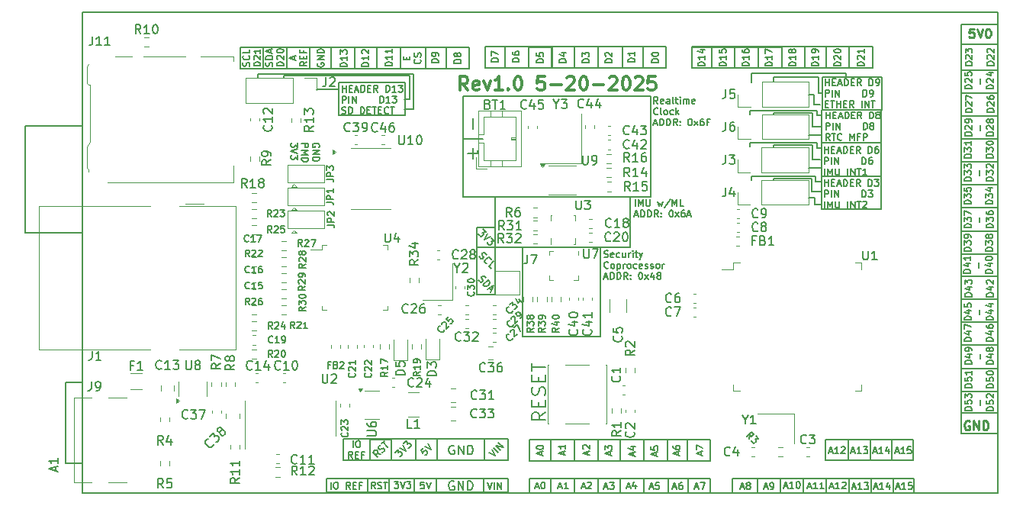
<source format=gbr>
%TF.GenerationSoftware,KiCad,Pcbnew,9.0.2*%
%TF.CreationDate,2025-05-20T21:19:02-04:00*%
%TF.ProjectId,ArduinoMega_Ethernet,41726475-696e-46f4-9d65-67615f457468,rev?*%
%TF.SameCoordinates,Original*%
%TF.FileFunction,Legend,Top*%
%TF.FilePolarity,Positive*%
%FSLAX46Y46*%
G04 Gerber Fmt 4.6, Leading zero omitted, Abs format (unit mm)*
G04 Created by KiCad (PCBNEW 9.0.2) date 2025-05-20 21:19:02*
%MOMM*%
%LPD*%
G01*
G04 APERTURE LIST*
%ADD10C,0.187500*%
%ADD11C,0.150000*%
%ADD12C,0.250000*%
%ADD13C,0.200000*%
%ADD14C,0.300000*%
%ADD15C,0.120000*%
%ADD16C,0.127000*%
G04 APERTURE END LIST*
D10*
X69438195Y-143244783D02*
X69473909Y-143173355D01*
X69473909Y-143173355D02*
X69473909Y-143066212D01*
X69473909Y-143066212D02*
X69438195Y-142959069D01*
X69438195Y-142959069D02*
X69366766Y-142887640D01*
X69366766Y-142887640D02*
X69295338Y-142851926D01*
X69295338Y-142851926D02*
X69152481Y-142816212D01*
X69152481Y-142816212D02*
X69045338Y-142816212D01*
X69045338Y-142816212D02*
X68902481Y-142851926D01*
X68902481Y-142851926D02*
X68831052Y-142887640D01*
X68831052Y-142887640D02*
X68759624Y-142959069D01*
X68759624Y-142959069D02*
X68723909Y-143066212D01*
X68723909Y-143066212D02*
X68723909Y-143137640D01*
X68723909Y-143137640D02*
X68759624Y-143244783D01*
X68759624Y-143244783D02*
X68795338Y-143280497D01*
X68795338Y-143280497D02*
X69045338Y-143280497D01*
X69045338Y-143280497D02*
X69045338Y-143137640D01*
X68723909Y-143601926D02*
X69473909Y-143601926D01*
X69473909Y-143601926D02*
X68723909Y-144030497D01*
X68723909Y-144030497D02*
X69473909Y-144030497D01*
X68723909Y-144387640D02*
X69473909Y-144387640D01*
X69473909Y-144387640D02*
X69473909Y-144566211D01*
X69473909Y-144566211D02*
X69438195Y-144673354D01*
X69438195Y-144673354D02*
X69366766Y-144744783D01*
X69366766Y-144744783D02*
X69295338Y-144780497D01*
X69295338Y-144780497D02*
X69152481Y-144816211D01*
X69152481Y-144816211D02*
X69045338Y-144816211D01*
X69045338Y-144816211D02*
X68902481Y-144780497D01*
X68902481Y-144780497D02*
X68831052Y-144744783D01*
X68831052Y-144744783D02*
X68759624Y-144673354D01*
X68759624Y-144673354D02*
X68723909Y-144566211D01*
X68723909Y-144566211D02*
X68723909Y-144387640D01*
X67516451Y-142851926D02*
X68266451Y-142851926D01*
X68266451Y-142851926D02*
X68266451Y-143137640D01*
X68266451Y-143137640D02*
X68230737Y-143209069D01*
X68230737Y-143209069D02*
X68195023Y-143244783D01*
X68195023Y-143244783D02*
X68123594Y-143280497D01*
X68123594Y-143280497D02*
X68016451Y-143280497D01*
X68016451Y-143280497D02*
X67945023Y-143244783D01*
X67945023Y-143244783D02*
X67909308Y-143209069D01*
X67909308Y-143209069D02*
X67873594Y-143137640D01*
X67873594Y-143137640D02*
X67873594Y-142851926D01*
X67516451Y-143601926D02*
X68266451Y-143601926D01*
X68266451Y-143601926D02*
X67730737Y-143851926D01*
X67730737Y-143851926D02*
X68266451Y-144101926D01*
X68266451Y-144101926D02*
X67516451Y-144101926D01*
X67516451Y-144459069D02*
X68266451Y-144459069D01*
X68266451Y-144459069D02*
X68266451Y-144637640D01*
X68266451Y-144637640D02*
X68230737Y-144744783D01*
X68230737Y-144744783D02*
X68159308Y-144816212D01*
X68159308Y-144816212D02*
X68087880Y-144851926D01*
X68087880Y-144851926D02*
X67945023Y-144887640D01*
X67945023Y-144887640D02*
X67837880Y-144887640D01*
X67837880Y-144887640D02*
X67695023Y-144851926D01*
X67695023Y-144851926D02*
X67623594Y-144816212D01*
X67623594Y-144816212D02*
X67552166Y-144744783D01*
X67552166Y-144744783D02*
X67516451Y-144637640D01*
X67516451Y-144637640D02*
X67516451Y-144459069D01*
X67058993Y-142780497D02*
X67058993Y-143244783D01*
X67058993Y-143244783D02*
X66773279Y-142994783D01*
X66773279Y-142994783D02*
X66773279Y-143101926D01*
X66773279Y-143101926D02*
X66737565Y-143173355D01*
X66737565Y-143173355D02*
X66701850Y-143209069D01*
X66701850Y-143209069D02*
X66630422Y-143244783D01*
X66630422Y-143244783D02*
X66451850Y-143244783D01*
X66451850Y-143244783D02*
X66380422Y-143209069D01*
X66380422Y-143209069D02*
X66344708Y-143173355D01*
X66344708Y-143173355D02*
X66308993Y-143101926D01*
X66308993Y-143101926D02*
X66308993Y-142887640D01*
X66308993Y-142887640D02*
X66344708Y-142816212D01*
X66344708Y-142816212D02*
X66380422Y-142780497D01*
X67058993Y-143459069D02*
X66308993Y-143709069D01*
X66308993Y-143709069D02*
X67058993Y-143959069D01*
X67058993Y-144137640D02*
X67058993Y-144601926D01*
X67058993Y-144601926D02*
X66773279Y-144351926D01*
X66773279Y-144351926D02*
X66773279Y-144459069D01*
X66773279Y-144459069D02*
X66737565Y-144530498D01*
X66737565Y-144530498D02*
X66701850Y-144566212D01*
X66701850Y-144566212D02*
X66630422Y-144601926D01*
X66630422Y-144601926D02*
X66451850Y-144601926D01*
X66451850Y-144601926D02*
X66380422Y-144566212D01*
X66380422Y-144566212D02*
X66344708Y-144530498D01*
X66344708Y-144530498D02*
X66308993Y-144459069D01*
X66308993Y-144459069D02*
X66308993Y-144244783D01*
X66308993Y-144244783D02*
X66344708Y-144173355D01*
X66344708Y-144173355D02*
X66380422Y-144137640D01*
D11*
X125050000Y-141000000D02*
X125200000Y-141000000D01*
X130750000Y-180000000D02*
X133150000Y-180000000D01*
X133150000Y-181625000D01*
X130750000Y-181625000D01*
X130750000Y-180000000D01*
X95200000Y-175700000D02*
X97800000Y-175700000D01*
X97800000Y-178050000D01*
X95200000Y-178050000D01*
X95200000Y-175700000D01*
X110850000Y-132100000D02*
X130900000Y-132100000D01*
X130900000Y-134500000D01*
X110850000Y-134500000D01*
X110850000Y-132100000D01*
X123770000Y-145550000D02*
X125200000Y-145550000D01*
X80150000Y-175650000D02*
X82550000Y-175650000D01*
X82550000Y-178000000D01*
X80150000Y-178000000D01*
X80150000Y-175650000D01*
X118200000Y-132150000D02*
X120800000Y-132150000D01*
X120800000Y-134500000D01*
X118200000Y-134500000D01*
X118200000Y-132150000D01*
X95300000Y-132125000D02*
X97750000Y-132125000D01*
X97750000Y-134475000D01*
X95300000Y-134475000D01*
X95300000Y-132125000D01*
X117400000Y-146895000D02*
X117400000Y-146450000D01*
X140725000Y-155100000D02*
X144775000Y-155100000D01*
X144775000Y-157550000D01*
X140725000Y-157550000D01*
X140725000Y-155100000D01*
X97750000Y-132125000D02*
X100400000Y-132125000D01*
X100400000Y-134475000D01*
X97750000Y-134475000D01*
X97750000Y-132125000D01*
X81250000Y-132175000D02*
X83550000Y-132175000D01*
X83550000Y-134525000D01*
X81250000Y-134525000D01*
X81250000Y-132175000D01*
X124850000Y-137250000D02*
X124850000Y-135500000D01*
X140700000Y-172750000D02*
X144750000Y-172750000D01*
X144750000Y-175050000D01*
X140700000Y-175050000D01*
X140700000Y-172750000D01*
X92000000Y-154322500D02*
X100700000Y-154322500D01*
X100700000Y-164300000D01*
X92000000Y-164300000D01*
X92000000Y-154322500D01*
X95200000Y-180050000D02*
X97800000Y-180050000D01*
X97800000Y-181600000D01*
X95200000Y-181600000D01*
X95200000Y-180050000D01*
X108225000Y-180050000D02*
X110375000Y-180050000D01*
X110375000Y-181600000D01*
X108225000Y-181600000D01*
X108225000Y-180050000D01*
X125250000Y-142800000D02*
X131850000Y-142800000D01*
X131850000Y-146450000D01*
X125250000Y-146450000D01*
X125250000Y-142800000D01*
X124550000Y-147100000D02*
X125200000Y-147100000D01*
X117300000Y-139620000D02*
X117300000Y-139200000D01*
X117300000Y-142800000D02*
X124700000Y-142800000D01*
X113000000Y-132150000D02*
X115600000Y-132150000D01*
X115600000Y-134500000D01*
X113000000Y-134500000D01*
X113000000Y-132150000D01*
X102850000Y-180050000D02*
X105500000Y-180050000D01*
X105500000Y-181600000D01*
X102850000Y-181600000D01*
X102850000Y-180050000D01*
X79500000Y-137950000D02*
X78950000Y-137950000D01*
X140725000Y-162650000D02*
X144775000Y-162650000D01*
X144775000Y-165200000D01*
X140725000Y-165200000D01*
X140725000Y-162650000D01*
X140725000Y-167850000D02*
X144775000Y-167850000D01*
X144775000Y-170400000D01*
X140725000Y-170400000D01*
X140725000Y-167850000D01*
X125075000Y-138500000D02*
X124350000Y-138500000D01*
X68400000Y-132175000D02*
X70800000Y-132175000D01*
X70800000Y-134525000D01*
X68400000Y-134525000D01*
X68400000Y-132175000D01*
X85400000Y-137600000D02*
X106250000Y-137600000D01*
X106250000Y-148750000D01*
X85400000Y-148750000D01*
X85400000Y-137600000D01*
X140725000Y-147450000D02*
X144775000Y-147450000D01*
X144775000Y-150000000D01*
X140725000Y-150000000D01*
X140725000Y-147450000D01*
X140725000Y-142350000D02*
X144775000Y-142350000D01*
X144775000Y-144900000D01*
X140725000Y-144900000D01*
X140725000Y-142350000D01*
X127900000Y-135050000D02*
X117450000Y-135050000D01*
X140725000Y-144900000D02*
X144775000Y-144900000D01*
X144775000Y-147450000D01*
X140725000Y-147450000D01*
X140725000Y-144900000D01*
X102850000Y-175700000D02*
X105500000Y-175700000D01*
X105500000Y-178050000D01*
X102850000Y-178050000D01*
X102850000Y-175700000D01*
X124150000Y-148150000D02*
X125250000Y-148150000D01*
X77500000Y-175650000D02*
X80150000Y-175650000D01*
X80150000Y-178000000D01*
X77500000Y-178000000D01*
X77500000Y-175650000D01*
X87925000Y-132100000D02*
X107975000Y-132100000D01*
X107975000Y-134500000D01*
X87925000Y-134500000D01*
X87925000Y-132100000D01*
X72100000Y-175650000D02*
X90450000Y-175650000D01*
X90450000Y-178000000D01*
X72100000Y-178000000D01*
X72100000Y-175650000D01*
X125750000Y-180000000D02*
X128250000Y-180000000D01*
X128250000Y-181650000D01*
X125750000Y-181650000D01*
X125750000Y-180000000D01*
X119850000Y-135500000D02*
X119850000Y-136000000D01*
X124350000Y-137400000D02*
X123770000Y-137400000D01*
X124450000Y-149655000D02*
X124450000Y-148850000D01*
X123400000Y-132125000D02*
X125750000Y-132125000D01*
X125750000Y-134475000D01*
X123400000Y-134475000D01*
X123400000Y-132125000D01*
X119850000Y-146900000D02*
X119850000Y-146700000D01*
X73400000Y-132175000D02*
X75850000Y-132175000D01*
X75850000Y-134525000D01*
X73400000Y-134525000D01*
X73400000Y-132175000D01*
X90100000Y-132125000D02*
X92700000Y-132125000D01*
X92700000Y-134475000D01*
X90100000Y-134475000D01*
X90100000Y-132125000D01*
X119900000Y-139450000D02*
X124250000Y-139450000D01*
X125650000Y-175700000D02*
X128150000Y-175700000D01*
X128150000Y-178000000D01*
X125650000Y-178000000D01*
X125650000Y-175700000D01*
X124350000Y-138500000D02*
X124350000Y-137400000D01*
X74825000Y-180000000D02*
X77250000Y-180000000D01*
X77250000Y-181550000D01*
X74825000Y-181550000D01*
X74825000Y-180000000D01*
X65500000Y-135350000D02*
X65500000Y-135500000D01*
X75850000Y-132175000D02*
X78500000Y-132175000D01*
X78500000Y-134525000D01*
X75850000Y-134525000D01*
X75850000Y-132175000D01*
X65900000Y-132175000D02*
X68400000Y-132175000D01*
X68400000Y-134525000D01*
X65900000Y-134525000D01*
X65900000Y-132175000D01*
X115600000Y-132150000D02*
X118200000Y-132150000D01*
X118200000Y-134500000D01*
X115600000Y-134500000D01*
X115600000Y-132150000D01*
X86975000Y-154325000D02*
X88970000Y-154325000D01*
X88970000Y-159620000D01*
X86975000Y-159620000D01*
X86975000Y-154325000D01*
X117300000Y-143220000D02*
X117300000Y-142800000D01*
X79500000Y-135350000D02*
X65500000Y-135350000D01*
X125750000Y-132125000D02*
X128250000Y-132125000D01*
X128250000Y-134475000D01*
X125750000Y-134475000D01*
X125750000Y-132125000D01*
X70250000Y-179975000D02*
X90425000Y-179975000D01*
X90425000Y-181575000D01*
X70250000Y-181575000D01*
X70250000Y-179975000D01*
X119900000Y-139600000D02*
X119900000Y-139450000D01*
X92800000Y-175675000D02*
X112900000Y-175675000D01*
X112900000Y-178075000D01*
X92800000Y-178075000D01*
X92800000Y-175675000D01*
X70775000Y-132200000D02*
X73375000Y-132200000D01*
X73375000Y-134550000D01*
X70775000Y-134550000D01*
X70775000Y-132200000D01*
X124250000Y-139450000D02*
X124250000Y-141000000D01*
X124700000Y-139750000D02*
X125250000Y-139750000D01*
X123770000Y-141950000D02*
X125200000Y-141950000D01*
X80025000Y-180000000D02*
X82450000Y-180000000D01*
X82450000Y-181550000D01*
X80025000Y-181550000D01*
X80025000Y-180000000D01*
X79900000Y-135150000D02*
X79900000Y-139050000D01*
X127900000Y-135350000D02*
X127900000Y-135050000D01*
X123200000Y-180000000D02*
X125750000Y-180000000D01*
X125750000Y-181650000D01*
X123200000Y-181650000D01*
X123200000Y-180000000D01*
X100400000Y-180050000D02*
X102850000Y-180050000D01*
X102850000Y-181600000D01*
X100400000Y-181600000D01*
X100400000Y-180050000D01*
X119850000Y-146700000D02*
X124150000Y-146700000D01*
X100400000Y-175700000D02*
X102850000Y-175700000D01*
X102850000Y-178050000D01*
X100400000Y-178050000D01*
X100400000Y-175700000D01*
X140700000Y-129650000D02*
X144750000Y-129650000D01*
X144750000Y-131800000D01*
X140700000Y-131800000D01*
X140700000Y-129650000D01*
X117300000Y-139200000D02*
X124700000Y-139200000D01*
X115350000Y-180000000D02*
X135450000Y-180000000D01*
X135450000Y-181650000D01*
X115350000Y-181650000D01*
X115350000Y-180000000D01*
X140725000Y-160100000D02*
X144775000Y-160100000D01*
X144775000Y-162650000D01*
X140725000Y-162650000D01*
X140725000Y-160100000D01*
X60725000Y-132150000D02*
X86075000Y-132150000D01*
X86075000Y-134550000D01*
X60725000Y-134550000D01*
X60725000Y-132150000D01*
X71660000Y-136100000D02*
X78960000Y-136100000D01*
X78960000Y-139750000D01*
X71660000Y-139750000D01*
X71660000Y-136100000D01*
X125300000Y-137250000D02*
X124850000Y-137250000D01*
X110850000Y-132150000D02*
X113000000Y-132150000D01*
X113000000Y-134500000D01*
X110850000Y-134500000D01*
X110850000Y-132150000D01*
X124700000Y-142800000D02*
X124700000Y-143350000D01*
X87825000Y-175650000D02*
X90450000Y-175650000D01*
X90450000Y-178000000D01*
X87825000Y-178000000D01*
X87825000Y-175650000D01*
X125300000Y-135500000D02*
X131900000Y-135500000D01*
X131900000Y-139150000D01*
X125300000Y-139150000D01*
X125300000Y-135500000D01*
X79500000Y-137950000D02*
X79500000Y-135350000D01*
X117400000Y-146450000D02*
X124550000Y-146450000D01*
X124700000Y-143350000D02*
X125250000Y-143350000D01*
X140725000Y-152550000D02*
X144775000Y-152550000D01*
X144775000Y-155100000D01*
X140725000Y-155100000D01*
X140725000Y-152550000D01*
X140725000Y-134700000D02*
X144775000Y-134700000D01*
X144775000Y-137250000D01*
X140725000Y-137250000D01*
X140725000Y-134700000D01*
X125250000Y-149600000D02*
X124450000Y-149655000D01*
X128150000Y-175700000D02*
X130650000Y-175700000D01*
X130650000Y-177975000D01*
X128150000Y-177975000D01*
X128150000Y-175700000D01*
X140725000Y-139800000D02*
X144775000Y-139800000D01*
X144775000Y-142350000D01*
X140725000Y-142350000D01*
X140725000Y-139800000D01*
X128250000Y-180000000D02*
X130750000Y-180000000D01*
X130750000Y-181625000D01*
X128250000Y-181625000D01*
X128250000Y-180000000D01*
X124150000Y-146700000D02*
X124150000Y-148150000D01*
X124450000Y-148850000D02*
X123800000Y-148850000D01*
X118100000Y-180000000D02*
X120650000Y-180000000D01*
X120650000Y-181650000D01*
X118100000Y-181650000D01*
X118100000Y-180000000D01*
X124250000Y-141000000D02*
X125050000Y-141000000D01*
X92675000Y-132150000D02*
X95275000Y-132150000D01*
X95275000Y-134500000D01*
X92675000Y-134500000D01*
X92675000Y-132150000D01*
X140725000Y-157550000D02*
X144775000Y-157550000D01*
X144775000Y-160100000D01*
X140725000Y-160100000D01*
X140725000Y-157550000D01*
X130650000Y-175700000D02*
X133050000Y-175700000D01*
X133050000Y-177975000D01*
X130650000Y-177975000D01*
X130650000Y-175700000D01*
X87675000Y-180000000D02*
X90425000Y-180000000D01*
X90425000Y-181550000D01*
X87675000Y-181550000D01*
X87675000Y-180000000D01*
X124850000Y-135500000D02*
X119850000Y-135500000D01*
X103150000Y-132125000D02*
X105450000Y-132125000D01*
X105450000Y-134475000D01*
X103150000Y-134475000D01*
X103150000Y-132125000D01*
X125250000Y-139150000D02*
X131850000Y-139150000D01*
X131850000Y-142800000D01*
X125250000Y-142800000D01*
X125250000Y-139150000D01*
X79900000Y-139050000D02*
X78950000Y-139050000D01*
X125250000Y-146450000D02*
X131850000Y-146450000D01*
X131850000Y-150100000D01*
X125250000Y-150100000D01*
X125250000Y-146450000D01*
X92800000Y-180025000D02*
X112900000Y-180025000D01*
X112900000Y-181625000D01*
X92800000Y-181625000D01*
X92800000Y-180025000D01*
X120650000Y-180000000D02*
X123200000Y-180000000D01*
X123200000Y-181650000D01*
X120650000Y-181650000D01*
X120650000Y-180000000D01*
X140725000Y-165200000D02*
X144775000Y-165200000D01*
X144775000Y-167850000D01*
X140725000Y-167850000D01*
X140725000Y-165200000D01*
X117450000Y-135050000D02*
X117450000Y-136050000D01*
X140725000Y-170400000D02*
X144775000Y-170400000D01*
X144775000Y-172750000D01*
X140725000Y-172750000D01*
X140725000Y-170400000D01*
X120800000Y-132125000D02*
X123400000Y-132125000D01*
X123400000Y-134475000D01*
X120800000Y-134475000D01*
X120800000Y-132125000D01*
X62650000Y-135100000D02*
X79900000Y-135100000D01*
X140725000Y-137250000D02*
X144775000Y-137250000D01*
X144775000Y-139800000D01*
X140725000Y-139800000D01*
X140725000Y-137250000D01*
X108150000Y-175725000D02*
X110300000Y-175725000D01*
X110300000Y-178075000D01*
X108150000Y-178075000D01*
X108150000Y-175725000D01*
X62650000Y-135500000D02*
X62650000Y-135150000D01*
X119900000Y-143050000D02*
X124250000Y-143050000D01*
X128150000Y-175700000D02*
X135350000Y-175700000D01*
X135350000Y-178000000D01*
X128150000Y-178000000D01*
X128150000Y-175700000D01*
X124250000Y-144600000D02*
X125050000Y-144600000D01*
X124250000Y-143050000D02*
X124250000Y-144600000D01*
X124550000Y-146450000D02*
X124550000Y-147100000D01*
X105500000Y-175700000D02*
X108150000Y-175700000D01*
X108150000Y-178050000D01*
X105500000Y-178050000D01*
X105500000Y-175700000D01*
X63250000Y-132175000D02*
X65900000Y-132175000D01*
X65900000Y-134525000D01*
X63250000Y-134525000D01*
X63250000Y-132175000D01*
X119900000Y-143200000D02*
X119900000Y-143050000D01*
X140725000Y-150000000D02*
X144775000Y-150000000D01*
X144775000Y-152550000D01*
X140725000Y-152550000D01*
X140725000Y-150000000D01*
X140700000Y-129850000D02*
X140700000Y-174750000D01*
X124700000Y-139200000D02*
X124700000Y-139750000D01*
X71660000Y-136800000D02*
X69200000Y-136800000D01*
X86975000Y-152150000D02*
X89000000Y-152150000D01*
X89000000Y-154325000D01*
X86975000Y-154325000D01*
X86975000Y-152150000D01*
X112250414Y-134222744D02*
X111500414Y-134222744D01*
X111500414Y-134222744D02*
X111500414Y-134044173D01*
X111500414Y-134044173D02*
X111536128Y-133937030D01*
X111536128Y-133937030D02*
X111607557Y-133865601D01*
X111607557Y-133865601D02*
X111678985Y-133829887D01*
X111678985Y-133829887D02*
X111821842Y-133794173D01*
X111821842Y-133794173D02*
X111928985Y-133794173D01*
X111928985Y-133794173D02*
X112071842Y-133829887D01*
X112071842Y-133829887D02*
X112143271Y-133865601D01*
X112143271Y-133865601D02*
X112214700Y-133937030D01*
X112214700Y-133937030D02*
X112250414Y-134044173D01*
X112250414Y-134044173D02*
X112250414Y-134222744D01*
X112250414Y-133079887D02*
X112250414Y-133508458D01*
X112250414Y-133294173D02*
X111500414Y-133294173D01*
X111500414Y-133294173D02*
X111607557Y-133365601D01*
X111607557Y-133365601D02*
X111678985Y-133437030D01*
X111678985Y-133437030D02*
X111714700Y-133508458D01*
X111750414Y-132437030D02*
X112250414Y-132437030D01*
X111464700Y-132615601D02*
X112000414Y-132794172D01*
X112000414Y-132794172D02*
X112000414Y-132329887D01*
X141835498Y-164772744D02*
X141085498Y-164772744D01*
X141085498Y-164772744D02*
X141085498Y-164594173D01*
X141085498Y-164594173D02*
X141121212Y-164487030D01*
X141121212Y-164487030D02*
X141192641Y-164415601D01*
X141192641Y-164415601D02*
X141264069Y-164379887D01*
X141264069Y-164379887D02*
X141406926Y-164344173D01*
X141406926Y-164344173D02*
X141514069Y-164344173D01*
X141514069Y-164344173D02*
X141656926Y-164379887D01*
X141656926Y-164379887D02*
X141728355Y-164415601D01*
X141728355Y-164415601D02*
X141799784Y-164487030D01*
X141799784Y-164487030D02*
X141835498Y-164594173D01*
X141835498Y-164594173D02*
X141835498Y-164772744D01*
X141335498Y-163701316D02*
X141835498Y-163701316D01*
X141049784Y-163879887D02*
X141585498Y-164058458D01*
X141585498Y-164058458D02*
X141585498Y-163594173D01*
X141085498Y-163379887D02*
X141085498Y-162879887D01*
X141085498Y-162879887D02*
X141835498Y-163201315D01*
X144250414Y-164772744D02*
X143500414Y-164772744D01*
X143500414Y-164772744D02*
X143500414Y-164594173D01*
X143500414Y-164594173D02*
X143536128Y-164487030D01*
X143536128Y-164487030D02*
X143607557Y-164415601D01*
X143607557Y-164415601D02*
X143678985Y-164379887D01*
X143678985Y-164379887D02*
X143821842Y-164344173D01*
X143821842Y-164344173D02*
X143928985Y-164344173D01*
X143928985Y-164344173D02*
X144071842Y-164379887D01*
X144071842Y-164379887D02*
X144143271Y-164415601D01*
X144143271Y-164415601D02*
X144214700Y-164487030D01*
X144214700Y-164487030D02*
X144250414Y-164594173D01*
X144250414Y-164594173D02*
X144250414Y-164772744D01*
X143750414Y-163701316D02*
X144250414Y-163701316D01*
X143464700Y-163879887D02*
X144000414Y-164058458D01*
X144000414Y-164058458D02*
X144000414Y-163594173D01*
X143500414Y-162987030D02*
X143500414Y-163129887D01*
X143500414Y-163129887D02*
X143536128Y-163201315D01*
X143536128Y-163201315D02*
X143571842Y-163237030D01*
X143571842Y-163237030D02*
X143678985Y-163308458D01*
X143678985Y-163308458D02*
X143821842Y-163344172D01*
X143821842Y-163344172D02*
X144107557Y-163344172D01*
X144107557Y-163344172D02*
X144178985Y-163308458D01*
X144178985Y-163308458D02*
X144214700Y-163272744D01*
X144214700Y-163272744D02*
X144250414Y-163201315D01*
X144250414Y-163201315D02*
X144250414Y-163058458D01*
X144250414Y-163058458D02*
X144214700Y-162987030D01*
X144214700Y-162987030D02*
X144178985Y-162951315D01*
X144178985Y-162951315D02*
X144107557Y-162915601D01*
X144107557Y-162915601D02*
X143928985Y-162915601D01*
X143928985Y-162915601D02*
X143857557Y-162951315D01*
X143857557Y-162951315D02*
X143821842Y-162987030D01*
X143821842Y-162987030D02*
X143786128Y-163058458D01*
X143786128Y-163058458D02*
X143786128Y-163201315D01*
X143786128Y-163201315D02*
X143821842Y-163272744D01*
X143821842Y-163272744D02*
X143857557Y-163308458D01*
X143857557Y-163308458D02*
X143928985Y-163344172D01*
X101736128Y-177408458D02*
X101736128Y-177051316D01*
X101950414Y-177479887D02*
X101200414Y-177229887D01*
X101200414Y-177229887D02*
X101950414Y-176979887D01*
X101200414Y-176801316D02*
X101200414Y-176337030D01*
X101200414Y-176337030D02*
X101486128Y-176587030D01*
X101486128Y-176587030D02*
X101486128Y-176479887D01*
X101486128Y-176479887D02*
X101521842Y-176408459D01*
X101521842Y-176408459D02*
X101557557Y-176372744D01*
X101557557Y-176372744D02*
X101628985Y-176337030D01*
X101628985Y-176337030D02*
X101807557Y-176337030D01*
X101807557Y-176337030D02*
X101878985Y-176372744D01*
X101878985Y-176372744D02*
X101914700Y-176408459D01*
X101914700Y-176408459D02*
X101950414Y-176479887D01*
X101950414Y-176479887D02*
X101950414Y-176694173D01*
X101950414Y-176694173D02*
X101914700Y-176765601D01*
X101914700Y-176765601D02*
X101878985Y-176801316D01*
X121041541Y-180886128D02*
X121398684Y-180886128D01*
X120970112Y-181100414D02*
X121220112Y-180350414D01*
X121220112Y-180350414D02*
X121470112Y-181100414D01*
X122112969Y-181100414D02*
X121684398Y-181100414D01*
X121898683Y-181100414D02*
X121898683Y-180350414D01*
X121898683Y-180350414D02*
X121827255Y-180457557D01*
X121827255Y-180457557D02*
X121755826Y-180528985D01*
X121755826Y-180528985D02*
X121684398Y-180564700D01*
X122577255Y-180350414D02*
X122648684Y-180350414D01*
X122648684Y-180350414D02*
X122720112Y-180386128D01*
X122720112Y-180386128D02*
X122755827Y-180421842D01*
X122755827Y-180421842D02*
X122791541Y-180493271D01*
X122791541Y-180493271D02*
X122827255Y-180636128D01*
X122827255Y-180636128D02*
X122827255Y-180814700D01*
X122827255Y-180814700D02*
X122791541Y-180957557D01*
X122791541Y-180957557D02*
X122755827Y-181028985D01*
X122755827Y-181028985D02*
X122720112Y-181064700D01*
X122720112Y-181064700D02*
X122648684Y-181100414D01*
X122648684Y-181100414D02*
X122577255Y-181100414D01*
X122577255Y-181100414D02*
X122505827Y-181064700D01*
X122505827Y-181064700D02*
X122470112Y-181028985D01*
X122470112Y-181028985D02*
X122434398Y-180957557D01*
X122434398Y-180957557D02*
X122398684Y-180814700D01*
X122398684Y-180814700D02*
X122398684Y-180636128D01*
X122398684Y-180636128D02*
X122434398Y-180493271D01*
X122434398Y-180493271D02*
X122470112Y-180421842D01*
X122470112Y-180421842D02*
X122505827Y-180386128D01*
X122505827Y-180386128D02*
X122577255Y-180350414D01*
X107055826Y-138435498D02*
X106805826Y-138078355D01*
X106627255Y-138435498D02*
X106627255Y-137685498D01*
X106627255Y-137685498D02*
X106912969Y-137685498D01*
X106912969Y-137685498D02*
X106984398Y-137721212D01*
X106984398Y-137721212D02*
X107020112Y-137756926D01*
X107020112Y-137756926D02*
X107055826Y-137828355D01*
X107055826Y-137828355D02*
X107055826Y-137935498D01*
X107055826Y-137935498D02*
X107020112Y-138006926D01*
X107020112Y-138006926D02*
X106984398Y-138042641D01*
X106984398Y-138042641D02*
X106912969Y-138078355D01*
X106912969Y-138078355D02*
X106627255Y-138078355D01*
X107662969Y-138399784D02*
X107591541Y-138435498D01*
X107591541Y-138435498D02*
X107448684Y-138435498D01*
X107448684Y-138435498D02*
X107377255Y-138399784D01*
X107377255Y-138399784D02*
X107341541Y-138328355D01*
X107341541Y-138328355D02*
X107341541Y-138042641D01*
X107341541Y-138042641D02*
X107377255Y-137971212D01*
X107377255Y-137971212D02*
X107448684Y-137935498D01*
X107448684Y-137935498D02*
X107591541Y-137935498D01*
X107591541Y-137935498D02*
X107662969Y-137971212D01*
X107662969Y-137971212D02*
X107698684Y-138042641D01*
X107698684Y-138042641D02*
X107698684Y-138114069D01*
X107698684Y-138114069D02*
X107341541Y-138185498D01*
X108341541Y-138435498D02*
X108341541Y-138042641D01*
X108341541Y-138042641D02*
X108305826Y-137971212D01*
X108305826Y-137971212D02*
X108234398Y-137935498D01*
X108234398Y-137935498D02*
X108091541Y-137935498D01*
X108091541Y-137935498D02*
X108020112Y-137971212D01*
X108341541Y-138399784D02*
X108270112Y-138435498D01*
X108270112Y-138435498D02*
X108091541Y-138435498D01*
X108091541Y-138435498D02*
X108020112Y-138399784D01*
X108020112Y-138399784D02*
X107984398Y-138328355D01*
X107984398Y-138328355D02*
X107984398Y-138256926D01*
X107984398Y-138256926D02*
X108020112Y-138185498D01*
X108020112Y-138185498D02*
X108091541Y-138149784D01*
X108091541Y-138149784D02*
X108270112Y-138149784D01*
X108270112Y-138149784D02*
X108341541Y-138114069D01*
X108805826Y-138435498D02*
X108734397Y-138399784D01*
X108734397Y-138399784D02*
X108698683Y-138328355D01*
X108698683Y-138328355D02*
X108698683Y-137685498D01*
X108984397Y-137935498D02*
X109270111Y-137935498D01*
X109091540Y-137685498D02*
X109091540Y-138328355D01*
X109091540Y-138328355D02*
X109127254Y-138399784D01*
X109127254Y-138399784D02*
X109198683Y-138435498D01*
X109198683Y-138435498D02*
X109270111Y-138435498D01*
X109520111Y-138435498D02*
X109520111Y-137935498D01*
X109520111Y-137685498D02*
X109484397Y-137721212D01*
X109484397Y-137721212D02*
X109520111Y-137756926D01*
X109520111Y-137756926D02*
X109555825Y-137721212D01*
X109555825Y-137721212D02*
X109520111Y-137685498D01*
X109520111Y-137685498D02*
X109520111Y-137756926D01*
X109877254Y-138435498D02*
X109877254Y-137935498D01*
X109877254Y-138006926D02*
X109912968Y-137971212D01*
X109912968Y-137971212D02*
X109984397Y-137935498D01*
X109984397Y-137935498D02*
X110091540Y-137935498D01*
X110091540Y-137935498D02*
X110162968Y-137971212D01*
X110162968Y-137971212D02*
X110198683Y-138042641D01*
X110198683Y-138042641D02*
X110198683Y-138435498D01*
X110198683Y-138042641D02*
X110234397Y-137971212D01*
X110234397Y-137971212D02*
X110305825Y-137935498D01*
X110305825Y-137935498D02*
X110412968Y-137935498D01*
X110412968Y-137935498D02*
X110484397Y-137971212D01*
X110484397Y-137971212D02*
X110520111Y-138042641D01*
X110520111Y-138042641D02*
X110520111Y-138435498D01*
X111162968Y-138399784D02*
X111091540Y-138435498D01*
X111091540Y-138435498D02*
X110948683Y-138435498D01*
X110948683Y-138435498D02*
X110877254Y-138399784D01*
X110877254Y-138399784D02*
X110841540Y-138328355D01*
X110841540Y-138328355D02*
X110841540Y-138042641D01*
X110841540Y-138042641D02*
X110877254Y-137971212D01*
X110877254Y-137971212D02*
X110948683Y-137935498D01*
X110948683Y-137935498D02*
X111091540Y-137935498D01*
X111091540Y-137935498D02*
X111162968Y-137971212D01*
X111162968Y-137971212D02*
X111198683Y-138042641D01*
X111198683Y-138042641D02*
X111198683Y-138114069D01*
X111198683Y-138114069D02*
X110841540Y-138185498D01*
X107055826Y-139571527D02*
X107020112Y-139607242D01*
X107020112Y-139607242D02*
X106912969Y-139642956D01*
X106912969Y-139642956D02*
X106841541Y-139642956D01*
X106841541Y-139642956D02*
X106734398Y-139607242D01*
X106734398Y-139607242D02*
X106662969Y-139535813D01*
X106662969Y-139535813D02*
X106627255Y-139464384D01*
X106627255Y-139464384D02*
X106591541Y-139321527D01*
X106591541Y-139321527D02*
X106591541Y-139214384D01*
X106591541Y-139214384D02*
X106627255Y-139071527D01*
X106627255Y-139071527D02*
X106662969Y-139000099D01*
X106662969Y-139000099D02*
X106734398Y-138928670D01*
X106734398Y-138928670D02*
X106841541Y-138892956D01*
X106841541Y-138892956D02*
X106912969Y-138892956D01*
X106912969Y-138892956D02*
X107020112Y-138928670D01*
X107020112Y-138928670D02*
X107055826Y-138964384D01*
X107484398Y-139642956D02*
X107412969Y-139607242D01*
X107412969Y-139607242D02*
X107377255Y-139535813D01*
X107377255Y-139535813D02*
X107377255Y-138892956D01*
X107877255Y-139642956D02*
X107805826Y-139607242D01*
X107805826Y-139607242D02*
X107770112Y-139571527D01*
X107770112Y-139571527D02*
X107734398Y-139500099D01*
X107734398Y-139500099D02*
X107734398Y-139285813D01*
X107734398Y-139285813D02*
X107770112Y-139214384D01*
X107770112Y-139214384D02*
X107805826Y-139178670D01*
X107805826Y-139178670D02*
X107877255Y-139142956D01*
X107877255Y-139142956D02*
X107984398Y-139142956D01*
X107984398Y-139142956D02*
X108055826Y-139178670D01*
X108055826Y-139178670D02*
X108091541Y-139214384D01*
X108091541Y-139214384D02*
X108127255Y-139285813D01*
X108127255Y-139285813D02*
X108127255Y-139500099D01*
X108127255Y-139500099D02*
X108091541Y-139571527D01*
X108091541Y-139571527D02*
X108055826Y-139607242D01*
X108055826Y-139607242D02*
X107984398Y-139642956D01*
X107984398Y-139642956D02*
X107877255Y-139642956D01*
X108770112Y-139607242D02*
X108698683Y-139642956D01*
X108698683Y-139642956D02*
X108555826Y-139642956D01*
X108555826Y-139642956D02*
X108484397Y-139607242D01*
X108484397Y-139607242D02*
X108448683Y-139571527D01*
X108448683Y-139571527D02*
X108412969Y-139500099D01*
X108412969Y-139500099D02*
X108412969Y-139285813D01*
X108412969Y-139285813D02*
X108448683Y-139214384D01*
X108448683Y-139214384D02*
X108484397Y-139178670D01*
X108484397Y-139178670D02*
X108555826Y-139142956D01*
X108555826Y-139142956D02*
X108698683Y-139142956D01*
X108698683Y-139142956D02*
X108770112Y-139178670D01*
X109091540Y-139642956D02*
X109091540Y-138892956D01*
X109162969Y-139357242D02*
X109377254Y-139642956D01*
X109377254Y-139142956D02*
X109091540Y-139428670D01*
X106591541Y-140636128D02*
X106948684Y-140636128D01*
X106520112Y-140850414D02*
X106770112Y-140100414D01*
X106770112Y-140100414D02*
X107020112Y-140850414D01*
X107270112Y-140850414D02*
X107270112Y-140100414D01*
X107270112Y-140100414D02*
X107448683Y-140100414D01*
X107448683Y-140100414D02*
X107555826Y-140136128D01*
X107555826Y-140136128D02*
X107627255Y-140207557D01*
X107627255Y-140207557D02*
X107662969Y-140278985D01*
X107662969Y-140278985D02*
X107698683Y-140421842D01*
X107698683Y-140421842D02*
X107698683Y-140528985D01*
X107698683Y-140528985D02*
X107662969Y-140671842D01*
X107662969Y-140671842D02*
X107627255Y-140743271D01*
X107627255Y-140743271D02*
X107555826Y-140814700D01*
X107555826Y-140814700D02*
X107448683Y-140850414D01*
X107448683Y-140850414D02*
X107270112Y-140850414D01*
X108020112Y-140850414D02*
X108020112Y-140100414D01*
X108020112Y-140100414D02*
X108198683Y-140100414D01*
X108198683Y-140100414D02*
X108305826Y-140136128D01*
X108305826Y-140136128D02*
X108377255Y-140207557D01*
X108377255Y-140207557D02*
X108412969Y-140278985D01*
X108412969Y-140278985D02*
X108448683Y-140421842D01*
X108448683Y-140421842D02*
X108448683Y-140528985D01*
X108448683Y-140528985D02*
X108412969Y-140671842D01*
X108412969Y-140671842D02*
X108377255Y-140743271D01*
X108377255Y-140743271D02*
X108305826Y-140814700D01*
X108305826Y-140814700D02*
X108198683Y-140850414D01*
X108198683Y-140850414D02*
X108020112Y-140850414D01*
X109198683Y-140850414D02*
X108948683Y-140493271D01*
X108770112Y-140850414D02*
X108770112Y-140100414D01*
X108770112Y-140100414D02*
X109055826Y-140100414D01*
X109055826Y-140100414D02*
X109127255Y-140136128D01*
X109127255Y-140136128D02*
X109162969Y-140171842D01*
X109162969Y-140171842D02*
X109198683Y-140243271D01*
X109198683Y-140243271D02*
X109198683Y-140350414D01*
X109198683Y-140350414D02*
X109162969Y-140421842D01*
X109162969Y-140421842D02*
X109127255Y-140457557D01*
X109127255Y-140457557D02*
X109055826Y-140493271D01*
X109055826Y-140493271D02*
X108770112Y-140493271D01*
X109520112Y-140778985D02*
X109555826Y-140814700D01*
X109555826Y-140814700D02*
X109520112Y-140850414D01*
X109520112Y-140850414D02*
X109484398Y-140814700D01*
X109484398Y-140814700D02*
X109520112Y-140778985D01*
X109520112Y-140778985D02*
X109520112Y-140850414D01*
X109520112Y-140386128D02*
X109555826Y-140421842D01*
X109555826Y-140421842D02*
X109520112Y-140457557D01*
X109520112Y-140457557D02*
X109484398Y-140421842D01*
X109484398Y-140421842D02*
X109520112Y-140386128D01*
X109520112Y-140386128D02*
X109520112Y-140457557D01*
X110591541Y-140100414D02*
X110662970Y-140100414D01*
X110662970Y-140100414D02*
X110734398Y-140136128D01*
X110734398Y-140136128D02*
X110770113Y-140171842D01*
X110770113Y-140171842D02*
X110805827Y-140243271D01*
X110805827Y-140243271D02*
X110841541Y-140386128D01*
X110841541Y-140386128D02*
X110841541Y-140564700D01*
X110841541Y-140564700D02*
X110805827Y-140707557D01*
X110805827Y-140707557D02*
X110770113Y-140778985D01*
X110770113Y-140778985D02*
X110734398Y-140814700D01*
X110734398Y-140814700D02*
X110662970Y-140850414D01*
X110662970Y-140850414D02*
X110591541Y-140850414D01*
X110591541Y-140850414D02*
X110520113Y-140814700D01*
X110520113Y-140814700D02*
X110484398Y-140778985D01*
X110484398Y-140778985D02*
X110448684Y-140707557D01*
X110448684Y-140707557D02*
X110412970Y-140564700D01*
X110412970Y-140564700D02*
X110412970Y-140386128D01*
X110412970Y-140386128D02*
X110448684Y-140243271D01*
X110448684Y-140243271D02*
X110484398Y-140171842D01*
X110484398Y-140171842D02*
X110520113Y-140136128D01*
X110520113Y-140136128D02*
X110591541Y-140100414D01*
X111091541Y-140850414D02*
X111484399Y-140350414D01*
X111091541Y-140350414D02*
X111484399Y-140850414D01*
X112091542Y-140100414D02*
X111948684Y-140100414D01*
X111948684Y-140100414D02*
X111877256Y-140136128D01*
X111877256Y-140136128D02*
X111841542Y-140171842D01*
X111841542Y-140171842D02*
X111770113Y-140278985D01*
X111770113Y-140278985D02*
X111734399Y-140421842D01*
X111734399Y-140421842D02*
X111734399Y-140707557D01*
X111734399Y-140707557D02*
X111770113Y-140778985D01*
X111770113Y-140778985D02*
X111805827Y-140814700D01*
X111805827Y-140814700D02*
X111877256Y-140850414D01*
X111877256Y-140850414D02*
X112020113Y-140850414D01*
X112020113Y-140850414D02*
X112091542Y-140814700D01*
X112091542Y-140814700D02*
X112127256Y-140778985D01*
X112127256Y-140778985D02*
X112162970Y-140707557D01*
X112162970Y-140707557D02*
X112162970Y-140528985D01*
X112162970Y-140528985D02*
X112127256Y-140457557D01*
X112127256Y-140457557D02*
X112091542Y-140421842D01*
X112091542Y-140421842D02*
X112020113Y-140386128D01*
X112020113Y-140386128D02*
X111877256Y-140386128D01*
X111877256Y-140386128D02*
X111805827Y-140421842D01*
X111805827Y-140421842D02*
X111770113Y-140457557D01*
X111770113Y-140457557D02*
X111734399Y-140528985D01*
X112734399Y-140457557D02*
X112484399Y-140457557D01*
X112484399Y-140850414D02*
X112484399Y-140100414D01*
X112484399Y-140100414D02*
X112841542Y-140100414D01*
X141885498Y-136772744D02*
X141135498Y-136772744D01*
X141135498Y-136772744D02*
X141135498Y-136594173D01*
X141135498Y-136594173D02*
X141171212Y-136487030D01*
X141171212Y-136487030D02*
X141242641Y-136415601D01*
X141242641Y-136415601D02*
X141314069Y-136379887D01*
X141314069Y-136379887D02*
X141456926Y-136344173D01*
X141456926Y-136344173D02*
X141564069Y-136344173D01*
X141564069Y-136344173D02*
X141706926Y-136379887D01*
X141706926Y-136379887D02*
X141778355Y-136415601D01*
X141778355Y-136415601D02*
X141849784Y-136487030D01*
X141849784Y-136487030D02*
X141885498Y-136594173D01*
X141885498Y-136594173D02*
X141885498Y-136772744D01*
X141206926Y-136058458D02*
X141171212Y-136022744D01*
X141171212Y-136022744D02*
X141135498Y-135951316D01*
X141135498Y-135951316D02*
X141135498Y-135772744D01*
X141135498Y-135772744D02*
X141171212Y-135701316D01*
X141171212Y-135701316D02*
X141206926Y-135665601D01*
X141206926Y-135665601D02*
X141278355Y-135629887D01*
X141278355Y-135629887D02*
X141349784Y-135629887D01*
X141349784Y-135629887D02*
X141456926Y-135665601D01*
X141456926Y-135665601D02*
X141885498Y-136094173D01*
X141885498Y-136094173D02*
X141885498Y-135629887D01*
X141135498Y-134951315D02*
X141135498Y-135308458D01*
X141135498Y-135308458D02*
X141492641Y-135344172D01*
X141492641Y-135344172D02*
X141456926Y-135308458D01*
X141456926Y-135308458D02*
X141421212Y-135237030D01*
X141421212Y-135237030D02*
X141421212Y-135058458D01*
X141421212Y-135058458D02*
X141456926Y-134987030D01*
X141456926Y-134987030D02*
X141492641Y-134951315D01*
X141492641Y-134951315D02*
X141564069Y-134915601D01*
X141564069Y-134915601D02*
X141742641Y-134915601D01*
X141742641Y-134915601D02*
X141814069Y-134951315D01*
X141814069Y-134951315D02*
X141849784Y-134987030D01*
X141849784Y-134987030D02*
X141885498Y-135058458D01*
X141885498Y-135058458D02*
X141885498Y-135237030D01*
X141885498Y-135237030D02*
X141849784Y-135308458D01*
X141849784Y-135308458D02*
X141814069Y-135344172D01*
X142807242Y-136201315D02*
X142807242Y-135629887D01*
X144300414Y-136772744D02*
X143550414Y-136772744D01*
X143550414Y-136772744D02*
X143550414Y-136594173D01*
X143550414Y-136594173D02*
X143586128Y-136487030D01*
X143586128Y-136487030D02*
X143657557Y-136415601D01*
X143657557Y-136415601D02*
X143728985Y-136379887D01*
X143728985Y-136379887D02*
X143871842Y-136344173D01*
X143871842Y-136344173D02*
X143978985Y-136344173D01*
X143978985Y-136344173D02*
X144121842Y-136379887D01*
X144121842Y-136379887D02*
X144193271Y-136415601D01*
X144193271Y-136415601D02*
X144264700Y-136487030D01*
X144264700Y-136487030D02*
X144300414Y-136594173D01*
X144300414Y-136594173D02*
X144300414Y-136772744D01*
X143621842Y-136058458D02*
X143586128Y-136022744D01*
X143586128Y-136022744D02*
X143550414Y-135951316D01*
X143550414Y-135951316D02*
X143550414Y-135772744D01*
X143550414Y-135772744D02*
X143586128Y-135701316D01*
X143586128Y-135701316D02*
X143621842Y-135665601D01*
X143621842Y-135665601D02*
X143693271Y-135629887D01*
X143693271Y-135629887D02*
X143764700Y-135629887D01*
X143764700Y-135629887D02*
X143871842Y-135665601D01*
X143871842Y-135665601D02*
X144300414Y-136094173D01*
X144300414Y-136094173D02*
X144300414Y-135629887D01*
X143800414Y-134987030D02*
X144300414Y-134987030D01*
X143514700Y-135165601D02*
X144050414Y-135344172D01*
X144050414Y-135344172D02*
X144050414Y-134879887D01*
X133491541Y-180986128D02*
X133848684Y-180986128D01*
X133420112Y-181200414D02*
X133670112Y-180450414D01*
X133670112Y-180450414D02*
X133920112Y-181200414D01*
X134562969Y-181200414D02*
X134134398Y-181200414D01*
X134348683Y-181200414D02*
X134348683Y-180450414D01*
X134348683Y-180450414D02*
X134277255Y-180557557D01*
X134277255Y-180557557D02*
X134205826Y-180628985D01*
X134205826Y-180628985D02*
X134134398Y-180664700D01*
X135241541Y-180450414D02*
X134884398Y-180450414D01*
X134884398Y-180450414D02*
X134848684Y-180807557D01*
X134848684Y-180807557D02*
X134884398Y-180771842D01*
X134884398Y-180771842D02*
X134955827Y-180736128D01*
X134955827Y-180736128D02*
X135134398Y-180736128D01*
X135134398Y-180736128D02*
X135205827Y-180771842D01*
X135205827Y-180771842D02*
X135241541Y-180807557D01*
X135241541Y-180807557D02*
X135277255Y-180878985D01*
X135277255Y-180878985D02*
X135277255Y-181057557D01*
X135277255Y-181057557D02*
X135241541Y-181128985D01*
X135241541Y-181128985D02*
X135205827Y-181164700D01*
X135205827Y-181164700D02*
X135134398Y-181200414D01*
X135134398Y-181200414D02*
X134955827Y-181200414D01*
X134955827Y-181200414D02*
X134884398Y-181164700D01*
X134884398Y-181164700D02*
X134848684Y-181128985D01*
X141935498Y-139372744D02*
X141185498Y-139372744D01*
X141185498Y-139372744D02*
X141185498Y-139194173D01*
X141185498Y-139194173D02*
X141221212Y-139087030D01*
X141221212Y-139087030D02*
X141292641Y-139015601D01*
X141292641Y-139015601D02*
X141364069Y-138979887D01*
X141364069Y-138979887D02*
X141506926Y-138944173D01*
X141506926Y-138944173D02*
X141614069Y-138944173D01*
X141614069Y-138944173D02*
X141756926Y-138979887D01*
X141756926Y-138979887D02*
X141828355Y-139015601D01*
X141828355Y-139015601D02*
X141899784Y-139087030D01*
X141899784Y-139087030D02*
X141935498Y-139194173D01*
X141935498Y-139194173D02*
X141935498Y-139372744D01*
X141256926Y-138658458D02*
X141221212Y-138622744D01*
X141221212Y-138622744D02*
X141185498Y-138551316D01*
X141185498Y-138551316D02*
X141185498Y-138372744D01*
X141185498Y-138372744D02*
X141221212Y-138301316D01*
X141221212Y-138301316D02*
X141256926Y-138265601D01*
X141256926Y-138265601D02*
X141328355Y-138229887D01*
X141328355Y-138229887D02*
X141399784Y-138229887D01*
X141399784Y-138229887D02*
X141506926Y-138265601D01*
X141506926Y-138265601D02*
X141935498Y-138694173D01*
X141935498Y-138694173D02*
X141935498Y-138229887D01*
X141185498Y-137979887D02*
X141185498Y-137479887D01*
X141185498Y-137479887D02*
X141935498Y-137801315D01*
X144350414Y-139372744D02*
X143600414Y-139372744D01*
X143600414Y-139372744D02*
X143600414Y-139194173D01*
X143600414Y-139194173D02*
X143636128Y-139087030D01*
X143636128Y-139087030D02*
X143707557Y-139015601D01*
X143707557Y-139015601D02*
X143778985Y-138979887D01*
X143778985Y-138979887D02*
X143921842Y-138944173D01*
X143921842Y-138944173D02*
X144028985Y-138944173D01*
X144028985Y-138944173D02*
X144171842Y-138979887D01*
X144171842Y-138979887D02*
X144243271Y-139015601D01*
X144243271Y-139015601D02*
X144314700Y-139087030D01*
X144314700Y-139087030D02*
X144350414Y-139194173D01*
X144350414Y-139194173D02*
X144350414Y-139372744D01*
X143671842Y-138658458D02*
X143636128Y-138622744D01*
X143636128Y-138622744D02*
X143600414Y-138551316D01*
X143600414Y-138551316D02*
X143600414Y-138372744D01*
X143600414Y-138372744D02*
X143636128Y-138301316D01*
X143636128Y-138301316D02*
X143671842Y-138265601D01*
X143671842Y-138265601D02*
X143743271Y-138229887D01*
X143743271Y-138229887D02*
X143814700Y-138229887D01*
X143814700Y-138229887D02*
X143921842Y-138265601D01*
X143921842Y-138265601D02*
X144350414Y-138694173D01*
X144350414Y-138694173D02*
X144350414Y-138229887D01*
X143600414Y-137587030D02*
X143600414Y-137729887D01*
X143600414Y-137729887D02*
X143636128Y-137801315D01*
X143636128Y-137801315D02*
X143671842Y-137837030D01*
X143671842Y-137837030D02*
X143778985Y-137908458D01*
X143778985Y-137908458D02*
X143921842Y-137944172D01*
X143921842Y-137944172D02*
X144207557Y-137944172D01*
X144207557Y-137944172D02*
X144278985Y-137908458D01*
X144278985Y-137908458D02*
X144314700Y-137872744D01*
X144314700Y-137872744D02*
X144350414Y-137801315D01*
X144350414Y-137801315D02*
X144350414Y-137658458D01*
X144350414Y-137658458D02*
X144314700Y-137587030D01*
X144314700Y-137587030D02*
X144278985Y-137551315D01*
X144278985Y-137551315D02*
X144207557Y-137515601D01*
X144207557Y-137515601D02*
X144028985Y-137515601D01*
X144028985Y-137515601D02*
X143957557Y-137551315D01*
X143957557Y-137551315D02*
X143921842Y-137587030D01*
X143921842Y-137587030D02*
X143886128Y-137658458D01*
X143886128Y-137658458D02*
X143886128Y-137801315D01*
X143886128Y-137801315D02*
X143921842Y-137872744D01*
X143921842Y-137872744D02*
X143957557Y-137908458D01*
X143957557Y-137908458D02*
X144028985Y-137944172D01*
D12*
X142128758Y-130114619D02*
X141652568Y-130114619D01*
X141652568Y-130114619D02*
X141604949Y-130590809D01*
X141604949Y-130590809D02*
X141652568Y-130543190D01*
X141652568Y-130543190D02*
X141747806Y-130495571D01*
X141747806Y-130495571D02*
X141985901Y-130495571D01*
X141985901Y-130495571D02*
X142081139Y-130543190D01*
X142081139Y-130543190D02*
X142128758Y-130590809D01*
X142128758Y-130590809D02*
X142176377Y-130686047D01*
X142176377Y-130686047D02*
X142176377Y-130924142D01*
X142176377Y-130924142D02*
X142128758Y-131019380D01*
X142128758Y-131019380D02*
X142081139Y-131067000D01*
X142081139Y-131067000D02*
X141985901Y-131114619D01*
X141985901Y-131114619D02*
X141747806Y-131114619D01*
X141747806Y-131114619D02*
X141652568Y-131067000D01*
X141652568Y-131067000D02*
X141604949Y-131019380D01*
X142462092Y-130114619D02*
X142795425Y-131114619D01*
X142795425Y-131114619D02*
X143128758Y-130114619D01*
X143652568Y-130114619D02*
X143747806Y-130114619D01*
X143747806Y-130114619D02*
X143843044Y-130162238D01*
X143843044Y-130162238D02*
X143890663Y-130209857D01*
X143890663Y-130209857D02*
X143938282Y-130305095D01*
X143938282Y-130305095D02*
X143985901Y-130495571D01*
X143985901Y-130495571D02*
X143985901Y-130733666D01*
X143985901Y-130733666D02*
X143938282Y-130924142D01*
X143938282Y-130924142D02*
X143890663Y-131019380D01*
X143890663Y-131019380D02*
X143843044Y-131067000D01*
X143843044Y-131067000D02*
X143747806Y-131114619D01*
X143747806Y-131114619D02*
X143652568Y-131114619D01*
X143652568Y-131114619D02*
X143557330Y-131067000D01*
X143557330Y-131067000D02*
X143509711Y-131019380D01*
X143509711Y-131019380D02*
X143462092Y-130924142D01*
X143462092Y-130924142D02*
X143414473Y-130733666D01*
X143414473Y-130733666D02*
X143414473Y-130495571D01*
X143414473Y-130495571D02*
X143462092Y-130305095D01*
X143462092Y-130305095D02*
X143509711Y-130209857D01*
X143509711Y-130209857D02*
X143557330Y-130162238D01*
X143557330Y-130162238D02*
X143652568Y-130114619D01*
D11*
X141885498Y-141972744D02*
X141135498Y-141972744D01*
X141135498Y-141972744D02*
X141135498Y-141794173D01*
X141135498Y-141794173D02*
X141171212Y-141687030D01*
X141171212Y-141687030D02*
X141242641Y-141615601D01*
X141242641Y-141615601D02*
X141314069Y-141579887D01*
X141314069Y-141579887D02*
X141456926Y-141544173D01*
X141456926Y-141544173D02*
X141564069Y-141544173D01*
X141564069Y-141544173D02*
X141706926Y-141579887D01*
X141706926Y-141579887D02*
X141778355Y-141615601D01*
X141778355Y-141615601D02*
X141849784Y-141687030D01*
X141849784Y-141687030D02*
X141885498Y-141794173D01*
X141885498Y-141794173D02*
X141885498Y-141972744D01*
X141206926Y-141258458D02*
X141171212Y-141222744D01*
X141171212Y-141222744D02*
X141135498Y-141151316D01*
X141135498Y-141151316D02*
X141135498Y-140972744D01*
X141135498Y-140972744D02*
X141171212Y-140901316D01*
X141171212Y-140901316D02*
X141206926Y-140865601D01*
X141206926Y-140865601D02*
X141278355Y-140829887D01*
X141278355Y-140829887D02*
X141349784Y-140829887D01*
X141349784Y-140829887D02*
X141456926Y-140865601D01*
X141456926Y-140865601D02*
X141885498Y-141294173D01*
X141885498Y-141294173D02*
X141885498Y-140829887D01*
X141885498Y-140472744D02*
X141885498Y-140329887D01*
X141885498Y-140329887D02*
X141849784Y-140258458D01*
X141849784Y-140258458D02*
X141814069Y-140222744D01*
X141814069Y-140222744D02*
X141706926Y-140151315D01*
X141706926Y-140151315D02*
X141564069Y-140115601D01*
X141564069Y-140115601D02*
X141278355Y-140115601D01*
X141278355Y-140115601D02*
X141206926Y-140151315D01*
X141206926Y-140151315D02*
X141171212Y-140187030D01*
X141171212Y-140187030D02*
X141135498Y-140258458D01*
X141135498Y-140258458D02*
X141135498Y-140401315D01*
X141135498Y-140401315D02*
X141171212Y-140472744D01*
X141171212Y-140472744D02*
X141206926Y-140508458D01*
X141206926Y-140508458D02*
X141278355Y-140544172D01*
X141278355Y-140544172D02*
X141456926Y-140544172D01*
X141456926Y-140544172D02*
X141528355Y-140508458D01*
X141528355Y-140508458D02*
X141564069Y-140472744D01*
X141564069Y-140472744D02*
X141599784Y-140401315D01*
X141599784Y-140401315D02*
X141599784Y-140258458D01*
X141599784Y-140258458D02*
X141564069Y-140187030D01*
X141564069Y-140187030D02*
X141528355Y-140151315D01*
X141528355Y-140151315D02*
X141456926Y-140115601D01*
X142807242Y-141401315D02*
X142807242Y-140829887D01*
X144300414Y-141972744D02*
X143550414Y-141972744D01*
X143550414Y-141972744D02*
X143550414Y-141794173D01*
X143550414Y-141794173D02*
X143586128Y-141687030D01*
X143586128Y-141687030D02*
X143657557Y-141615601D01*
X143657557Y-141615601D02*
X143728985Y-141579887D01*
X143728985Y-141579887D02*
X143871842Y-141544173D01*
X143871842Y-141544173D02*
X143978985Y-141544173D01*
X143978985Y-141544173D02*
X144121842Y-141579887D01*
X144121842Y-141579887D02*
X144193271Y-141615601D01*
X144193271Y-141615601D02*
X144264700Y-141687030D01*
X144264700Y-141687030D02*
X144300414Y-141794173D01*
X144300414Y-141794173D02*
X144300414Y-141972744D01*
X143621842Y-141258458D02*
X143586128Y-141222744D01*
X143586128Y-141222744D02*
X143550414Y-141151316D01*
X143550414Y-141151316D02*
X143550414Y-140972744D01*
X143550414Y-140972744D02*
X143586128Y-140901316D01*
X143586128Y-140901316D02*
X143621842Y-140865601D01*
X143621842Y-140865601D02*
X143693271Y-140829887D01*
X143693271Y-140829887D02*
X143764700Y-140829887D01*
X143764700Y-140829887D02*
X143871842Y-140865601D01*
X143871842Y-140865601D02*
X144300414Y-141294173D01*
X144300414Y-141294173D02*
X144300414Y-140829887D01*
X143871842Y-140401315D02*
X143836128Y-140472744D01*
X143836128Y-140472744D02*
X143800414Y-140508458D01*
X143800414Y-140508458D02*
X143728985Y-140544172D01*
X143728985Y-140544172D02*
X143693271Y-140544172D01*
X143693271Y-140544172D02*
X143621842Y-140508458D01*
X143621842Y-140508458D02*
X143586128Y-140472744D01*
X143586128Y-140472744D02*
X143550414Y-140401315D01*
X143550414Y-140401315D02*
X143550414Y-140258458D01*
X143550414Y-140258458D02*
X143586128Y-140187030D01*
X143586128Y-140187030D02*
X143621842Y-140151315D01*
X143621842Y-140151315D02*
X143693271Y-140115601D01*
X143693271Y-140115601D02*
X143728985Y-140115601D01*
X143728985Y-140115601D02*
X143800414Y-140151315D01*
X143800414Y-140151315D02*
X143836128Y-140187030D01*
X143836128Y-140187030D02*
X143871842Y-140258458D01*
X143871842Y-140258458D02*
X143871842Y-140401315D01*
X143871842Y-140401315D02*
X143907557Y-140472744D01*
X143907557Y-140472744D02*
X143943271Y-140508458D01*
X143943271Y-140508458D02*
X144014700Y-140544172D01*
X144014700Y-140544172D02*
X144157557Y-140544172D01*
X144157557Y-140544172D02*
X144228985Y-140508458D01*
X144228985Y-140508458D02*
X144264700Y-140472744D01*
X144264700Y-140472744D02*
X144300414Y-140401315D01*
X144300414Y-140401315D02*
X144300414Y-140258458D01*
X144300414Y-140258458D02*
X144264700Y-140187030D01*
X144264700Y-140187030D02*
X144228985Y-140151315D01*
X144228985Y-140151315D02*
X144157557Y-140115601D01*
X144157557Y-140115601D02*
X144014700Y-140115601D01*
X144014700Y-140115601D02*
X143943271Y-140151315D01*
X143943271Y-140151315D02*
X143907557Y-140187030D01*
X143907557Y-140187030D02*
X143871842Y-140258458D01*
X80997839Y-176650664D02*
X80745301Y-176903202D01*
X80745301Y-176903202D02*
X80972585Y-177180994D01*
X80972585Y-177180994D02*
X80972585Y-177130487D01*
X80972585Y-177130487D02*
X80997839Y-177054725D01*
X80997839Y-177054725D02*
X81124108Y-176928456D01*
X81124108Y-176928456D02*
X81199870Y-176903202D01*
X81199870Y-176903202D02*
X81250377Y-176903202D01*
X81250377Y-176903202D02*
X81326139Y-176928456D01*
X81326139Y-176928456D02*
X81452408Y-177054725D01*
X81452408Y-177054725D02*
X81477661Y-177130487D01*
X81477661Y-177130487D02*
X81477661Y-177180994D01*
X81477661Y-177180994D02*
X81452408Y-177256756D01*
X81452408Y-177256756D02*
X81326139Y-177383025D01*
X81326139Y-177383025D02*
X81250377Y-177408279D01*
X81250377Y-177408279D02*
X81199870Y-177408279D01*
X81174616Y-176473887D02*
X81881723Y-176827441D01*
X81881723Y-176827441D02*
X81528169Y-176120334D01*
X77894793Y-177103710D02*
X78223093Y-176775411D01*
X78223093Y-176775411D02*
X78248347Y-177154218D01*
X78248347Y-177154218D02*
X78324108Y-177078456D01*
X78324108Y-177078456D02*
X78399870Y-177053202D01*
X78399870Y-177053202D02*
X78450377Y-177053202D01*
X78450377Y-177053202D02*
X78526139Y-177078456D01*
X78526139Y-177078456D02*
X78652408Y-177204725D01*
X78652408Y-177204725D02*
X78677661Y-177280487D01*
X78677661Y-177280487D02*
X78677661Y-177330994D01*
X78677661Y-177330994D02*
X78652408Y-177406756D01*
X78652408Y-177406756D02*
X78500885Y-177558279D01*
X78500885Y-177558279D02*
X78425123Y-177583533D01*
X78425123Y-177583533D02*
X78374616Y-177583533D01*
X78374616Y-176623887D02*
X79081723Y-176977441D01*
X79081723Y-176977441D02*
X78728169Y-176270334D01*
X78854438Y-176144065D02*
X79182738Y-175815766D01*
X79182738Y-175815766D02*
X79207992Y-176194573D01*
X79207992Y-176194573D02*
X79283753Y-176118811D01*
X79283753Y-176118811D02*
X79359515Y-176093557D01*
X79359515Y-176093557D02*
X79410022Y-176093557D01*
X79410022Y-176093557D02*
X79485784Y-176118811D01*
X79485784Y-176118811D02*
X79612053Y-176245080D01*
X79612053Y-176245080D02*
X79637306Y-176320842D01*
X79637306Y-176320842D02*
X79637306Y-176371349D01*
X79637306Y-176371349D02*
X79612053Y-176447111D01*
X79612053Y-176447111D02*
X79460530Y-176598634D01*
X79460530Y-176598634D02*
X79384768Y-176623888D01*
X79384768Y-176623888D02*
X79334261Y-176623888D01*
X84410588Y-180342438D02*
X84315350Y-180294819D01*
X84315350Y-180294819D02*
X84172493Y-180294819D01*
X84172493Y-180294819D02*
X84029636Y-180342438D01*
X84029636Y-180342438D02*
X83934398Y-180437676D01*
X83934398Y-180437676D02*
X83886779Y-180532914D01*
X83886779Y-180532914D02*
X83839160Y-180723390D01*
X83839160Y-180723390D02*
X83839160Y-180866247D01*
X83839160Y-180866247D02*
X83886779Y-181056723D01*
X83886779Y-181056723D02*
X83934398Y-181151961D01*
X83934398Y-181151961D02*
X84029636Y-181247200D01*
X84029636Y-181247200D02*
X84172493Y-181294819D01*
X84172493Y-181294819D02*
X84267731Y-181294819D01*
X84267731Y-181294819D02*
X84410588Y-181247200D01*
X84410588Y-181247200D02*
X84458207Y-181199580D01*
X84458207Y-181199580D02*
X84458207Y-180866247D01*
X84458207Y-180866247D02*
X84267731Y-180866247D01*
X84886779Y-181294819D02*
X84886779Y-180294819D01*
X84886779Y-180294819D02*
X85458207Y-181294819D01*
X85458207Y-181294819D02*
X85458207Y-180294819D01*
X85934398Y-181294819D02*
X85934398Y-180294819D01*
X85934398Y-180294819D02*
X86172493Y-180294819D01*
X86172493Y-180294819D02*
X86315350Y-180342438D01*
X86315350Y-180342438D02*
X86410588Y-180437676D01*
X86410588Y-180437676D02*
X86458207Y-180532914D01*
X86458207Y-180532914D02*
X86505826Y-180723390D01*
X86505826Y-180723390D02*
X86505826Y-180866247D01*
X86505826Y-180866247D02*
X86458207Y-181056723D01*
X86458207Y-181056723D02*
X86410588Y-181151961D01*
X86410588Y-181151961D02*
X86315350Y-181247200D01*
X86315350Y-181247200D02*
X86172493Y-181294819D01*
X86172493Y-181294819D02*
X85934398Y-181294819D01*
D13*
X94581028Y-172679136D02*
X93866742Y-173179136D01*
X94581028Y-173536279D02*
X93081028Y-173536279D01*
X93081028Y-173536279D02*
X93081028Y-172964850D01*
X93081028Y-172964850D02*
X93152457Y-172821993D01*
X93152457Y-172821993D02*
X93223885Y-172750564D01*
X93223885Y-172750564D02*
X93366742Y-172679136D01*
X93366742Y-172679136D02*
X93581028Y-172679136D01*
X93581028Y-172679136D02*
X93723885Y-172750564D01*
X93723885Y-172750564D02*
X93795314Y-172821993D01*
X93795314Y-172821993D02*
X93866742Y-172964850D01*
X93866742Y-172964850D02*
X93866742Y-173536279D01*
X93795314Y-172036279D02*
X93795314Y-171536279D01*
X94581028Y-171321993D02*
X94581028Y-172036279D01*
X94581028Y-172036279D02*
X93081028Y-172036279D01*
X93081028Y-172036279D02*
X93081028Y-171321993D01*
X94509600Y-170750564D02*
X94581028Y-170536279D01*
X94581028Y-170536279D02*
X94581028Y-170179136D01*
X94581028Y-170179136D02*
X94509600Y-170036279D01*
X94509600Y-170036279D02*
X94438171Y-169964850D01*
X94438171Y-169964850D02*
X94295314Y-169893421D01*
X94295314Y-169893421D02*
X94152457Y-169893421D01*
X94152457Y-169893421D02*
X94009600Y-169964850D01*
X94009600Y-169964850D02*
X93938171Y-170036279D01*
X93938171Y-170036279D02*
X93866742Y-170179136D01*
X93866742Y-170179136D02*
X93795314Y-170464850D01*
X93795314Y-170464850D02*
X93723885Y-170607707D01*
X93723885Y-170607707D02*
X93652457Y-170679136D01*
X93652457Y-170679136D02*
X93509600Y-170750564D01*
X93509600Y-170750564D02*
X93366742Y-170750564D01*
X93366742Y-170750564D02*
X93223885Y-170679136D01*
X93223885Y-170679136D02*
X93152457Y-170607707D01*
X93152457Y-170607707D02*
X93081028Y-170464850D01*
X93081028Y-170464850D02*
X93081028Y-170107707D01*
X93081028Y-170107707D02*
X93152457Y-169893421D01*
X93795314Y-169250565D02*
X93795314Y-168750565D01*
X94581028Y-168536279D02*
X94581028Y-169250565D01*
X94581028Y-169250565D02*
X93081028Y-169250565D01*
X93081028Y-169250565D02*
X93081028Y-168536279D01*
X93081028Y-168107707D02*
X93081028Y-167250565D01*
X94581028Y-167679136D02*
X93081028Y-167679136D01*
D11*
X108741541Y-180986128D02*
X109098684Y-180986128D01*
X108670112Y-181200414D02*
X108920112Y-180450414D01*
X108920112Y-180450414D02*
X109170112Y-181200414D01*
X109741541Y-180450414D02*
X109598683Y-180450414D01*
X109598683Y-180450414D02*
X109527255Y-180486128D01*
X109527255Y-180486128D02*
X109491541Y-180521842D01*
X109491541Y-180521842D02*
X109420112Y-180628985D01*
X109420112Y-180628985D02*
X109384398Y-180771842D01*
X109384398Y-180771842D02*
X109384398Y-181057557D01*
X109384398Y-181057557D02*
X109420112Y-181128985D01*
X109420112Y-181128985D02*
X109455826Y-181164700D01*
X109455826Y-181164700D02*
X109527255Y-181200414D01*
X109527255Y-181200414D02*
X109670112Y-181200414D01*
X109670112Y-181200414D02*
X109741541Y-181164700D01*
X109741541Y-181164700D02*
X109777255Y-181128985D01*
X109777255Y-181128985D02*
X109812969Y-181057557D01*
X109812969Y-181057557D02*
X109812969Y-180878985D01*
X109812969Y-180878985D02*
X109777255Y-180807557D01*
X109777255Y-180807557D02*
X109741541Y-180771842D01*
X109741541Y-180771842D02*
X109670112Y-180736128D01*
X109670112Y-180736128D02*
X109527255Y-180736128D01*
X109527255Y-180736128D02*
X109455826Y-180771842D01*
X109455826Y-180771842D02*
X109420112Y-180807557D01*
X109420112Y-180807557D02*
X109384398Y-180878985D01*
X79150099Y-133560713D02*
X79150099Y-133310713D01*
X79542956Y-133203570D02*
X79542956Y-133560713D01*
X79542956Y-133560713D02*
X78792956Y-133560713D01*
X78792956Y-133560713D02*
X78792956Y-133203570D01*
X80678985Y-133525000D02*
X80714700Y-133560714D01*
X80714700Y-133560714D02*
X80750414Y-133667857D01*
X80750414Y-133667857D02*
X80750414Y-133739285D01*
X80750414Y-133739285D02*
X80714700Y-133846428D01*
X80714700Y-133846428D02*
X80643271Y-133917857D01*
X80643271Y-133917857D02*
X80571842Y-133953571D01*
X80571842Y-133953571D02*
X80428985Y-133989285D01*
X80428985Y-133989285D02*
X80321842Y-133989285D01*
X80321842Y-133989285D02*
X80178985Y-133953571D01*
X80178985Y-133953571D02*
X80107557Y-133917857D01*
X80107557Y-133917857D02*
X80036128Y-133846428D01*
X80036128Y-133846428D02*
X80000414Y-133739285D01*
X80000414Y-133739285D02*
X80000414Y-133667857D01*
X80000414Y-133667857D02*
X80036128Y-133560714D01*
X80036128Y-133560714D02*
X80071842Y-133525000D01*
X80714700Y-133239285D02*
X80750414Y-133132143D01*
X80750414Y-133132143D02*
X80750414Y-132953571D01*
X80750414Y-132953571D02*
X80714700Y-132882143D01*
X80714700Y-132882143D02*
X80678985Y-132846428D01*
X80678985Y-132846428D02*
X80607557Y-132810714D01*
X80607557Y-132810714D02*
X80536128Y-132810714D01*
X80536128Y-132810714D02*
X80464700Y-132846428D01*
X80464700Y-132846428D02*
X80428985Y-132882143D01*
X80428985Y-132882143D02*
X80393271Y-132953571D01*
X80393271Y-132953571D02*
X80357557Y-133096428D01*
X80357557Y-133096428D02*
X80321842Y-133167857D01*
X80321842Y-133167857D02*
X80286128Y-133203571D01*
X80286128Y-133203571D02*
X80214700Y-133239285D01*
X80214700Y-133239285D02*
X80143271Y-133239285D01*
X80143271Y-133239285D02*
X80071842Y-133203571D01*
X80071842Y-133203571D02*
X80036128Y-133167857D01*
X80036128Y-133167857D02*
X80000414Y-133096428D01*
X80000414Y-133096428D02*
X80000414Y-132917857D01*
X80000414Y-132917857D02*
X80036128Y-132810714D01*
X141885498Y-169922744D02*
X141135498Y-169922744D01*
X141135498Y-169922744D02*
X141135498Y-169744173D01*
X141135498Y-169744173D02*
X141171212Y-169637030D01*
X141171212Y-169637030D02*
X141242641Y-169565601D01*
X141242641Y-169565601D02*
X141314069Y-169529887D01*
X141314069Y-169529887D02*
X141456926Y-169494173D01*
X141456926Y-169494173D02*
X141564069Y-169494173D01*
X141564069Y-169494173D02*
X141706926Y-169529887D01*
X141706926Y-169529887D02*
X141778355Y-169565601D01*
X141778355Y-169565601D02*
X141849784Y-169637030D01*
X141849784Y-169637030D02*
X141885498Y-169744173D01*
X141885498Y-169744173D02*
X141885498Y-169922744D01*
X141135498Y-168815601D02*
X141135498Y-169172744D01*
X141135498Y-169172744D02*
X141492641Y-169208458D01*
X141492641Y-169208458D02*
X141456926Y-169172744D01*
X141456926Y-169172744D02*
X141421212Y-169101316D01*
X141421212Y-169101316D02*
X141421212Y-168922744D01*
X141421212Y-168922744D02*
X141456926Y-168851316D01*
X141456926Y-168851316D02*
X141492641Y-168815601D01*
X141492641Y-168815601D02*
X141564069Y-168779887D01*
X141564069Y-168779887D02*
X141742641Y-168779887D01*
X141742641Y-168779887D02*
X141814069Y-168815601D01*
X141814069Y-168815601D02*
X141849784Y-168851316D01*
X141849784Y-168851316D02*
X141885498Y-168922744D01*
X141885498Y-168922744D02*
X141885498Y-169101316D01*
X141885498Y-169101316D02*
X141849784Y-169172744D01*
X141849784Y-169172744D02*
X141814069Y-169208458D01*
X141885498Y-168065601D02*
X141885498Y-168494172D01*
X141885498Y-168279887D02*
X141135498Y-168279887D01*
X141135498Y-168279887D02*
X141242641Y-168351315D01*
X141242641Y-168351315D02*
X141314069Y-168422744D01*
X141314069Y-168422744D02*
X141349784Y-168494172D01*
X144300414Y-169922744D02*
X143550414Y-169922744D01*
X143550414Y-169922744D02*
X143550414Y-169744173D01*
X143550414Y-169744173D02*
X143586128Y-169637030D01*
X143586128Y-169637030D02*
X143657557Y-169565601D01*
X143657557Y-169565601D02*
X143728985Y-169529887D01*
X143728985Y-169529887D02*
X143871842Y-169494173D01*
X143871842Y-169494173D02*
X143978985Y-169494173D01*
X143978985Y-169494173D02*
X144121842Y-169529887D01*
X144121842Y-169529887D02*
X144193271Y-169565601D01*
X144193271Y-169565601D02*
X144264700Y-169637030D01*
X144264700Y-169637030D02*
X144300414Y-169744173D01*
X144300414Y-169744173D02*
X144300414Y-169922744D01*
X143550414Y-168815601D02*
X143550414Y-169172744D01*
X143550414Y-169172744D02*
X143907557Y-169208458D01*
X143907557Y-169208458D02*
X143871842Y-169172744D01*
X143871842Y-169172744D02*
X143836128Y-169101316D01*
X143836128Y-169101316D02*
X143836128Y-168922744D01*
X143836128Y-168922744D02*
X143871842Y-168851316D01*
X143871842Y-168851316D02*
X143907557Y-168815601D01*
X143907557Y-168815601D02*
X143978985Y-168779887D01*
X143978985Y-168779887D02*
X144157557Y-168779887D01*
X144157557Y-168779887D02*
X144228985Y-168815601D01*
X144228985Y-168815601D02*
X144264700Y-168851316D01*
X144264700Y-168851316D02*
X144300414Y-168922744D01*
X144300414Y-168922744D02*
X144300414Y-169101316D01*
X144300414Y-169101316D02*
X144264700Y-169172744D01*
X144264700Y-169172744D02*
X144228985Y-169208458D01*
X143550414Y-168315601D02*
X143550414Y-168244172D01*
X143550414Y-168244172D02*
X143586128Y-168172744D01*
X143586128Y-168172744D02*
X143621842Y-168137030D01*
X143621842Y-168137030D02*
X143693271Y-168101315D01*
X143693271Y-168101315D02*
X143836128Y-168065601D01*
X143836128Y-168065601D02*
X144014700Y-168065601D01*
X144014700Y-168065601D02*
X144157557Y-168101315D01*
X144157557Y-168101315D02*
X144228985Y-168137030D01*
X144228985Y-168137030D02*
X144264700Y-168172744D01*
X144264700Y-168172744D02*
X144300414Y-168244172D01*
X144300414Y-168244172D02*
X144300414Y-168315601D01*
X144300414Y-168315601D02*
X144264700Y-168387030D01*
X144264700Y-168387030D02*
X144228985Y-168422744D01*
X144228985Y-168422744D02*
X144157557Y-168458458D01*
X144157557Y-168458458D02*
X144014700Y-168494172D01*
X144014700Y-168494172D02*
X143836128Y-168494172D01*
X143836128Y-168494172D02*
X143693271Y-168458458D01*
X143693271Y-168458458D02*
X143621842Y-168422744D01*
X143621842Y-168422744D02*
X143586128Y-168387030D01*
X143586128Y-168387030D02*
X143550414Y-168315601D01*
X114600414Y-134222744D02*
X113850414Y-134222744D01*
X113850414Y-134222744D02*
X113850414Y-134044173D01*
X113850414Y-134044173D02*
X113886128Y-133937030D01*
X113886128Y-133937030D02*
X113957557Y-133865601D01*
X113957557Y-133865601D02*
X114028985Y-133829887D01*
X114028985Y-133829887D02*
X114171842Y-133794173D01*
X114171842Y-133794173D02*
X114278985Y-133794173D01*
X114278985Y-133794173D02*
X114421842Y-133829887D01*
X114421842Y-133829887D02*
X114493271Y-133865601D01*
X114493271Y-133865601D02*
X114564700Y-133937030D01*
X114564700Y-133937030D02*
X114600414Y-134044173D01*
X114600414Y-134044173D02*
X114600414Y-134222744D01*
X114600414Y-133079887D02*
X114600414Y-133508458D01*
X114600414Y-133294173D02*
X113850414Y-133294173D01*
X113850414Y-133294173D02*
X113957557Y-133365601D01*
X113957557Y-133365601D02*
X114028985Y-133437030D01*
X114028985Y-133437030D02*
X114064700Y-133508458D01*
X113850414Y-132401315D02*
X113850414Y-132758458D01*
X113850414Y-132758458D02*
X114207557Y-132794172D01*
X114207557Y-132794172D02*
X114171842Y-132758458D01*
X114171842Y-132758458D02*
X114136128Y-132687030D01*
X114136128Y-132687030D02*
X114136128Y-132508458D01*
X114136128Y-132508458D02*
X114171842Y-132437030D01*
X114171842Y-132437030D02*
X114207557Y-132401315D01*
X114207557Y-132401315D02*
X114278985Y-132365601D01*
X114278985Y-132365601D02*
X114457557Y-132365601D01*
X114457557Y-132365601D02*
X114528985Y-132401315D01*
X114528985Y-132401315D02*
X114564700Y-132437030D01*
X114564700Y-132437030D02*
X114600414Y-132508458D01*
X114600414Y-132508458D02*
X114600414Y-132687030D01*
X114600414Y-132687030D02*
X114564700Y-132758458D01*
X114564700Y-132758458D02*
X114528985Y-132794172D01*
X141835498Y-152172744D02*
X141085498Y-152172744D01*
X141085498Y-152172744D02*
X141085498Y-151994173D01*
X141085498Y-151994173D02*
X141121212Y-151887030D01*
X141121212Y-151887030D02*
X141192641Y-151815601D01*
X141192641Y-151815601D02*
X141264069Y-151779887D01*
X141264069Y-151779887D02*
X141406926Y-151744173D01*
X141406926Y-151744173D02*
X141514069Y-151744173D01*
X141514069Y-151744173D02*
X141656926Y-151779887D01*
X141656926Y-151779887D02*
X141728355Y-151815601D01*
X141728355Y-151815601D02*
X141799784Y-151887030D01*
X141799784Y-151887030D02*
X141835498Y-151994173D01*
X141835498Y-151994173D02*
X141835498Y-152172744D01*
X141085498Y-151494173D02*
X141085498Y-151029887D01*
X141085498Y-151029887D02*
X141371212Y-151279887D01*
X141371212Y-151279887D02*
X141371212Y-151172744D01*
X141371212Y-151172744D02*
X141406926Y-151101316D01*
X141406926Y-151101316D02*
X141442641Y-151065601D01*
X141442641Y-151065601D02*
X141514069Y-151029887D01*
X141514069Y-151029887D02*
X141692641Y-151029887D01*
X141692641Y-151029887D02*
X141764069Y-151065601D01*
X141764069Y-151065601D02*
X141799784Y-151101316D01*
X141799784Y-151101316D02*
X141835498Y-151172744D01*
X141835498Y-151172744D02*
X141835498Y-151387030D01*
X141835498Y-151387030D02*
X141799784Y-151458458D01*
X141799784Y-151458458D02*
X141764069Y-151494173D01*
X141085498Y-150779887D02*
X141085498Y-150279887D01*
X141085498Y-150279887D02*
X141835498Y-150601315D01*
X142757242Y-151601315D02*
X142757242Y-151029887D01*
X144250414Y-152172744D02*
X143500414Y-152172744D01*
X143500414Y-152172744D02*
X143500414Y-151994173D01*
X143500414Y-151994173D02*
X143536128Y-151887030D01*
X143536128Y-151887030D02*
X143607557Y-151815601D01*
X143607557Y-151815601D02*
X143678985Y-151779887D01*
X143678985Y-151779887D02*
X143821842Y-151744173D01*
X143821842Y-151744173D02*
X143928985Y-151744173D01*
X143928985Y-151744173D02*
X144071842Y-151779887D01*
X144071842Y-151779887D02*
X144143271Y-151815601D01*
X144143271Y-151815601D02*
X144214700Y-151887030D01*
X144214700Y-151887030D02*
X144250414Y-151994173D01*
X144250414Y-151994173D02*
X144250414Y-152172744D01*
X143500414Y-151494173D02*
X143500414Y-151029887D01*
X143500414Y-151029887D02*
X143786128Y-151279887D01*
X143786128Y-151279887D02*
X143786128Y-151172744D01*
X143786128Y-151172744D02*
X143821842Y-151101316D01*
X143821842Y-151101316D02*
X143857557Y-151065601D01*
X143857557Y-151065601D02*
X143928985Y-151029887D01*
X143928985Y-151029887D02*
X144107557Y-151029887D01*
X144107557Y-151029887D02*
X144178985Y-151065601D01*
X144178985Y-151065601D02*
X144214700Y-151101316D01*
X144214700Y-151101316D02*
X144250414Y-151172744D01*
X144250414Y-151172744D02*
X144250414Y-151387030D01*
X144250414Y-151387030D02*
X144214700Y-151458458D01*
X144214700Y-151458458D02*
X144178985Y-151494173D01*
X143500414Y-150387030D02*
X143500414Y-150529887D01*
X143500414Y-150529887D02*
X143536128Y-150601315D01*
X143536128Y-150601315D02*
X143571842Y-150637030D01*
X143571842Y-150637030D02*
X143678985Y-150708458D01*
X143678985Y-150708458D02*
X143821842Y-150744172D01*
X143821842Y-150744172D02*
X144107557Y-150744172D01*
X144107557Y-150744172D02*
X144178985Y-150708458D01*
X144178985Y-150708458D02*
X144214700Y-150672744D01*
X144214700Y-150672744D02*
X144250414Y-150601315D01*
X144250414Y-150601315D02*
X144250414Y-150458458D01*
X144250414Y-150458458D02*
X144214700Y-150387030D01*
X144214700Y-150387030D02*
X144178985Y-150351315D01*
X144178985Y-150351315D02*
X144107557Y-150315601D01*
X144107557Y-150315601D02*
X143928985Y-150315601D01*
X143928985Y-150315601D02*
X143857557Y-150351315D01*
X143857557Y-150351315D02*
X143821842Y-150387030D01*
X143821842Y-150387030D02*
X143786128Y-150458458D01*
X143786128Y-150458458D02*
X143786128Y-150601315D01*
X143786128Y-150601315D02*
X143821842Y-150672744D01*
X143821842Y-150672744D02*
X143857557Y-150708458D01*
X143857557Y-150708458D02*
X143928985Y-150744172D01*
X109286128Y-177408458D02*
X109286128Y-177051316D01*
X109500414Y-177479887D02*
X108750414Y-177229887D01*
X108750414Y-177229887D02*
X109500414Y-176979887D01*
X108750414Y-176408459D02*
X108750414Y-176551316D01*
X108750414Y-176551316D02*
X108786128Y-176622744D01*
X108786128Y-176622744D02*
X108821842Y-176658459D01*
X108821842Y-176658459D02*
X108928985Y-176729887D01*
X108928985Y-176729887D02*
X109071842Y-176765601D01*
X109071842Y-176765601D02*
X109357557Y-176765601D01*
X109357557Y-176765601D02*
X109428985Y-176729887D01*
X109428985Y-176729887D02*
X109464700Y-176694173D01*
X109464700Y-176694173D02*
X109500414Y-176622744D01*
X109500414Y-176622744D02*
X109500414Y-176479887D01*
X109500414Y-176479887D02*
X109464700Y-176408459D01*
X109464700Y-176408459D02*
X109428985Y-176372744D01*
X109428985Y-176372744D02*
X109357557Y-176337030D01*
X109357557Y-176337030D02*
X109178985Y-176337030D01*
X109178985Y-176337030D02*
X109107557Y-176372744D01*
X109107557Y-176372744D02*
X109071842Y-176408459D01*
X109071842Y-176408459D02*
X109036128Y-176479887D01*
X109036128Y-176479887D02*
X109036128Y-176622744D01*
X109036128Y-176622744D02*
X109071842Y-176694173D01*
X109071842Y-176694173D02*
X109107557Y-176729887D01*
X109107557Y-176729887D02*
X109178985Y-176765601D01*
X89325414Y-133772744D02*
X88575414Y-133772744D01*
X88575414Y-133772744D02*
X88575414Y-133594173D01*
X88575414Y-133594173D02*
X88611128Y-133487030D01*
X88611128Y-133487030D02*
X88682557Y-133415601D01*
X88682557Y-133415601D02*
X88753985Y-133379887D01*
X88753985Y-133379887D02*
X88896842Y-133344173D01*
X88896842Y-133344173D02*
X89003985Y-133344173D01*
X89003985Y-133344173D02*
X89146842Y-133379887D01*
X89146842Y-133379887D02*
X89218271Y-133415601D01*
X89218271Y-133415601D02*
X89289700Y-133487030D01*
X89289700Y-133487030D02*
X89325414Y-133594173D01*
X89325414Y-133594173D02*
X89325414Y-133772744D01*
X88575414Y-133094173D02*
X88575414Y-132594173D01*
X88575414Y-132594173D02*
X89325414Y-132915601D01*
X104311128Y-177483458D02*
X104311128Y-177126316D01*
X104525414Y-177554887D02*
X103775414Y-177304887D01*
X103775414Y-177304887D02*
X104525414Y-177054887D01*
X104025414Y-176483459D02*
X104525414Y-176483459D01*
X103739700Y-176662030D02*
X104275414Y-176840601D01*
X104275414Y-176840601D02*
X104275414Y-176376316D01*
X141885498Y-167322744D02*
X141135498Y-167322744D01*
X141135498Y-167322744D02*
X141135498Y-167144173D01*
X141135498Y-167144173D02*
X141171212Y-167037030D01*
X141171212Y-167037030D02*
X141242641Y-166965601D01*
X141242641Y-166965601D02*
X141314069Y-166929887D01*
X141314069Y-166929887D02*
X141456926Y-166894173D01*
X141456926Y-166894173D02*
X141564069Y-166894173D01*
X141564069Y-166894173D02*
X141706926Y-166929887D01*
X141706926Y-166929887D02*
X141778355Y-166965601D01*
X141778355Y-166965601D02*
X141849784Y-167037030D01*
X141849784Y-167037030D02*
X141885498Y-167144173D01*
X141885498Y-167144173D02*
X141885498Y-167322744D01*
X141385498Y-166251316D02*
X141885498Y-166251316D01*
X141099784Y-166429887D02*
X141635498Y-166608458D01*
X141635498Y-166608458D02*
X141635498Y-166144173D01*
X141885498Y-165822744D02*
X141885498Y-165679887D01*
X141885498Y-165679887D02*
X141849784Y-165608458D01*
X141849784Y-165608458D02*
X141814069Y-165572744D01*
X141814069Y-165572744D02*
X141706926Y-165501315D01*
X141706926Y-165501315D02*
X141564069Y-165465601D01*
X141564069Y-165465601D02*
X141278355Y-165465601D01*
X141278355Y-165465601D02*
X141206926Y-165501315D01*
X141206926Y-165501315D02*
X141171212Y-165537030D01*
X141171212Y-165537030D02*
X141135498Y-165608458D01*
X141135498Y-165608458D02*
X141135498Y-165751315D01*
X141135498Y-165751315D02*
X141171212Y-165822744D01*
X141171212Y-165822744D02*
X141206926Y-165858458D01*
X141206926Y-165858458D02*
X141278355Y-165894172D01*
X141278355Y-165894172D02*
X141456926Y-165894172D01*
X141456926Y-165894172D02*
X141528355Y-165858458D01*
X141528355Y-165858458D02*
X141564069Y-165822744D01*
X141564069Y-165822744D02*
X141599784Y-165751315D01*
X141599784Y-165751315D02*
X141599784Y-165608458D01*
X141599784Y-165608458D02*
X141564069Y-165537030D01*
X141564069Y-165537030D02*
X141528355Y-165501315D01*
X141528355Y-165501315D02*
X141456926Y-165465601D01*
X142807242Y-166751315D02*
X142807242Y-166179887D01*
X144300414Y-167322744D02*
X143550414Y-167322744D01*
X143550414Y-167322744D02*
X143550414Y-167144173D01*
X143550414Y-167144173D02*
X143586128Y-167037030D01*
X143586128Y-167037030D02*
X143657557Y-166965601D01*
X143657557Y-166965601D02*
X143728985Y-166929887D01*
X143728985Y-166929887D02*
X143871842Y-166894173D01*
X143871842Y-166894173D02*
X143978985Y-166894173D01*
X143978985Y-166894173D02*
X144121842Y-166929887D01*
X144121842Y-166929887D02*
X144193271Y-166965601D01*
X144193271Y-166965601D02*
X144264700Y-167037030D01*
X144264700Y-167037030D02*
X144300414Y-167144173D01*
X144300414Y-167144173D02*
X144300414Y-167322744D01*
X143800414Y-166251316D02*
X144300414Y-166251316D01*
X143514700Y-166429887D02*
X144050414Y-166608458D01*
X144050414Y-166608458D02*
X144050414Y-166144173D01*
X143871842Y-165751315D02*
X143836128Y-165822744D01*
X143836128Y-165822744D02*
X143800414Y-165858458D01*
X143800414Y-165858458D02*
X143728985Y-165894172D01*
X143728985Y-165894172D02*
X143693271Y-165894172D01*
X143693271Y-165894172D02*
X143621842Y-165858458D01*
X143621842Y-165858458D02*
X143586128Y-165822744D01*
X143586128Y-165822744D02*
X143550414Y-165751315D01*
X143550414Y-165751315D02*
X143550414Y-165608458D01*
X143550414Y-165608458D02*
X143586128Y-165537030D01*
X143586128Y-165537030D02*
X143621842Y-165501315D01*
X143621842Y-165501315D02*
X143693271Y-165465601D01*
X143693271Y-165465601D02*
X143728985Y-165465601D01*
X143728985Y-165465601D02*
X143800414Y-165501315D01*
X143800414Y-165501315D02*
X143836128Y-165537030D01*
X143836128Y-165537030D02*
X143871842Y-165608458D01*
X143871842Y-165608458D02*
X143871842Y-165751315D01*
X143871842Y-165751315D02*
X143907557Y-165822744D01*
X143907557Y-165822744D02*
X143943271Y-165858458D01*
X143943271Y-165858458D02*
X144014700Y-165894172D01*
X144014700Y-165894172D02*
X144157557Y-165894172D01*
X144157557Y-165894172D02*
X144228985Y-165858458D01*
X144228985Y-165858458D02*
X144264700Y-165822744D01*
X144264700Y-165822744D02*
X144300414Y-165751315D01*
X144300414Y-165751315D02*
X144300414Y-165608458D01*
X144300414Y-165608458D02*
X144264700Y-165537030D01*
X144264700Y-165537030D02*
X144228985Y-165501315D01*
X144228985Y-165501315D02*
X144157557Y-165465601D01*
X144157557Y-165465601D02*
X144014700Y-165465601D01*
X144014700Y-165465601D02*
X143943271Y-165501315D01*
X143943271Y-165501315D02*
X143907557Y-165537030D01*
X143907557Y-165537030D02*
X143871842Y-165608458D01*
X101950414Y-133872744D02*
X101200414Y-133872744D01*
X101200414Y-133872744D02*
X101200414Y-133694173D01*
X101200414Y-133694173D02*
X101236128Y-133587030D01*
X101236128Y-133587030D02*
X101307557Y-133515601D01*
X101307557Y-133515601D02*
X101378985Y-133479887D01*
X101378985Y-133479887D02*
X101521842Y-133444173D01*
X101521842Y-133444173D02*
X101628985Y-133444173D01*
X101628985Y-133444173D02*
X101771842Y-133479887D01*
X101771842Y-133479887D02*
X101843271Y-133515601D01*
X101843271Y-133515601D02*
X101914700Y-133587030D01*
X101914700Y-133587030D02*
X101950414Y-133694173D01*
X101950414Y-133694173D02*
X101950414Y-133872744D01*
X101271842Y-133158458D02*
X101236128Y-133122744D01*
X101236128Y-133122744D02*
X101200414Y-133051316D01*
X101200414Y-133051316D02*
X101200414Y-132872744D01*
X101200414Y-132872744D02*
X101236128Y-132801316D01*
X101236128Y-132801316D02*
X101271842Y-132765601D01*
X101271842Y-132765601D02*
X101343271Y-132729887D01*
X101343271Y-132729887D02*
X101414700Y-132729887D01*
X101414700Y-132729887D02*
X101521842Y-132765601D01*
X101521842Y-132765601D02*
X101950414Y-133194173D01*
X101950414Y-133194173D02*
X101950414Y-132729887D01*
X77805826Y-180350414D02*
X78270112Y-180350414D01*
X78270112Y-180350414D02*
X78020112Y-180636128D01*
X78020112Y-180636128D02*
X78127255Y-180636128D01*
X78127255Y-180636128D02*
X78198684Y-180671842D01*
X78198684Y-180671842D02*
X78234398Y-180707557D01*
X78234398Y-180707557D02*
X78270112Y-180778985D01*
X78270112Y-180778985D02*
X78270112Y-180957557D01*
X78270112Y-180957557D02*
X78234398Y-181028985D01*
X78234398Y-181028985D02*
X78198684Y-181064700D01*
X78198684Y-181064700D02*
X78127255Y-181100414D01*
X78127255Y-181100414D02*
X77912969Y-181100414D01*
X77912969Y-181100414D02*
X77841541Y-181064700D01*
X77841541Y-181064700D02*
X77805826Y-181028985D01*
X78484398Y-180350414D02*
X78734398Y-181100414D01*
X78734398Y-181100414D02*
X78984398Y-180350414D01*
X79162969Y-180350414D02*
X79627255Y-180350414D01*
X79627255Y-180350414D02*
X79377255Y-180636128D01*
X79377255Y-180636128D02*
X79484398Y-180636128D01*
X79484398Y-180636128D02*
X79555827Y-180671842D01*
X79555827Y-180671842D02*
X79591541Y-180707557D01*
X79591541Y-180707557D02*
X79627255Y-180778985D01*
X79627255Y-180778985D02*
X79627255Y-180957557D01*
X79627255Y-180957557D02*
X79591541Y-181028985D01*
X79591541Y-181028985D02*
X79555827Y-181064700D01*
X79555827Y-181064700D02*
X79484398Y-181100414D01*
X79484398Y-181100414D02*
X79270112Y-181100414D01*
X79270112Y-181100414D02*
X79198684Y-181064700D01*
X79198684Y-181064700D02*
X79162969Y-181028985D01*
X126141541Y-180936128D02*
X126498684Y-180936128D01*
X126070112Y-181150414D02*
X126320112Y-180400414D01*
X126320112Y-180400414D02*
X126570112Y-181150414D01*
X127212969Y-181150414D02*
X126784398Y-181150414D01*
X126998683Y-181150414D02*
X126998683Y-180400414D01*
X126998683Y-180400414D02*
X126927255Y-180507557D01*
X126927255Y-180507557D02*
X126855826Y-180578985D01*
X126855826Y-180578985D02*
X126784398Y-180614700D01*
X127498684Y-180471842D02*
X127534398Y-180436128D01*
X127534398Y-180436128D02*
X127605827Y-180400414D01*
X127605827Y-180400414D02*
X127784398Y-180400414D01*
X127784398Y-180400414D02*
X127855827Y-180436128D01*
X127855827Y-180436128D02*
X127891541Y-180471842D01*
X127891541Y-180471842D02*
X127927255Y-180543271D01*
X127927255Y-180543271D02*
X127927255Y-180614700D01*
X127927255Y-180614700D02*
X127891541Y-180721842D01*
X127891541Y-180721842D02*
X127462969Y-181150414D01*
X127462969Y-181150414D02*
X127927255Y-181150414D01*
X129950414Y-134222744D02*
X129200414Y-134222744D01*
X129200414Y-134222744D02*
X129200414Y-134044173D01*
X129200414Y-134044173D02*
X129236128Y-133937030D01*
X129236128Y-133937030D02*
X129307557Y-133865601D01*
X129307557Y-133865601D02*
X129378985Y-133829887D01*
X129378985Y-133829887D02*
X129521842Y-133794173D01*
X129521842Y-133794173D02*
X129628985Y-133794173D01*
X129628985Y-133794173D02*
X129771842Y-133829887D01*
X129771842Y-133829887D02*
X129843271Y-133865601D01*
X129843271Y-133865601D02*
X129914700Y-133937030D01*
X129914700Y-133937030D02*
X129950414Y-134044173D01*
X129950414Y-134044173D02*
X129950414Y-134222744D01*
X129271842Y-133508458D02*
X129236128Y-133472744D01*
X129236128Y-133472744D02*
X129200414Y-133401316D01*
X129200414Y-133401316D02*
X129200414Y-133222744D01*
X129200414Y-133222744D02*
X129236128Y-133151316D01*
X129236128Y-133151316D02*
X129271842Y-133115601D01*
X129271842Y-133115601D02*
X129343271Y-133079887D01*
X129343271Y-133079887D02*
X129414700Y-133079887D01*
X129414700Y-133079887D02*
X129521842Y-133115601D01*
X129521842Y-133115601D02*
X129950414Y-133544173D01*
X129950414Y-133544173D02*
X129950414Y-133079887D01*
X129950414Y-132365601D02*
X129950414Y-132794172D01*
X129950414Y-132579887D02*
X129200414Y-132579887D01*
X129200414Y-132579887D02*
X129307557Y-132651315D01*
X129307557Y-132651315D02*
X129378985Y-132722744D01*
X129378985Y-132722744D02*
X129414700Y-132794172D01*
X91650414Y-133772744D02*
X90900414Y-133772744D01*
X90900414Y-133772744D02*
X90900414Y-133594173D01*
X90900414Y-133594173D02*
X90936128Y-133487030D01*
X90936128Y-133487030D02*
X91007557Y-133415601D01*
X91007557Y-133415601D02*
X91078985Y-133379887D01*
X91078985Y-133379887D02*
X91221842Y-133344173D01*
X91221842Y-133344173D02*
X91328985Y-133344173D01*
X91328985Y-133344173D02*
X91471842Y-133379887D01*
X91471842Y-133379887D02*
X91543271Y-133415601D01*
X91543271Y-133415601D02*
X91614700Y-133487030D01*
X91614700Y-133487030D02*
X91650414Y-133594173D01*
X91650414Y-133594173D02*
X91650414Y-133772744D01*
X90900414Y-132701316D02*
X90900414Y-132844173D01*
X90900414Y-132844173D02*
X90936128Y-132915601D01*
X90936128Y-132915601D02*
X90971842Y-132951316D01*
X90971842Y-132951316D02*
X91078985Y-133022744D01*
X91078985Y-133022744D02*
X91221842Y-133058458D01*
X91221842Y-133058458D02*
X91507557Y-133058458D01*
X91507557Y-133058458D02*
X91578985Y-133022744D01*
X91578985Y-133022744D02*
X91614700Y-132987030D01*
X91614700Y-132987030D02*
X91650414Y-132915601D01*
X91650414Y-132915601D02*
X91650414Y-132772744D01*
X91650414Y-132772744D02*
X91614700Y-132701316D01*
X91614700Y-132701316D02*
X91578985Y-132665601D01*
X91578985Y-132665601D02*
X91507557Y-132629887D01*
X91507557Y-132629887D02*
X91328985Y-132629887D01*
X91328985Y-132629887D02*
X91257557Y-132665601D01*
X91257557Y-132665601D02*
X91221842Y-132701316D01*
X91221842Y-132701316D02*
X91186128Y-132772744D01*
X91186128Y-132772744D02*
X91186128Y-132915601D01*
X91186128Y-132915601D02*
X91221842Y-132987030D01*
X91221842Y-132987030D02*
X91257557Y-133022744D01*
X91257557Y-133022744D02*
X91328985Y-133058458D01*
X118841541Y-180986128D02*
X119198684Y-180986128D01*
X118770112Y-181200414D02*
X119020112Y-180450414D01*
X119020112Y-180450414D02*
X119270112Y-181200414D01*
X119555826Y-181200414D02*
X119698683Y-181200414D01*
X119698683Y-181200414D02*
X119770112Y-181164700D01*
X119770112Y-181164700D02*
X119805826Y-181128985D01*
X119805826Y-181128985D02*
X119877255Y-181021842D01*
X119877255Y-181021842D02*
X119912969Y-180878985D01*
X119912969Y-180878985D02*
X119912969Y-180593271D01*
X119912969Y-180593271D02*
X119877255Y-180521842D01*
X119877255Y-180521842D02*
X119841541Y-180486128D01*
X119841541Y-180486128D02*
X119770112Y-180450414D01*
X119770112Y-180450414D02*
X119627255Y-180450414D01*
X119627255Y-180450414D02*
X119555826Y-180486128D01*
X119555826Y-180486128D02*
X119520112Y-180521842D01*
X119520112Y-180521842D02*
X119484398Y-180593271D01*
X119484398Y-180593271D02*
X119484398Y-180771842D01*
X119484398Y-180771842D02*
X119520112Y-180843271D01*
X119520112Y-180843271D02*
X119555826Y-180878985D01*
X119555826Y-180878985D02*
X119627255Y-180914700D01*
X119627255Y-180914700D02*
X119770112Y-180914700D01*
X119770112Y-180914700D02*
X119841541Y-180878985D01*
X119841541Y-180878985D02*
X119877255Y-180843271D01*
X119877255Y-180843271D02*
X119912969Y-180771842D01*
X96850414Y-133872744D02*
X96100414Y-133872744D01*
X96100414Y-133872744D02*
X96100414Y-133694173D01*
X96100414Y-133694173D02*
X96136128Y-133587030D01*
X96136128Y-133587030D02*
X96207557Y-133515601D01*
X96207557Y-133515601D02*
X96278985Y-133479887D01*
X96278985Y-133479887D02*
X96421842Y-133444173D01*
X96421842Y-133444173D02*
X96528985Y-133444173D01*
X96528985Y-133444173D02*
X96671842Y-133479887D01*
X96671842Y-133479887D02*
X96743271Y-133515601D01*
X96743271Y-133515601D02*
X96814700Y-133587030D01*
X96814700Y-133587030D02*
X96850414Y-133694173D01*
X96850414Y-133694173D02*
X96850414Y-133872744D01*
X96350414Y-132801316D02*
X96850414Y-132801316D01*
X96064700Y-132979887D02*
X96600414Y-133158458D01*
X96600414Y-133158458D02*
X96600414Y-132694173D01*
X69286128Y-133929887D02*
X69250414Y-134001316D01*
X69250414Y-134001316D02*
X69250414Y-134108458D01*
X69250414Y-134108458D02*
X69286128Y-134215601D01*
X69286128Y-134215601D02*
X69357557Y-134287030D01*
X69357557Y-134287030D02*
X69428985Y-134322744D01*
X69428985Y-134322744D02*
X69571842Y-134358458D01*
X69571842Y-134358458D02*
X69678985Y-134358458D01*
X69678985Y-134358458D02*
X69821842Y-134322744D01*
X69821842Y-134322744D02*
X69893271Y-134287030D01*
X69893271Y-134287030D02*
X69964700Y-134215601D01*
X69964700Y-134215601D02*
X70000414Y-134108458D01*
X70000414Y-134108458D02*
X70000414Y-134037030D01*
X70000414Y-134037030D02*
X69964700Y-133929887D01*
X69964700Y-133929887D02*
X69928985Y-133894173D01*
X69928985Y-133894173D02*
X69678985Y-133894173D01*
X69678985Y-133894173D02*
X69678985Y-134037030D01*
X70000414Y-133572744D02*
X69250414Y-133572744D01*
X69250414Y-133572744D02*
X70000414Y-133144173D01*
X70000414Y-133144173D02*
X69250414Y-133144173D01*
X70000414Y-132787030D02*
X69250414Y-132787030D01*
X69250414Y-132787030D02*
X69250414Y-132608459D01*
X69250414Y-132608459D02*
X69286128Y-132501316D01*
X69286128Y-132501316D02*
X69357557Y-132429887D01*
X69357557Y-132429887D02*
X69428985Y-132394173D01*
X69428985Y-132394173D02*
X69571842Y-132358459D01*
X69571842Y-132358459D02*
X69678985Y-132358459D01*
X69678985Y-132358459D02*
X69821842Y-132394173D01*
X69821842Y-132394173D02*
X69893271Y-132429887D01*
X69893271Y-132429887D02*
X69964700Y-132501316D01*
X69964700Y-132501316D02*
X70000414Y-132608459D01*
X70000414Y-132608459D02*
X70000414Y-132787030D01*
D13*
X86534600Y-144511279D02*
X86534600Y-143368422D01*
X87106028Y-143939850D02*
X85963171Y-143939850D01*
X87606028Y-142296993D02*
X85463171Y-142296993D01*
X86534600Y-141225565D02*
X86534600Y-140082708D01*
D11*
X107100414Y-133872744D02*
X106350414Y-133872744D01*
X106350414Y-133872744D02*
X106350414Y-133694173D01*
X106350414Y-133694173D02*
X106386128Y-133587030D01*
X106386128Y-133587030D02*
X106457557Y-133515601D01*
X106457557Y-133515601D02*
X106528985Y-133479887D01*
X106528985Y-133479887D02*
X106671842Y-133444173D01*
X106671842Y-133444173D02*
X106778985Y-133444173D01*
X106778985Y-133444173D02*
X106921842Y-133479887D01*
X106921842Y-133479887D02*
X106993271Y-133515601D01*
X106993271Y-133515601D02*
X107064700Y-133587030D01*
X107064700Y-133587030D02*
X107100414Y-133694173D01*
X107100414Y-133694173D02*
X107100414Y-133872744D01*
X106350414Y-132979887D02*
X106350414Y-132908458D01*
X106350414Y-132908458D02*
X106386128Y-132837030D01*
X106386128Y-132837030D02*
X106421842Y-132801316D01*
X106421842Y-132801316D02*
X106493271Y-132765601D01*
X106493271Y-132765601D02*
X106636128Y-132729887D01*
X106636128Y-132729887D02*
X106814700Y-132729887D01*
X106814700Y-132729887D02*
X106957557Y-132765601D01*
X106957557Y-132765601D02*
X107028985Y-132801316D01*
X107028985Y-132801316D02*
X107064700Y-132837030D01*
X107064700Y-132837030D02*
X107100414Y-132908458D01*
X107100414Y-132908458D02*
X107100414Y-132979887D01*
X107100414Y-132979887D02*
X107064700Y-133051316D01*
X107064700Y-133051316D02*
X107028985Y-133087030D01*
X107028985Y-133087030D02*
X106957557Y-133122744D01*
X106957557Y-133122744D02*
X106814700Y-133158458D01*
X106814700Y-133158458D02*
X106636128Y-133158458D01*
X106636128Y-133158458D02*
X106493271Y-133122744D01*
X106493271Y-133122744D02*
X106421842Y-133087030D01*
X106421842Y-133087030D02*
X106386128Y-133051316D01*
X106386128Y-133051316D02*
X106350414Y-132979887D01*
X93441541Y-180936128D02*
X93798684Y-180936128D01*
X93370112Y-181150414D02*
X93620112Y-180400414D01*
X93620112Y-180400414D02*
X93870112Y-181150414D01*
X94262969Y-180400414D02*
X94334398Y-180400414D01*
X94334398Y-180400414D02*
X94405826Y-180436128D01*
X94405826Y-180436128D02*
X94441541Y-180471842D01*
X94441541Y-180471842D02*
X94477255Y-180543271D01*
X94477255Y-180543271D02*
X94512969Y-180686128D01*
X94512969Y-180686128D02*
X94512969Y-180864700D01*
X94512969Y-180864700D02*
X94477255Y-181007557D01*
X94477255Y-181007557D02*
X94441541Y-181078985D01*
X94441541Y-181078985D02*
X94405826Y-181114700D01*
X94405826Y-181114700D02*
X94334398Y-181150414D01*
X94334398Y-181150414D02*
X94262969Y-181150414D01*
X94262969Y-181150414D02*
X94191541Y-181114700D01*
X94191541Y-181114700D02*
X94155826Y-181078985D01*
X94155826Y-181078985D02*
X94120112Y-181007557D01*
X94120112Y-181007557D02*
X94084398Y-180864700D01*
X94084398Y-180864700D02*
X94084398Y-180686128D01*
X94084398Y-180686128D02*
X94120112Y-180543271D01*
X94120112Y-180543271D02*
X94155826Y-180471842D01*
X94155826Y-180471842D02*
X94191541Y-180436128D01*
X94191541Y-180436128D02*
X94262969Y-180400414D01*
D10*
X72011926Y-137133548D02*
X72011926Y-136383548D01*
X72011926Y-136740691D02*
X72440497Y-136740691D01*
X72440497Y-137133548D02*
X72440497Y-136383548D01*
X72797640Y-136740691D02*
X73047640Y-136740691D01*
X73154783Y-137133548D02*
X72797640Y-137133548D01*
X72797640Y-137133548D02*
X72797640Y-136383548D01*
X72797640Y-136383548D02*
X73154783Y-136383548D01*
X73440497Y-136919262D02*
X73797640Y-136919262D01*
X73369068Y-137133548D02*
X73619068Y-136383548D01*
X73619068Y-136383548D02*
X73869068Y-137133548D01*
X74119068Y-137133548D02*
X74119068Y-136383548D01*
X74119068Y-136383548D02*
X74297639Y-136383548D01*
X74297639Y-136383548D02*
X74404782Y-136419262D01*
X74404782Y-136419262D02*
X74476211Y-136490691D01*
X74476211Y-136490691D02*
X74511925Y-136562119D01*
X74511925Y-136562119D02*
X74547639Y-136704976D01*
X74547639Y-136704976D02*
X74547639Y-136812119D01*
X74547639Y-136812119D02*
X74511925Y-136954976D01*
X74511925Y-136954976D02*
X74476211Y-137026405D01*
X74476211Y-137026405D02*
X74404782Y-137097834D01*
X74404782Y-137097834D02*
X74297639Y-137133548D01*
X74297639Y-137133548D02*
X74119068Y-137133548D01*
X74869068Y-136740691D02*
X75119068Y-136740691D01*
X75226211Y-137133548D02*
X74869068Y-137133548D01*
X74869068Y-137133548D02*
X74869068Y-136383548D01*
X74869068Y-136383548D02*
X75226211Y-136383548D01*
X75976210Y-137133548D02*
X75726210Y-136776405D01*
X75547639Y-137133548D02*
X75547639Y-136383548D01*
X75547639Y-136383548D02*
X75833353Y-136383548D01*
X75833353Y-136383548D02*
X75904782Y-136419262D01*
X75904782Y-136419262D02*
X75940496Y-136454976D01*
X75940496Y-136454976D02*
X75976210Y-136526405D01*
X75976210Y-136526405D02*
X75976210Y-136633548D01*
X75976210Y-136633548D02*
X75940496Y-136704976D01*
X75940496Y-136704976D02*
X75904782Y-136740691D01*
X75904782Y-136740691D02*
X75833353Y-136776405D01*
X75833353Y-136776405D02*
X75547639Y-136776405D01*
X76869068Y-137133548D02*
X76869068Y-136383548D01*
X76869068Y-136383548D02*
X77047639Y-136383548D01*
X77047639Y-136383548D02*
X77154782Y-136419262D01*
X77154782Y-136419262D02*
X77226211Y-136490691D01*
X77226211Y-136490691D02*
X77261925Y-136562119D01*
X77261925Y-136562119D02*
X77297639Y-136704976D01*
X77297639Y-136704976D02*
X77297639Y-136812119D01*
X77297639Y-136812119D02*
X77261925Y-136954976D01*
X77261925Y-136954976D02*
X77226211Y-137026405D01*
X77226211Y-137026405D02*
X77154782Y-137097834D01*
X77154782Y-137097834D02*
X77047639Y-137133548D01*
X77047639Y-137133548D02*
X76869068Y-137133548D01*
X78011925Y-137133548D02*
X77583354Y-137133548D01*
X77797639Y-137133548D02*
X77797639Y-136383548D01*
X77797639Y-136383548D02*
X77726211Y-136490691D01*
X77726211Y-136490691D02*
X77654782Y-136562119D01*
X77654782Y-136562119D02*
X77583354Y-136597834D01*
X78261925Y-136383548D02*
X78726211Y-136383548D01*
X78726211Y-136383548D02*
X78476211Y-136669262D01*
X78476211Y-136669262D02*
X78583354Y-136669262D01*
X78583354Y-136669262D02*
X78654783Y-136704976D01*
X78654783Y-136704976D02*
X78690497Y-136740691D01*
X78690497Y-136740691D02*
X78726211Y-136812119D01*
X78726211Y-136812119D02*
X78726211Y-136990691D01*
X78726211Y-136990691D02*
X78690497Y-137062119D01*
X78690497Y-137062119D02*
X78654783Y-137097834D01*
X78654783Y-137097834D02*
X78583354Y-137133548D01*
X78583354Y-137133548D02*
X78369068Y-137133548D01*
X78369068Y-137133548D02*
X78297640Y-137097834D01*
X78297640Y-137097834D02*
X78261925Y-137062119D01*
X72011926Y-138341006D02*
X72011926Y-137591006D01*
X72011926Y-137591006D02*
X72297640Y-137591006D01*
X72297640Y-137591006D02*
X72369069Y-137626720D01*
X72369069Y-137626720D02*
X72404783Y-137662434D01*
X72404783Y-137662434D02*
X72440497Y-137733863D01*
X72440497Y-137733863D02*
X72440497Y-137841006D01*
X72440497Y-137841006D02*
X72404783Y-137912434D01*
X72404783Y-137912434D02*
X72369069Y-137948149D01*
X72369069Y-137948149D02*
X72297640Y-137983863D01*
X72297640Y-137983863D02*
X72011926Y-137983863D01*
X72761926Y-138341006D02*
X72761926Y-137591006D01*
X73119069Y-138341006D02*
X73119069Y-137591006D01*
X73119069Y-137591006D02*
X73547640Y-138341006D01*
X73547640Y-138341006D02*
X73547640Y-137591006D01*
X76190499Y-138341006D02*
X76190499Y-137591006D01*
X76190499Y-137591006D02*
X76369070Y-137591006D01*
X76369070Y-137591006D02*
X76476213Y-137626720D01*
X76476213Y-137626720D02*
X76547642Y-137698149D01*
X76547642Y-137698149D02*
X76583356Y-137769577D01*
X76583356Y-137769577D02*
X76619070Y-137912434D01*
X76619070Y-137912434D02*
X76619070Y-138019577D01*
X76619070Y-138019577D02*
X76583356Y-138162434D01*
X76583356Y-138162434D02*
X76547642Y-138233863D01*
X76547642Y-138233863D02*
X76476213Y-138305292D01*
X76476213Y-138305292D02*
X76369070Y-138341006D01*
X76369070Y-138341006D02*
X76190499Y-138341006D01*
X77333356Y-138341006D02*
X76904785Y-138341006D01*
X77119070Y-138341006D02*
X77119070Y-137591006D01*
X77119070Y-137591006D02*
X77047642Y-137698149D01*
X77047642Y-137698149D02*
X76976213Y-137769577D01*
X76976213Y-137769577D02*
X76904785Y-137805292D01*
X77583356Y-137591006D02*
X78047642Y-137591006D01*
X78047642Y-137591006D02*
X77797642Y-137876720D01*
X77797642Y-137876720D02*
X77904785Y-137876720D01*
X77904785Y-137876720D02*
X77976214Y-137912434D01*
X77976214Y-137912434D02*
X78011928Y-137948149D01*
X78011928Y-137948149D02*
X78047642Y-138019577D01*
X78047642Y-138019577D02*
X78047642Y-138198149D01*
X78047642Y-138198149D02*
X78011928Y-138269577D01*
X78011928Y-138269577D02*
X77976214Y-138305292D01*
X77976214Y-138305292D02*
X77904785Y-138341006D01*
X77904785Y-138341006D02*
X77690499Y-138341006D01*
X77690499Y-138341006D02*
X77619071Y-138305292D01*
X77619071Y-138305292D02*
X77583356Y-138269577D01*
X71976212Y-139512750D02*
X72083355Y-139548464D01*
X72083355Y-139548464D02*
X72261926Y-139548464D01*
X72261926Y-139548464D02*
X72333355Y-139512750D01*
X72333355Y-139512750D02*
X72369069Y-139477035D01*
X72369069Y-139477035D02*
X72404783Y-139405607D01*
X72404783Y-139405607D02*
X72404783Y-139334178D01*
X72404783Y-139334178D02*
X72369069Y-139262750D01*
X72369069Y-139262750D02*
X72333355Y-139227035D01*
X72333355Y-139227035D02*
X72261926Y-139191321D01*
X72261926Y-139191321D02*
X72119069Y-139155607D01*
X72119069Y-139155607D02*
X72047640Y-139119892D01*
X72047640Y-139119892D02*
X72011926Y-139084178D01*
X72011926Y-139084178D02*
X71976212Y-139012750D01*
X71976212Y-139012750D02*
X71976212Y-138941321D01*
X71976212Y-138941321D02*
X72011926Y-138869892D01*
X72011926Y-138869892D02*
X72047640Y-138834178D01*
X72047640Y-138834178D02*
X72119069Y-138798464D01*
X72119069Y-138798464D02*
X72297640Y-138798464D01*
X72297640Y-138798464D02*
X72404783Y-138834178D01*
X72726212Y-139548464D02*
X72726212Y-138798464D01*
X72726212Y-138798464D02*
X72904783Y-138798464D01*
X72904783Y-138798464D02*
X73011926Y-138834178D01*
X73011926Y-138834178D02*
X73083355Y-138905607D01*
X73083355Y-138905607D02*
X73119069Y-138977035D01*
X73119069Y-138977035D02*
X73154783Y-139119892D01*
X73154783Y-139119892D02*
X73154783Y-139227035D01*
X73154783Y-139227035D02*
X73119069Y-139369892D01*
X73119069Y-139369892D02*
X73083355Y-139441321D01*
X73083355Y-139441321D02*
X73011926Y-139512750D01*
X73011926Y-139512750D02*
X72904783Y-139548464D01*
X72904783Y-139548464D02*
X72726212Y-139548464D01*
X74047641Y-139548464D02*
X74047641Y-138798464D01*
X74047641Y-138798464D02*
X74226212Y-138798464D01*
X74226212Y-138798464D02*
X74333355Y-138834178D01*
X74333355Y-138834178D02*
X74404784Y-138905607D01*
X74404784Y-138905607D02*
X74440498Y-138977035D01*
X74440498Y-138977035D02*
X74476212Y-139119892D01*
X74476212Y-139119892D02*
X74476212Y-139227035D01*
X74476212Y-139227035D02*
X74440498Y-139369892D01*
X74440498Y-139369892D02*
X74404784Y-139441321D01*
X74404784Y-139441321D02*
X74333355Y-139512750D01*
X74333355Y-139512750D02*
X74226212Y-139548464D01*
X74226212Y-139548464D02*
X74047641Y-139548464D01*
X74797641Y-139155607D02*
X75047641Y-139155607D01*
X75154784Y-139548464D02*
X74797641Y-139548464D01*
X74797641Y-139548464D02*
X74797641Y-138798464D01*
X74797641Y-138798464D02*
X75154784Y-138798464D01*
X75369069Y-138798464D02*
X75797641Y-138798464D01*
X75583355Y-139548464D02*
X75583355Y-138798464D01*
X76047641Y-139155607D02*
X76297641Y-139155607D01*
X76404784Y-139548464D02*
X76047641Y-139548464D01*
X76047641Y-139548464D02*
X76047641Y-138798464D01*
X76047641Y-138798464D02*
X76404784Y-138798464D01*
X77154783Y-139477035D02*
X77119069Y-139512750D01*
X77119069Y-139512750D02*
X77011926Y-139548464D01*
X77011926Y-139548464D02*
X76940498Y-139548464D01*
X76940498Y-139548464D02*
X76833355Y-139512750D01*
X76833355Y-139512750D02*
X76761926Y-139441321D01*
X76761926Y-139441321D02*
X76726212Y-139369892D01*
X76726212Y-139369892D02*
X76690498Y-139227035D01*
X76690498Y-139227035D02*
X76690498Y-139119892D01*
X76690498Y-139119892D02*
X76726212Y-138977035D01*
X76726212Y-138977035D02*
X76761926Y-138905607D01*
X76761926Y-138905607D02*
X76833355Y-138834178D01*
X76833355Y-138834178D02*
X76940498Y-138798464D01*
X76940498Y-138798464D02*
X77011926Y-138798464D01*
X77011926Y-138798464D02*
X77119069Y-138834178D01*
X77119069Y-138834178D02*
X77154783Y-138869892D01*
X77369069Y-138798464D02*
X77797641Y-138798464D01*
X77583355Y-139548464D02*
X77583355Y-138798464D01*
D11*
X141835498Y-146972744D02*
X141085498Y-146972744D01*
X141085498Y-146972744D02*
X141085498Y-146794173D01*
X141085498Y-146794173D02*
X141121212Y-146687030D01*
X141121212Y-146687030D02*
X141192641Y-146615601D01*
X141192641Y-146615601D02*
X141264069Y-146579887D01*
X141264069Y-146579887D02*
X141406926Y-146544173D01*
X141406926Y-146544173D02*
X141514069Y-146544173D01*
X141514069Y-146544173D02*
X141656926Y-146579887D01*
X141656926Y-146579887D02*
X141728355Y-146615601D01*
X141728355Y-146615601D02*
X141799784Y-146687030D01*
X141799784Y-146687030D02*
X141835498Y-146794173D01*
X141835498Y-146794173D02*
X141835498Y-146972744D01*
X141085498Y-146294173D02*
X141085498Y-145829887D01*
X141085498Y-145829887D02*
X141371212Y-146079887D01*
X141371212Y-146079887D02*
X141371212Y-145972744D01*
X141371212Y-145972744D02*
X141406926Y-145901316D01*
X141406926Y-145901316D02*
X141442641Y-145865601D01*
X141442641Y-145865601D02*
X141514069Y-145829887D01*
X141514069Y-145829887D02*
X141692641Y-145829887D01*
X141692641Y-145829887D02*
X141764069Y-145865601D01*
X141764069Y-145865601D02*
X141799784Y-145901316D01*
X141799784Y-145901316D02*
X141835498Y-145972744D01*
X141835498Y-145972744D02*
X141835498Y-146187030D01*
X141835498Y-146187030D02*
X141799784Y-146258458D01*
X141799784Y-146258458D02*
X141764069Y-146294173D01*
X141085498Y-145579887D02*
X141085498Y-145115601D01*
X141085498Y-145115601D02*
X141371212Y-145365601D01*
X141371212Y-145365601D02*
X141371212Y-145258458D01*
X141371212Y-145258458D02*
X141406926Y-145187030D01*
X141406926Y-145187030D02*
X141442641Y-145151315D01*
X141442641Y-145151315D02*
X141514069Y-145115601D01*
X141514069Y-145115601D02*
X141692641Y-145115601D01*
X141692641Y-145115601D02*
X141764069Y-145151315D01*
X141764069Y-145151315D02*
X141799784Y-145187030D01*
X141799784Y-145187030D02*
X141835498Y-145258458D01*
X141835498Y-145258458D02*
X141835498Y-145472744D01*
X141835498Y-145472744D02*
X141799784Y-145544172D01*
X141799784Y-145544172D02*
X141764069Y-145579887D01*
X142757242Y-146401315D02*
X142757242Y-145829887D01*
X144250414Y-146972744D02*
X143500414Y-146972744D01*
X143500414Y-146972744D02*
X143500414Y-146794173D01*
X143500414Y-146794173D02*
X143536128Y-146687030D01*
X143536128Y-146687030D02*
X143607557Y-146615601D01*
X143607557Y-146615601D02*
X143678985Y-146579887D01*
X143678985Y-146579887D02*
X143821842Y-146544173D01*
X143821842Y-146544173D02*
X143928985Y-146544173D01*
X143928985Y-146544173D02*
X144071842Y-146579887D01*
X144071842Y-146579887D02*
X144143271Y-146615601D01*
X144143271Y-146615601D02*
X144214700Y-146687030D01*
X144214700Y-146687030D02*
X144250414Y-146794173D01*
X144250414Y-146794173D02*
X144250414Y-146972744D01*
X143500414Y-146294173D02*
X143500414Y-145829887D01*
X143500414Y-145829887D02*
X143786128Y-146079887D01*
X143786128Y-146079887D02*
X143786128Y-145972744D01*
X143786128Y-145972744D02*
X143821842Y-145901316D01*
X143821842Y-145901316D02*
X143857557Y-145865601D01*
X143857557Y-145865601D02*
X143928985Y-145829887D01*
X143928985Y-145829887D02*
X144107557Y-145829887D01*
X144107557Y-145829887D02*
X144178985Y-145865601D01*
X144178985Y-145865601D02*
X144214700Y-145901316D01*
X144214700Y-145901316D02*
X144250414Y-145972744D01*
X144250414Y-145972744D02*
X144250414Y-146187030D01*
X144250414Y-146187030D02*
X144214700Y-146258458D01*
X144214700Y-146258458D02*
X144178985Y-146294173D01*
X143571842Y-145544172D02*
X143536128Y-145508458D01*
X143536128Y-145508458D02*
X143500414Y-145437030D01*
X143500414Y-145437030D02*
X143500414Y-145258458D01*
X143500414Y-145258458D02*
X143536128Y-145187030D01*
X143536128Y-145187030D02*
X143571842Y-145151315D01*
X143571842Y-145151315D02*
X143643271Y-145115601D01*
X143643271Y-145115601D02*
X143714700Y-145115601D01*
X143714700Y-145115601D02*
X143821842Y-145151315D01*
X143821842Y-145151315D02*
X144250414Y-145579887D01*
X144250414Y-145579887D02*
X144250414Y-145115601D01*
X99236128Y-177358458D02*
X99236128Y-177001316D01*
X99450414Y-177429887D02*
X98700414Y-177179887D01*
X98700414Y-177179887D02*
X99450414Y-176929887D01*
X98771842Y-176715601D02*
X98736128Y-176679887D01*
X98736128Y-176679887D02*
X98700414Y-176608459D01*
X98700414Y-176608459D02*
X98700414Y-176429887D01*
X98700414Y-176429887D02*
X98736128Y-176358459D01*
X98736128Y-176358459D02*
X98771842Y-176322744D01*
X98771842Y-176322744D02*
X98843271Y-176287030D01*
X98843271Y-176287030D02*
X98914700Y-176287030D01*
X98914700Y-176287030D02*
X99021842Y-176322744D01*
X99021842Y-176322744D02*
X99450414Y-176751316D01*
X99450414Y-176751316D02*
X99450414Y-176287030D01*
X76278677Y-177330487D02*
X75849362Y-177254725D01*
X75975631Y-177633533D02*
X75445301Y-177103202D01*
X75445301Y-177103202D02*
X75647331Y-176901172D01*
X75647331Y-176901172D02*
X75723093Y-176875918D01*
X75723093Y-176875918D02*
X75773600Y-176875918D01*
X75773600Y-176875918D02*
X75849362Y-176901172D01*
X75849362Y-176901172D02*
X75925123Y-176976933D01*
X75925123Y-176976933D02*
X75950377Y-177052695D01*
X75950377Y-177052695D02*
X75950377Y-177103202D01*
X75950377Y-177103202D02*
X75925123Y-177178964D01*
X75925123Y-177178964D02*
X75723093Y-177380994D01*
X76455453Y-177103202D02*
X76556469Y-177052695D01*
X76556469Y-177052695D02*
X76682738Y-176926426D01*
X76682738Y-176926426D02*
X76707992Y-176850664D01*
X76707992Y-176850664D02*
X76707992Y-176800157D01*
X76707992Y-176800157D02*
X76682738Y-176724395D01*
X76682738Y-176724395D02*
X76632230Y-176673888D01*
X76632230Y-176673888D02*
X76556469Y-176648634D01*
X76556469Y-176648634D02*
X76505961Y-176648634D01*
X76505961Y-176648634D02*
X76430200Y-176673888D01*
X76430200Y-176673888D02*
X76303931Y-176749649D01*
X76303931Y-176749649D02*
X76228169Y-176774903D01*
X76228169Y-176774903D02*
X76177661Y-176774903D01*
X76177661Y-176774903D02*
X76101900Y-176749649D01*
X76101900Y-176749649D02*
X76051392Y-176699141D01*
X76051392Y-176699141D02*
X76026139Y-176623380D01*
X76026139Y-176623380D02*
X76026139Y-176572872D01*
X76026139Y-176572872D02*
X76051392Y-176497111D01*
X76051392Y-176497111D02*
X76177661Y-176370842D01*
X76177661Y-176370842D02*
X76278677Y-176320334D01*
X76404946Y-176143557D02*
X76707992Y-175840512D01*
X77086799Y-176522365D02*
X76556469Y-175992034D01*
X72550414Y-134322744D02*
X71800414Y-134322744D01*
X71800414Y-134322744D02*
X71800414Y-134144173D01*
X71800414Y-134144173D02*
X71836128Y-134037030D01*
X71836128Y-134037030D02*
X71907557Y-133965601D01*
X71907557Y-133965601D02*
X71978985Y-133929887D01*
X71978985Y-133929887D02*
X72121842Y-133894173D01*
X72121842Y-133894173D02*
X72228985Y-133894173D01*
X72228985Y-133894173D02*
X72371842Y-133929887D01*
X72371842Y-133929887D02*
X72443271Y-133965601D01*
X72443271Y-133965601D02*
X72514700Y-134037030D01*
X72514700Y-134037030D02*
X72550414Y-134144173D01*
X72550414Y-134144173D02*
X72550414Y-134322744D01*
X72550414Y-133179887D02*
X72550414Y-133608458D01*
X72550414Y-133394173D02*
X71800414Y-133394173D01*
X71800414Y-133394173D02*
X71907557Y-133465601D01*
X71907557Y-133465601D02*
X71978985Y-133537030D01*
X71978985Y-133537030D02*
X72014700Y-133608458D01*
X71800414Y-132929887D02*
X71800414Y-132465601D01*
X71800414Y-132465601D02*
X72086128Y-132715601D01*
X72086128Y-132715601D02*
X72086128Y-132608458D01*
X72086128Y-132608458D02*
X72121842Y-132537030D01*
X72121842Y-132537030D02*
X72157557Y-132501315D01*
X72157557Y-132501315D02*
X72228985Y-132465601D01*
X72228985Y-132465601D02*
X72407557Y-132465601D01*
X72407557Y-132465601D02*
X72478985Y-132501315D01*
X72478985Y-132501315D02*
X72514700Y-132537030D01*
X72514700Y-132537030D02*
X72550414Y-132608458D01*
X72550414Y-132608458D02*
X72550414Y-132822744D01*
X72550414Y-132822744D02*
X72514700Y-132894172D01*
X72514700Y-132894172D02*
X72478985Y-132929887D01*
D10*
X87640113Y-152360859D02*
X87968412Y-152689159D01*
X87968412Y-152689159D02*
X87589605Y-152714413D01*
X87589605Y-152714413D02*
X87665367Y-152790174D01*
X87665367Y-152790174D02*
X87690620Y-152865936D01*
X87690620Y-152865936D02*
X87690620Y-152916443D01*
X87690620Y-152916443D02*
X87665367Y-152992205D01*
X87665367Y-152992205D02*
X87539098Y-153118474D01*
X87539098Y-153118474D02*
X87463336Y-153143728D01*
X87463336Y-153143728D02*
X87412828Y-153143728D01*
X87412828Y-153143728D02*
X87337067Y-153118474D01*
X87337067Y-153118474D02*
X87185544Y-152966951D01*
X87185544Y-152966951D02*
X87160290Y-152891190D01*
X87160290Y-152891190D02*
X87160290Y-152840682D01*
X88119935Y-152840682D02*
X87766382Y-153547789D01*
X87766382Y-153547789D02*
X88473489Y-153194235D01*
X88599758Y-153320504D02*
X88928057Y-153648804D01*
X88928057Y-153648804D02*
X88549250Y-153674058D01*
X88549250Y-153674058D02*
X88625012Y-153749819D01*
X88625012Y-153749819D02*
X88650265Y-153825581D01*
X88650265Y-153825581D02*
X88650265Y-153876088D01*
X88650265Y-153876088D02*
X88625012Y-153951850D01*
X88625012Y-153951850D02*
X88498743Y-154078119D01*
X88498743Y-154078119D02*
X88422981Y-154103373D01*
X88422981Y-154103373D02*
X88372473Y-154103373D01*
X88372473Y-154103373D02*
X88296712Y-154078119D01*
X88296712Y-154078119D02*
X88145189Y-153926596D01*
X88145189Y-153926596D02*
X88119935Y-153850835D01*
X88119935Y-153850835D02*
X88119935Y-153800327D01*
D11*
X111191541Y-180986128D02*
X111548684Y-180986128D01*
X111120112Y-181200414D02*
X111370112Y-180450414D01*
X111370112Y-180450414D02*
X111620112Y-181200414D01*
X111798683Y-180450414D02*
X112298683Y-180450414D01*
X112298683Y-180450414D02*
X111977255Y-181200414D01*
X73207143Y-176567956D02*
X73207143Y-175817956D01*
X73707143Y-175817956D02*
X73850000Y-175817956D01*
X73850000Y-175817956D02*
X73921429Y-175853670D01*
X73921429Y-175853670D02*
X73992857Y-175925099D01*
X73992857Y-175925099D02*
X74028572Y-176067956D01*
X74028572Y-176067956D02*
X74028572Y-176317956D01*
X74028572Y-176317956D02*
X73992857Y-176460813D01*
X73992857Y-176460813D02*
X73921429Y-176532242D01*
X73921429Y-176532242D02*
X73850000Y-176567956D01*
X73850000Y-176567956D02*
X73707143Y-176567956D01*
X73707143Y-176567956D02*
X73635715Y-176532242D01*
X73635715Y-176532242D02*
X73564286Y-176460813D01*
X73564286Y-176460813D02*
X73528572Y-176317956D01*
X73528572Y-176317956D02*
X73528572Y-176067956D01*
X73528572Y-176067956D02*
X73564286Y-175925099D01*
X73564286Y-175925099D02*
X73635715Y-175853670D01*
X73635715Y-175853670D02*
X73707143Y-175817956D01*
X73171428Y-177775414D02*
X72921428Y-177418271D01*
X72742857Y-177775414D02*
X72742857Y-177025414D01*
X72742857Y-177025414D02*
X73028571Y-177025414D01*
X73028571Y-177025414D02*
X73100000Y-177061128D01*
X73100000Y-177061128D02*
X73135714Y-177096842D01*
X73135714Y-177096842D02*
X73171428Y-177168271D01*
X73171428Y-177168271D02*
X73171428Y-177275414D01*
X73171428Y-177275414D02*
X73135714Y-177346842D01*
X73135714Y-177346842D02*
X73100000Y-177382557D01*
X73100000Y-177382557D02*
X73028571Y-177418271D01*
X73028571Y-177418271D02*
X72742857Y-177418271D01*
X73492857Y-177382557D02*
X73742857Y-177382557D01*
X73850000Y-177775414D02*
X73492857Y-177775414D01*
X73492857Y-177775414D02*
X73492857Y-177025414D01*
X73492857Y-177025414D02*
X73850000Y-177025414D01*
X74421428Y-177382557D02*
X74171428Y-177382557D01*
X74171428Y-177775414D02*
X74171428Y-177025414D01*
X74171428Y-177025414D02*
X74528571Y-177025414D01*
X103591541Y-180936128D02*
X103948684Y-180936128D01*
X103520112Y-181150414D02*
X103770112Y-180400414D01*
X103770112Y-180400414D02*
X104020112Y-181150414D01*
X104591541Y-180650414D02*
X104591541Y-181150414D01*
X104412969Y-180364700D02*
X104234398Y-180900414D01*
X104234398Y-180900414D02*
X104698683Y-180900414D01*
X88170112Y-180450414D02*
X88420112Y-181200414D01*
X88420112Y-181200414D02*
X88670112Y-180450414D01*
X88920112Y-181200414D02*
X88920112Y-180450414D01*
X89277255Y-181200414D02*
X89277255Y-180450414D01*
X89277255Y-180450414D02*
X89705826Y-181200414D01*
X89705826Y-181200414D02*
X89705826Y-180450414D01*
X96586128Y-177358458D02*
X96586128Y-177001316D01*
X96800414Y-177429887D02*
X96050414Y-177179887D01*
X96050414Y-177179887D02*
X96800414Y-176929887D01*
X96800414Y-176287030D02*
X96800414Y-176715601D01*
X96800414Y-176501316D02*
X96050414Y-176501316D01*
X96050414Y-176501316D02*
X96157557Y-176572744D01*
X96157557Y-176572744D02*
X96228985Y-176644173D01*
X96228985Y-176644173D02*
X96264700Y-176715601D01*
X111836128Y-177408458D02*
X111836128Y-177051316D01*
X112050414Y-177479887D02*
X111300414Y-177229887D01*
X111300414Y-177229887D02*
X112050414Y-176979887D01*
X111300414Y-176801316D02*
X111300414Y-176301316D01*
X111300414Y-176301316D02*
X112050414Y-176622744D01*
X96041541Y-180936128D02*
X96398684Y-180936128D01*
X95970112Y-181150414D02*
X96220112Y-180400414D01*
X96220112Y-180400414D02*
X96470112Y-181150414D01*
X97112969Y-181150414D02*
X96684398Y-181150414D01*
X96898683Y-181150414D02*
X96898683Y-180400414D01*
X96898683Y-180400414D02*
X96827255Y-180507557D01*
X96827255Y-180507557D02*
X96755826Y-180578985D01*
X96755826Y-180578985D02*
X96684398Y-180614700D01*
X99425414Y-133872744D02*
X98675414Y-133872744D01*
X98675414Y-133872744D02*
X98675414Y-133694173D01*
X98675414Y-133694173D02*
X98711128Y-133587030D01*
X98711128Y-133587030D02*
X98782557Y-133515601D01*
X98782557Y-133515601D02*
X98853985Y-133479887D01*
X98853985Y-133479887D02*
X98996842Y-133444173D01*
X98996842Y-133444173D02*
X99103985Y-133444173D01*
X99103985Y-133444173D02*
X99246842Y-133479887D01*
X99246842Y-133479887D02*
X99318271Y-133515601D01*
X99318271Y-133515601D02*
X99389700Y-133587030D01*
X99389700Y-133587030D02*
X99425414Y-133694173D01*
X99425414Y-133694173D02*
X99425414Y-133872744D01*
X98675414Y-133194173D02*
X98675414Y-132729887D01*
X98675414Y-132729887D02*
X98961128Y-132979887D01*
X98961128Y-132979887D02*
X98961128Y-132872744D01*
X98961128Y-132872744D02*
X98996842Y-132801316D01*
X98996842Y-132801316D02*
X99032557Y-132765601D01*
X99032557Y-132765601D02*
X99103985Y-132729887D01*
X99103985Y-132729887D02*
X99282557Y-132729887D01*
X99282557Y-132729887D02*
X99353985Y-132765601D01*
X99353985Y-132765601D02*
X99389700Y-132801316D01*
X99389700Y-132801316D02*
X99425414Y-132872744D01*
X99425414Y-132872744D02*
X99425414Y-133087030D01*
X99425414Y-133087030D02*
X99389700Y-133158458D01*
X99389700Y-133158458D02*
X99353985Y-133194173D01*
X128541541Y-177036128D02*
X128898684Y-177036128D01*
X128470112Y-177250414D02*
X128720112Y-176500414D01*
X128720112Y-176500414D02*
X128970112Y-177250414D01*
X129612969Y-177250414D02*
X129184398Y-177250414D01*
X129398683Y-177250414D02*
X129398683Y-176500414D01*
X129398683Y-176500414D02*
X129327255Y-176607557D01*
X129327255Y-176607557D02*
X129255826Y-176678985D01*
X129255826Y-176678985D02*
X129184398Y-176714700D01*
X129862969Y-176500414D02*
X130327255Y-176500414D01*
X130327255Y-176500414D02*
X130077255Y-176786128D01*
X130077255Y-176786128D02*
X130184398Y-176786128D01*
X130184398Y-176786128D02*
X130255827Y-176821842D01*
X130255827Y-176821842D02*
X130291541Y-176857557D01*
X130291541Y-176857557D02*
X130327255Y-176928985D01*
X130327255Y-176928985D02*
X130327255Y-177107557D01*
X130327255Y-177107557D02*
X130291541Y-177178985D01*
X130291541Y-177178985D02*
X130255827Y-177214700D01*
X130255827Y-177214700D02*
X130184398Y-177250414D01*
X130184398Y-177250414D02*
X129970112Y-177250414D01*
X129970112Y-177250414D02*
X129898684Y-177214700D01*
X129898684Y-177214700D02*
X129862969Y-177178985D01*
X130941541Y-177036128D02*
X131298684Y-177036128D01*
X130870112Y-177250414D02*
X131120112Y-176500414D01*
X131120112Y-176500414D02*
X131370112Y-177250414D01*
X132012969Y-177250414D02*
X131584398Y-177250414D01*
X131798683Y-177250414D02*
X131798683Y-176500414D01*
X131798683Y-176500414D02*
X131727255Y-176607557D01*
X131727255Y-176607557D02*
X131655826Y-176678985D01*
X131655826Y-176678985D02*
X131584398Y-176714700D01*
X132655827Y-176750414D02*
X132655827Y-177250414D01*
X132477255Y-176464700D02*
X132298684Y-177000414D01*
X132298684Y-177000414D02*
X132762969Y-177000414D01*
X141785498Y-154772744D02*
X141035498Y-154772744D01*
X141035498Y-154772744D02*
X141035498Y-154594173D01*
X141035498Y-154594173D02*
X141071212Y-154487030D01*
X141071212Y-154487030D02*
X141142641Y-154415601D01*
X141142641Y-154415601D02*
X141214069Y-154379887D01*
X141214069Y-154379887D02*
X141356926Y-154344173D01*
X141356926Y-154344173D02*
X141464069Y-154344173D01*
X141464069Y-154344173D02*
X141606926Y-154379887D01*
X141606926Y-154379887D02*
X141678355Y-154415601D01*
X141678355Y-154415601D02*
X141749784Y-154487030D01*
X141749784Y-154487030D02*
X141785498Y-154594173D01*
X141785498Y-154594173D02*
X141785498Y-154772744D01*
X141035498Y-154094173D02*
X141035498Y-153629887D01*
X141035498Y-153629887D02*
X141321212Y-153879887D01*
X141321212Y-153879887D02*
X141321212Y-153772744D01*
X141321212Y-153772744D02*
X141356926Y-153701316D01*
X141356926Y-153701316D02*
X141392641Y-153665601D01*
X141392641Y-153665601D02*
X141464069Y-153629887D01*
X141464069Y-153629887D02*
X141642641Y-153629887D01*
X141642641Y-153629887D02*
X141714069Y-153665601D01*
X141714069Y-153665601D02*
X141749784Y-153701316D01*
X141749784Y-153701316D02*
X141785498Y-153772744D01*
X141785498Y-153772744D02*
X141785498Y-153987030D01*
X141785498Y-153987030D02*
X141749784Y-154058458D01*
X141749784Y-154058458D02*
X141714069Y-154094173D01*
X141785498Y-153272744D02*
X141785498Y-153129887D01*
X141785498Y-153129887D02*
X141749784Y-153058458D01*
X141749784Y-153058458D02*
X141714069Y-153022744D01*
X141714069Y-153022744D02*
X141606926Y-152951315D01*
X141606926Y-152951315D02*
X141464069Y-152915601D01*
X141464069Y-152915601D02*
X141178355Y-152915601D01*
X141178355Y-152915601D02*
X141106926Y-152951315D01*
X141106926Y-152951315D02*
X141071212Y-152987030D01*
X141071212Y-152987030D02*
X141035498Y-153058458D01*
X141035498Y-153058458D02*
X141035498Y-153201315D01*
X141035498Y-153201315D02*
X141071212Y-153272744D01*
X141071212Y-153272744D02*
X141106926Y-153308458D01*
X141106926Y-153308458D02*
X141178355Y-153344172D01*
X141178355Y-153344172D02*
X141356926Y-153344172D01*
X141356926Y-153344172D02*
X141428355Y-153308458D01*
X141428355Y-153308458D02*
X141464069Y-153272744D01*
X141464069Y-153272744D02*
X141499784Y-153201315D01*
X141499784Y-153201315D02*
X141499784Y-153058458D01*
X141499784Y-153058458D02*
X141464069Y-152987030D01*
X141464069Y-152987030D02*
X141428355Y-152951315D01*
X141428355Y-152951315D02*
X141356926Y-152915601D01*
X144200414Y-154772744D02*
X143450414Y-154772744D01*
X143450414Y-154772744D02*
X143450414Y-154594173D01*
X143450414Y-154594173D02*
X143486128Y-154487030D01*
X143486128Y-154487030D02*
X143557557Y-154415601D01*
X143557557Y-154415601D02*
X143628985Y-154379887D01*
X143628985Y-154379887D02*
X143771842Y-154344173D01*
X143771842Y-154344173D02*
X143878985Y-154344173D01*
X143878985Y-154344173D02*
X144021842Y-154379887D01*
X144021842Y-154379887D02*
X144093271Y-154415601D01*
X144093271Y-154415601D02*
X144164700Y-154487030D01*
X144164700Y-154487030D02*
X144200414Y-154594173D01*
X144200414Y-154594173D02*
X144200414Y-154772744D01*
X143450414Y-154094173D02*
X143450414Y-153629887D01*
X143450414Y-153629887D02*
X143736128Y-153879887D01*
X143736128Y-153879887D02*
X143736128Y-153772744D01*
X143736128Y-153772744D02*
X143771842Y-153701316D01*
X143771842Y-153701316D02*
X143807557Y-153665601D01*
X143807557Y-153665601D02*
X143878985Y-153629887D01*
X143878985Y-153629887D02*
X144057557Y-153629887D01*
X144057557Y-153629887D02*
X144128985Y-153665601D01*
X144128985Y-153665601D02*
X144164700Y-153701316D01*
X144164700Y-153701316D02*
X144200414Y-153772744D01*
X144200414Y-153772744D02*
X144200414Y-153987030D01*
X144200414Y-153987030D02*
X144164700Y-154058458D01*
X144164700Y-154058458D02*
X144128985Y-154094173D01*
X143771842Y-153201315D02*
X143736128Y-153272744D01*
X143736128Y-153272744D02*
X143700414Y-153308458D01*
X143700414Y-153308458D02*
X143628985Y-153344172D01*
X143628985Y-153344172D02*
X143593271Y-153344172D01*
X143593271Y-153344172D02*
X143521842Y-153308458D01*
X143521842Y-153308458D02*
X143486128Y-153272744D01*
X143486128Y-153272744D02*
X143450414Y-153201315D01*
X143450414Y-153201315D02*
X143450414Y-153058458D01*
X143450414Y-153058458D02*
X143486128Y-152987030D01*
X143486128Y-152987030D02*
X143521842Y-152951315D01*
X143521842Y-152951315D02*
X143593271Y-152915601D01*
X143593271Y-152915601D02*
X143628985Y-152915601D01*
X143628985Y-152915601D02*
X143700414Y-152951315D01*
X143700414Y-152951315D02*
X143736128Y-152987030D01*
X143736128Y-152987030D02*
X143771842Y-153058458D01*
X143771842Y-153058458D02*
X143771842Y-153201315D01*
X143771842Y-153201315D02*
X143807557Y-153272744D01*
X143807557Y-153272744D02*
X143843271Y-153308458D01*
X143843271Y-153308458D02*
X143914700Y-153344172D01*
X143914700Y-153344172D02*
X144057557Y-153344172D01*
X144057557Y-153344172D02*
X144128985Y-153308458D01*
X144128985Y-153308458D02*
X144164700Y-153272744D01*
X144164700Y-153272744D02*
X144200414Y-153201315D01*
X144200414Y-153201315D02*
X144200414Y-153058458D01*
X144200414Y-153058458D02*
X144164700Y-152987030D01*
X144164700Y-152987030D02*
X144128985Y-152951315D01*
X144128985Y-152951315D02*
X144057557Y-152915601D01*
X144057557Y-152915601D02*
X143914700Y-152915601D01*
X143914700Y-152915601D02*
X143843271Y-152951315D01*
X143843271Y-152951315D02*
X143807557Y-152987030D01*
X143807557Y-152987030D02*
X143771842Y-153058458D01*
X141835498Y-162422744D02*
X141085498Y-162422744D01*
X141085498Y-162422744D02*
X141085498Y-162244173D01*
X141085498Y-162244173D02*
X141121212Y-162137030D01*
X141121212Y-162137030D02*
X141192641Y-162065601D01*
X141192641Y-162065601D02*
X141264069Y-162029887D01*
X141264069Y-162029887D02*
X141406926Y-161994173D01*
X141406926Y-161994173D02*
X141514069Y-161994173D01*
X141514069Y-161994173D02*
X141656926Y-162029887D01*
X141656926Y-162029887D02*
X141728355Y-162065601D01*
X141728355Y-162065601D02*
X141799784Y-162137030D01*
X141799784Y-162137030D02*
X141835498Y-162244173D01*
X141835498Y-162244173D02*
X141835498Y-162422744D01*
X141335498Y-161351316D02*
X141835498Y-161351316D01*
X141049784Y-161529887D02*
X141585498Y-161708458D01*
X141585498Y-161708458D02*
X141585498Y-161244173D01*
X141085498Y-160601315D02*
X141085498Y-160958458D01*
X141085498Y-160958458D02*
X141442641Y-160994172D01*
X141442641Y-160994172D02*
X141406926Y-160958458D01*
X141406926Y-160958458D02*
X141371212Y-160887030D01*
X141371212Y-160887030D02*
X141371212Y-160708458D01*
X141371212Y-160708458D02*
X141406926Y-160637030D01*
X141406926Y-160637030D02*
X141442641Y-160601315D01*
X141442641Y-160601315D02*
X141514069Y-160565601D01*
X141514069Y-160565601D02*
X141692641Y-160565601D01*
X141692641Y-160565601D02*
X141764069Y-160601315D01*
X141764069Y-160601315D02*
X141799784Y-160637030D01*
X141799784Y-160637030D02*
X141835498Y-160708458D01*
X141835498Y-160708458D02*
X141835498Y-160887030D01*
X141835498Y-160887030D02*
X141799784Y-160958458D01*
X141799784Y-160958458D02*
X141764069Y-160994172D01*
X142757242Y-161851315D02*
X142757242Y-161279887D01*
X144250414Y-162422744D02*
X143500414Y-162422744D01*
X143500414Y-162422744D02*
X143500414Y-162244173D01*
X143500414Y-162244173D02*
X143536128Y-162137030D01*
X143536128Y-162137030D02*
X143607557Y-162065601D01*
X143607557Y-162065601D02*
X143678985Y-162029887D01*
X143678985Y-162029887D02*
X143821842Y-161994173D01*
X143821842Y-161994173D02*
X143928985Y-161994173D01*
X143928985Y-161994173D02*
X144071842Y-162029887D01*
X144071842Y-162029887D02*
X144143271Y-162065601D01*
X144143271Y-162065601D02*
X144214700Y-162137030D01*
X144214700Y-162137030D02*
X144250414Y-162244173D01*
X144250414Y-162244173D02*
X144250414Y-162422744D01*
X143750414Y-161351316D02*
X144250414Y-161351316D01*
X143464700Y-161529887D02*
X144000414Y-161708458D01*
X144000414Y-161708458D02*
X144000414Y-161244173D01*
X143750414Y-160637030D02*
X144250414Y-160637030D01*
X143464700Y-160815601D02*
X144000414Y-160994172D01*
X144000414Y-160994172D02*
X144000414Y-160529887D01*
X141885498Y-159822744D02*
X141135498Y-159822744D01*
X141135498Y-159822744D02*
X141135498Y-159644173D01*
X141135498Y-159644173D02*
X141171212Y-159537030D01*
X141171212Y-159537030D02*
X141242641Y-159465601D01*
X141242641Y-159465601D02*
X141314069Y-159429887D01*
X141314069Y-159429887D02*
X141456926Y-159394173D01*
X141456926Y-159394173D02*
X141564069Y-159394173D01*
X141564069Y-159394173D02*
X141706926Y-159429887D01*
X141706926Y-159429887D02*
X141778355Y-159465601D01*
X141778355Y-159465601D02*
X141849784Y-159537030D01*
X141849784Y-159537030D02*
X141885498Y-159644173D01*
X141885498Y-159644173D02*
X141885498Y-159822744D01*
X141385498Y-158751316D02*
X141885498Y-158751316D01*
X141099784Y-158929887D02*
X141635498Y-159108458D01*
X141635498Y-159108458D02*
X141635498Y-158644173D01*
X141135498Y-158429887D02*
X141135498Y-157965601D01*
X141135498Y-157965601D02*
X141421212Y-158215601D01*
X141421212Y-158215601D02*
X141421212Y-158108458D01*
X141421212Y-158108458D02*
X141456926Y-158037030D01*
X141456926Y-158037030D02*
X141492641Y-158001315D01*
X141492641Y-158001315D02*
X141564069Y-157965601D01*
X141564069Y-157965601D02*
X141742641Y-157965601D01*
X141742641Y-157965601D02*
X141814069Y-158001315D01*
X141814069Y-158001315D02*
X141849784Y-158037030D01*
X141849784Y-158037030D02*
X141885498Y-158108458D01*
X141885498Y-158108458D02*
X141885498Y-158322744D01*
X141885498Y-158322744D02*
X141849784Y-158394172D01*
X141849784Y-158394172D02*
X141814069Y-158429887D01*
X144300414Y-159822744D02*
X143550414Y-159822744D01*
X143550414Y-159822744D02*
X143550414Y-159644173D01*
X143550414Y-159644173D02*
X143586128Y-159537030D01*
X143586128Y-159537030D02*
X143657557Y-159465601D01*
X143657557Y-159465601D02*
X143728985Y-159429887D01*
X143728985Y-159429887D02*
X143871842Y-159394173D01*
X143871842Y-159394173D02*
X143978985Y-159394173D01*
X143978985Y-159394173D02*
X144121842Y-159429887D01*
X144121842Y-159429887D02*
X144193271Y-159465601D01*
X144193271Y-159465601D02*
X144264700Y-159537030D01*
X144264700Y-159537030D02*
X144300414Y-159644173D01*
X144300414Y-159644173D02*
X144300414Y-159822744D01*
X143800414Y-158751316D02*
X144300414Y-158751316D01*
X143514700Y-158929887D02*
X144050414Y-159108458D01*
X144050414Y-159108458D02*
X144050414Y-158644173D01*
X143621842Y-158394172D02*
X143586128Y-158358458D01*
X143586128Y-158358458D02*
X143550414Y-158287030D01*
X143550414Y-158287030D02*
X143550414Y-158108458D01*
X143550414Y-158108458D02*
X143586128Y-158037030D01*
X143586128Y-158037030D02*
X143621842Y-158001315D01*
X143621842Y-158001315D02*
X143693271Y-157965601D01*
X143693271Y-157965601D02*
X143764700Y-157965601D01*
X143764700Y-157965601D02*
X143871842Y-158001315D01*
X143871842Y-158001315D02*
X144300414Y-158429887D01*
X144300414Y-158429887D02*
X144300414Y-157965601D01*
D14*
X85959778Y-136928328D02*
X85459778Y-136214042D01*
X85102635Y-136928328D02*
X85102635Y-135428328D01*
X85102635Y-135428328D02*
X85674064Y-135428328D01*
X85674064Y-135428328D02*
X85816921Y-135499757D01*
X85816921Y-135499757D02*
X85888350Y-135571185D01*
X85888350Y-135571185D02*
X85959778Y-135714042D01*
X85959778Y-135714042D02*
X85959778Y-135928328D01*
X85959778Y-135928328D02*
X85888350Y-136071185D01*
X85888350Y-136071185D02*
X85816921Y-136142614D01*
X85816921Y-136142614D02*
X85674064Y-136214042D01*
X85674064Y-136214042D02*
X85102635Y-136214042D01*
X87174064Y-136856900D02*
X87031207Y-136928328D01*
X87031207Y-136928328D02*
X86745493Y-136928328D01*
X86745493Y-136928328D02*
X86602635Y-136856900D01*
X86602635Y-136856900D02*
X86531207Y-136714042D01*
X86531207Y-136714042D02*
X86531207Y-136142614D01*
X86531207Y-136142614D02*
X86602635Y-135999757D01*
X86602635Y-135999757D02*
X86745493Y-135928328D01*
X86745493Y-135928328D02*
X87031207Y-135928328D01*
X87031207Y-135928328D02*
X87174064Y-135999757D01*
X87174064Y-135999757D02*
X87245493Y-136142614D01*
X87245493Y-136142614D02*
X87245493Y-136285471D01*
X87245493Y-136285471D02*
X86531207Y-136428328D01*
X87745492Y-135928328D02*
X88102635Y-136928328D01*
X88102635Y-136928328D02*
X88459778Y-135928328D01*
X89816921Y-136928328D02*
X88959778Y-136928328D01*
X89388349Y-136928328D02*
X89388349Y-135428328D01*
X89388349Y-135428328D02*
X89245492Y-135642614D01*
X89245492Y-135642614D02*
X89102635Y-135785471D01*
X89102635Y-135785471D02*
X88959778Y-135856900D01*
X90459777Y-136785471D02*
X90531206Y-136856900D01*
X90531206Y-136856900D02*
X90459777Y-136928328D01*
X90459777Y-136928328D02*
X90388349Y-136856900D01*
X90388349Y-136856900D02*
X90459777Y-136785471D01*
X90459777Y-136785471D02*
X90459777Y-136928328D01*
X91459778Y-135428328D02*
X91602635Y-135428328D01*
X91602635Y-135428328D02*
X91745492Y-135499757D01*
X91745492Y-135499757D02*
X91816921Y-135571185D01*
X91816921Y-135571185D02*
X91888349Y-135714042D01*
X91888349Y-135714042D02*
X91959778Y-135999757D01*
X91959778Y-135999757D02*
X91959778Y-136356900D01*
X91959778Y-136356900D02*
X91888349Y-136642614D01*
X91888349Y-136642614D02*
X91816921Y-136785471D01*
X91816921Y-136785471D02*
X91745492Y-136856900D01*
X91745492Y-136856900D02*
X91602635Y-136928328D01*
X91602635Y-136928328D02*
X91459778Y-136928328D01*
X91459778Y-136928328D02*
X91316921Y-136856900D01*
X91316921Y-136856900D02*
X91245492Y-136785471D01*
X91245492Y-136785471D02*
X91174063Y-136642614D01*
X91174063Y-136642614D02*
X91102635Y-136356900D01*
X91102635Y-136356900D02*
X91102635Y-135999757D01*
X91102635Y-135999757D02*
X91174063Y-135714042D01*
X91174063Y-135714042D02*
X91245492Y-135571185D01*
X91245492Y-135571185D02*
X91316921Y-135499757D01*
X91316921Y-135499757D02*
X91459778Y-135428328D01*
X94459777Y-135428328D02*
X93745491Y-135428328D01*
X93745491Y-135428328D02*
X93674063Y-136142614D01*
X93674063Y-136142614D02*
X93745491Y-136071185D01*
X93745491Y-136071185D02*
X93888349Y-135999757D01*
X93888349Y-135999757D02*
X94245491Y-135999757D01*
X94245491Y-135999757D02*
X94388349Y-136071185D01*
X94388349Y-136071185D02*
X94459777Y-136142614D01*
X94459777Y-136142614D02*
X94531206Y-136285471D01*
X94531206Y-136285471D02*
X94531206Y-136642614D01*
X94531206Y-136642614D02*
X94459777Y-136785471D01*
X94459777Y-136785471D02*
X94388349Y-136856900D01*
X94388349Y-136856900D02*
X94245491Y-136928328D01*
X94245491Y-136928328D02*
X93888349Y-136928328D01*
X93888349Y-136928328D02*
X93745491Y-136856900D01*
X93745491Y-136856900D02*
X93674063Y-136785471D01*
X95174062Y-136356900D02*
X96316920Y-136356900D01*
X96959777Y-135571185D02*
X97031205Y-135499757D01*
X97031205Y-135499757D02*
X97174063Y-135428328D01*
X97174063Y-135428328D02*
X97531205Y-135428328D01*
X97531205Y-135428328D02*
X97674063Y-135499757D01*
X97674063Y-135499757D02*
X97745491Y-135571185D01*
X97745491Y-135571185D02*
X97816920Y-135714042D01*
X97816920Y-135714042D02*
X97816920Y-135856900D01*
X97816920Y-135856900D02*
X97745491Y-136071185D01*
X97745491Y-136071185D02*
X96888348Y-136928328D01*
X96888348Y-136928328D02*
X97816920Y-136928328D01*
X98745491Y-135428328D02*
X98888348Y-135428328D01*
X98888348Y-135428328D02*
X99031205Y-135499757D01*
X99031205Y-135499757D02*
X99102634Y-135571185D01*
X99102634Y-135571185D02*
X99174062Y-135714042D01*
X99174062Y-135714042D02*
X99245491Y-135999757D01*
X99245491Y-135999757D02*
X99245491Y-136356900D01*
X99245491Y-136356900D02*
X99174062Y-136642614D01*
X99174062Y-136642614D02*
X99102634Y-136785471D01*
X99102634Y-136785471D02*
X99031205Y-136856900D01*
X99031205Y-136856900D02*
X98888348Y-136928328D01*
X98888348Y-136928328D02*
X98745491Y-136928328D01*
X98745491Y-136928328D02*
X98602634Y-136856900D01*
X98602634Y-136856900D02*
X98531205Y-136785471D01*
X98531205Y-136785471D02*
X98459776Y-136642614D01*
X98459776Y-136642614D02*
X98388348Y-136356900D01*
X98388348Y-136356900D02*
X98388348Y-135999757D01*
X98388348Y-135999757D02*
X98459776Y-135714042D01*
X98459776Y-135714042D02*
X98531205Y-135571185D01*
X98531205Y-135571185D02*
X98602634Y-135499757D01*
X98602634Y-135499757D02*
X98745491Y-135428328D01*
X99888347Y-136356900D02*
X101031205Y-136356900D01*
X101674062Y-135571185D02*
X101745490Y-135499757D01*
X101745490Y-135499757D02*
X101888348Y-135428328D01*
X101888348Y-135428328D02*
X102245490Y-135428328D01*
X102245490Y-135428328D02*
X102388348Y-135499757D01*
X102388348Y-135499757D02*
X102459776Y-135571185D01*
X102459776Y-135571185D02*
X102531205Y-135714042D01*
X102531205Y-135714042D02*
X102531205Y-135856900D01*
X102531205Y-135856900D02*
X102459776Y-136071185D01*
X102459776Y-136071185D02*
X101602633Y-136928328D01*
X101602633Y-136928328D02*
X102531205Y-136928328D01*
X103459776Y-135428328D02*
X103602633Y-135428328D01*
X103602633Y-135428328D02*
X103745490Y-135499757D01*
X103745490Y-135499757D02*
X103816919Y-135571185D01*
X103816919Y-135571185D02*
X103888347Y-135714042D01*
X103888347Y-135714042D02*
X103959776Y-135999757D01*
X103959776Y-135999757D02*
X103959776Y-136356900D01*
X103959776Y-136356900D02*
X103888347Y-136642614D01*
X103888347Y-136642614D02*
X103816919Y-136785471D01*
X103816919Y-136785471D02*
X103745490Y-136856900D01*
X103745490Y-136856900D02*
X103602633Y-136928328D01*
X103602633Y-136928328D02*
X103459776Y-136928328D01*
X103459776Y-136928328D02*
X103316919Y-136856900D01*
X103316919Y-136856900D02*
X103245490Y-136785471D01*
X103245490Y-136785471D02*
X103174061Y-136642614D01*
X103174061Y-136642614D02*
X103102633Y-136356900D01*
X103102633Y-136356900D02*
X103102633Y-135999757D01*
X103102633Y-135999757D02*
X103174061Y-135714042D01*
X103174061Y-135714042D02*
X103245490Y-135571185D01*
X103245490Y-135571185D02*
X103316919Y-135499757D01*
X103316919Y-135499757D02*
X103459776Y-135428328D01*
X104531204Y-135571185D02*
X104602632Y-135499757D01*
X104602632Y-135499757D02*
X104745490Y-135428328D01*
X104745490Y-135428328D02*
X105102632Y-135428328D01*
X105102632Y-135428328D02*
X105245490Y-135499757D01*
X105245490Y-135499757D02*
X105316918Y-135571185D01*
X105316918Y-135571185D02*
X105388347Y-135714042D01*
X105388347Y-135714042D02*
X105388347Y-135856900D01*
X105388347Y-135856900D02*
X105316918Y-136071185D01*
X105316918Y-136071185D02*
X104459775Y-136928328D01*
X104459775Y-136928328D02*
X105388347Y-136928328D01*
X106745489Y-135428328D02*
X106031203Y-135428328D01*
X106031203Y-135428328D02*
X105959775Y-136142614D01*
X105959775Y-136142614D02*
X106031203Y-136071185D01*
X106031203Y-136071185D02*
X106174061Y-135999757D01*
X106174061Y-135999757D02*
X106531203Y-135999757D01*
X106531203Y-135999757D02*
X106674061Y-136071185D01*
X106674061Y-136071185D02*
X106745489Y-136142614D01*
X106745489Y-136142614D02*
X106816918Y-136285471D01*
X106816918Y-136285471D02*
X106816918Y-136642614D01*
X106816918Y-136642614D02*
X106745489Y-136785471D01*
X106745489Y-136785471D02*
X106674061Y-136856900D01*
X106674061Y-136856900D02*
X106531203Y-136928328D01*
X106531203Y-136928328D02*
X106174061Y-136928328D01*
X106174061Y-136928328D02*
X106031203Y-136856900D01*
X106031203Y-136856900D02*
X105959775Y-136785471D01*
D11*
X75680826Y-181150414D02*
X75430826Y-180793271D01*
X75252255Y-181150414D02*
X75252255Y-180400414D01*
X75252255Y-180400414D02*
X75537969Y-180400414D01*
X75537969Y-180400414D02*
X75609398Y-180436128D01*
X75609398Y-180436128D02*
X75645112Y-180471842D01*
X75645112Y-180471842D02*
X75680826Y-180543271D01*
X75680826Y-180543271D02*
X75680826Y-180650414D01*
X75680826Y-180650414D02*
X75645112Y-180721842D01*
X75645112Y-180721842D02*
X75609398Y-180757557D01*
X75609398Y-180757557D02*
X75537969Y-180793271D01*
X75537969Y-180793271D02*
X75252255Y-180793271D01*
X75966541Y-181114700D02*
X76073684Y-181150414D01*
X76073684Y-181150414D02*
X76252255Y-181150414D01*
X76252255Y-181150414D02*
X76323684Y-181114700D01*
X76323684Y-181114700D02*
X76359398Y-181078985D01*
X76359398Y-181078985D02*
X76395112Y-181007557D01*
X76395112Y-181007557D02*
X76395112Y-180936128D01*
X76395112Y-180936128D02*
X76359398Y-180864700D01*
X76359398Y-180864700D02*
X76323684Y-180828985D01*
X76323684Y-180828985D02*
X76252255Y-180793271D01*
X76252255Y-180793271D02*
X76109398Y-180757557D01*
X76109398Y-180757557D02*
X76037969Y-180721842D01*
X76037969Y-180721842D02*
X76002255Y-180686128D01*
X76002255Y-180686128D02*
X75966541Y-180614700D01*
X75966541Y-180614700D02*
X75966541Y-180543271D01*
X75966541Y-180543271D02*
X76002255Y-180471842D01*
X76002255Y-180471842D02*
X76037969Y-180436128D01*
X76037969Y-180436128D02*
X76109398Y-180400414D01*
X76109398Y-180400414D02*
X76287969Y-180400414D01*
X76287969Y-180400414D02*
X76395112Y-180436128D01*
X76609398Y-180400414D02*
X77037970Y-180400414D01*
X76823684Y-181150414D02*
X76823684Y-180400414D01*
X66678670Y-133528570D02*
X66678670Y-133171428D01*
X66892956Y-133599999D02*
X66142956Y-133349999D01*
X66142956Y-133349999D02*
X66892956Y-133099999D01*
X68100414Y-133778571D02*
X67743271Y-134028571D01*
X68100414Y-134207142D02*
X67350414Y-134207142D01*
X67350414Y-134207142D02*
X67350414Y-133921428D01*
X67350414Y-133921428D02*
X67386128Y-133849999D01*
X67386128Y-133849999D02*
X67421842Y-133814285D01*
X67421842Y-133814285D02*
X67493271Y-133778571D01*
X67493271Y-133778571D02*
X67600414Y-133778571D01*
X67600414Y-133778571D02*
X67671842Y-133814285D01*
X67671842Y-133814285D02*
X67707557Y-133849999D01*
X67707557Y-133849999D02*
X67743271Y-133921428D01*
X67743271Y-133921428D02*
X67743271Y-134207142D01*
X67707557Y-133457142D02*
X67707557Y-133207142D01*
X68100414Y-133099999D02*
X68100414Y-133457142D01*
X68100414Y-133457142D02*
X67350414Y-133457142D01*
X67350414Y-133457142D02*
X67350414Y-133099999D01*
X67707557Y-132528571D02*
X67707557Y-132778571D01*
X68100414Y-132778571D02*
X67350414Y-132778571D01*
X67350414Y-132778571D02*
X67350414Y-132421428D01*
X122350414Y-134222744D02*
X121600414Y-134222744D01*
X121600414Y-134222744D02*
X121600414Y-134044173D01*
X121600414Y-134044173D02*
X121636128Y-133937030D01*
X121636128Y-133937030D02*
X121707557Y-133865601D01*
X121707557Y-133865601D02*
X121778985Y-133829887D01*
X121778985Y-133829887D02*
X121921842Y-133794173D01*
X121921842Y-133794173D02*
X122028985Y-133794173D01*
X122028985Y-133794173D02*
X122171842Y-133829887D01*
X122171842Y-133829887D02*
X122243271Y-133865601D01*
X122243271Y-133865601D02*
X122314700Y-133937030D01*
X122314700Y-133937030D02*
X122350414Y-134044173D01*
X122350414Y-134044173D02*
X122350414Y-134222744D01*
X122350414Y-133079887D02*
X122350414Y-133508458D01*
X122350414Y-133294173D02*
X121600414Y-133294173D01*
X121600414Y-133294173D02*
X121707557Y-133365601D01*
X121707557Y-133365601D02*
X121778985Y-133437030D01*
X121778985Y-133437030D02*
X121814700Y-133508458D01*
X121921842Y-132651315D02*
X121886128Y-132722744D01*
X121886128Y-132722744D02*
X121850414Y-132758458D01*
X121850414Y-132758458D02*
X121778985Y-132794172D01*
X121778985Y-132794172D02*
X121743271Y-132794172D01*
X121743271Y-132794172D02*
X121671842Y-132758458D01*
X121671842Y-132758458D02*
X121636128Y-132722744D01*
X121636128Y-132722744D02*
X121600414Y-132651315D01*
X121600414Y-132651315D02*
X121600414Y-132508458D01*
X121600414Y-132508458D02*
X121636128Y-132437030D01*
X121636128Y-132437030D02*
X121671842Y-132401315D01*
X121671842Y-132401315D02*
X121743271Y-132365601D01*
X121743271Y-132365601D02*
X121778985Y-132365601D01*
X121778985Y-132365601D02*
X121850414Y-132401315D01*
X121850414Y-132401315D02*
X121886128Y-132437030D01*
X121886128Y-132437030D02*
X121921842Y-132508458D01*
X121921842Y-132508458D02*
X121921842Y-132651315D01*
X121921842Y-132651315D02*
X121957557Y-132722744D01*
X121957557Y-132722744D02*
X121993271Y-132758458D01*
X121993271Y-132758458D02*
X122064700Y-132794172D01*
X122064700Y-132794172D02*
X122207557Y-132794172D01*
X122207557Y-132794172D02*
X122278985Y-132758458D01*
X122278985Y-132758458D02*
X122314700Y-132722744D01*
X122314700Y-132722744D02*
X122350414Y-132651315D01*
X122350414Y-132651315D02*
X122350414Y-132508458D01*
X122350414Y-132508458D02*
X122314700Y-132437030D01*
X122314700Y-132437030D02*
X122278985Y-132401315D01*
X122278985Y-132401315D02*
X122207557Y-132365601D01*
X122207557Y-132365601D02*
X122064700Y-132365601D01*
X122064700Y-132365601D02*
X121993271Y-132401315D01*
X121993271Y-132401315D02*
X121957557Y-132437030D01*
X121957557Y-132437030D02*
X121921842Y-132508458D01*
D10*
X125701926Y-140083548D02*
X125701926Y-139333548D01*
X125701926Y-139690691D02*
X126130497Y-139690691D01*
X126130497Y-140083548D02*
X126130497Y-139333548D01*
X126487640Y-139690691D02*
X126737640Y-139690691D01*
X126844783Y-140083548D02*
X126487640Y-140083548D01*
X126487640Y-140083548D02*
X126487640Y-139333548D01*
X126487640Y-139333548D02*
X126844783Y-139333548D01*
X127130497Y-139869262D02*
X127487640Y-139869262D01*
X127059068Y-140083548D02*
X127309068Y-139333548D01*
X127309068Y-139333548D02*
X127559068Y-140083548D01*
X127809068Y-140083548D02*
X127809068Y-139333548D01*
X127809068Y-139333548D02*
X127987639Y-139333548D01*
X127987639Y-139333548D02*
X128094782Y-139369262D01*
X128094782Y-139369262D02*
X128166211Y-139440691D01*
X128166211Y-139440691D02*
X128201925Y-139512119D01*
X128201925Y-139512119D02*
X128237639Y-139654976D01*
X128237639Y-139654976D02*
X128237639Y-139762119D01*
X128237639Y-139762119D02*
X128201925Y-139904976D01*
X128201925Y-139904976D02*
X128166211Y-139976405D01*
X128166211Y-139976405D02*
X128094782Y-140047834D01*
X128094782Y-140047834D02*
X127987639Y-140083548D01*
X127987639Y-140083548D02*
X127809068Y-140083548D01*
X128559068Y-139690691D02*
X128809068Y-139690691D01*
X128916211Y-140083548D02*
X128559068Y-140083548D01*
X128559068Y-140083548D02*
X128559068Y-139333548D01*
X128559068Y-139333548D02*
X128916211Y-139333548D01*
X129666210Y-140083548D02*
X129416210Y-139726405D01*
X129237639Y-140083548D02*
X129237639Y-139333548D01*
X129237639Y-139333548D02*
X129523353Y-139333548D01*
X129523353Y-139333548D02*
X129594782Y-139369262D01*
X129594782Y-139369262D02*
X129630496Y-139404976D01*
X129630496Y-139404976D02*
X129666210Y-139476405D01*
X129666210Y-139476405D02*
X129666210Y-139583548D01*
X129666210Y-139583548D02*
X129630496Y-139654976D01*
X129630496Y-139654976D02*
X129594782Y-139690691D01*
X129594782Y-139690691D02*
X129523353Y-139726405D01*
X129523353Y-139726405D02*
X129237639Y-139726405D01*
X130559068Y-140083548D02*
X130559068Y-139333548D01*
X130559068Y-139333548D02*
X130737639Y-139333548D01*
X130737639Y-139333548D02*
X130844782Y-139369262D01*
X130844782Y-139369262D02*
X130916211Y-139440691D01*
X130916211Y-139440691D02*
X130951925Y-139512119D01*
X130951925Y-139512119D02*
X130987639Y-139654976D01*
X130987639Y-139654976D02*
X130987639Y-139762119D01*
X130987639Y-139762119D02*
X130951925Y-139904976D01*
X130951925Y-139904976D02*
X130916211Y-139976405D01*
X130916211Y-139976405D02*
X130844782Y-140047834D01*
X130844782Y-140047834D02*
X130737639Y-140083548D01*
X130737639Y-140083548D02*
X130559068Y-140083548D01*
X131416211Y-139654976D02*
X131344782Y-139619262D01*
X131344782Y-139619262D02*
X131309068Y-139583548D01*
X131309068Y-139583548D02*
X131273354Y-139512119D01*
X131273354Y-139512119D02*
X131273354Y-139476405D01*
X131273354Y-139476405D02*
X131309068Y-139404976D01*
X131309068Y-139404976D02*
X131344782Y-139369262D01*
X131344782Y-139369262D02*
X131416211Y-139333548D01*
X131416211Y-139333548D02*
X131559068Y-139333548D01*
X131559068Y-139333548D02*
X131630497Y-139369262D01*
X131630497Y-139369262D02*
X131666211Y-139404976D01*
X131666211Y-139404976D02*
X131701925Y-139476405D01*
X131701925Y-139476405D02*
X131701925Y-139512119D01*
X131701925Y-139512119D02*
X131666211Y-139583548D01*
X131666211Y-139583548D02*
X131630497Y-139619262D01*
X131630497Y-139619262D02*
X131559068Y-139654976D01*
X131559068Y-139654976D02*
X131416211Y-139654976D01*
X131416211Y-139654976D02*
X131344782Y-139690691D01*
X131344782Y-139690691D02*
X131309068Y-139726405D01*
X131309068Y-139726405D02*
X131273354Y-139797834D01*
X131273354Y-139797834D02*
X131273354Y-139940691D01*
X131273354Y-139940691D02*
X131309068Y-140012119D01*
X131309068Y-140012119D02*
X131344782Y-140047834D01*
X131344782Y-140047834D02*
X131416211Y-140083548D01*
X131416211Y-140083548D02*
X131559068Y-140083548D01*
X131559068Y-140083548D02*
X131630497Y-140047834D01*
X131630497Y-140047834D02*
X131666211Y-140012119D01*
X131666211Y-140012119D02*
X131701925Y-139940691D01*
X131701925Y-139940691D02*
X131701925Y-139797834D01*
X131701925Y-139797834D02*
X131666211Y-139726405D01*
X131666211Y-139726405D02*
X131630497Y-139690691D01*
X131630497Y-139690691D02*
X131559068Y-139654976D01*
X125701926Y-141291006D02*
X125701926Y-140541006D01*
X125701926Y-140541006D02*
X125987640Y-140541006D01*
X125987640Y-140541006D02*
X126059069Y-140576720D01*
X126059069Y-140576720D02*
X126094783Y-140612434D01*
X126094783Y-140612434D02*
X126130497Y-140683863D01*
X126130497Y-140683863D02*
X126130497Y-140791006D01*
X126130497Y-140791006D02*
X126094783Y-140862434D01*
X126094783Y-140862434D02*
X126059069Y-140898149D01*
X126059069Y-140898149D02*
X125987640Y-140933863D01*
X125987640Y-140933863D02*
X125701926Y-140933863D01*
X126451926Y-141291006D02*
X126451926Y-140541006D01*
X126809069Y-141291006D02*
X126809069Y-140541006D01*
X126809069Y-140541006D02*
X127237640Y-141291006D01*
X127237640Y-141291006D02*
X127237640Y-140541006D01*
X129880499Y-141291006D02*
X129880499Y-140541006D01*
X129880499Y-140541006D02*
X130059070Y-140541006D01*
X130059070Y-140541006D02*
X130166213Y-140576720D01*
X130166213Y-140576720D02*
X130237642Y-140648149D01*
X130237642Y-140648149D02*
X130273356Y-140719577D01*
X130273356Y-140719577D02*
X130309070Y-140862434D01*
X130309070Y-140862434D02*
X130309070Y-140969577D01*
X130309070Y-140969577D02*
X130273356Y-141112434D01*
X130273356Y-141112434D02*
X130237642Y-141183863D01*
X130237642Y-141183863D02*
X130166213Y-141255292D01*
X130166213Y-141255292D02*
X130059070Y-141291006D01*
X130059070Y-141291006D02*
X129880499Y-141291006D01*
X130737642Y-140862434D02*
X130666213Y-140826720D01*
X130666213Y-140826720D02*
X130630499Y-140791006D01*
X130630499Y-140791006D02*
X130594785Y-140719577D01*
X130594785Y-140719577D02*
X130594785Y-140683863D01*
X130594785Y-140683863D02*
X130630499Y-140612434D01*
X130630499Y-140612434D02*
X130666213Y-140576720D01*
X130666213Y-140576720D02*
X130737642Y-140541006D01*
X130737642Y-140541006D02*
X130880499Y-140541006D01*
X130880499Y-140541006D02*
X130951928Y-140576720D01*
X130951928Y-140576720D02*
X130987642Y-140612434D01*
X130987642Y-140612434D02*
X131023356Y-140683863D01*
X131023356Y-140683863D02*
X131023356Y-140719577D01*
X131023356Y-140719577D02*
X130987642Y-140791006D01*
X130987642Y-140791006D02*
X130951928Y-140826720D01*
X130951928Y-140826720D02*
X130880499Y-140862434D01*
X130880499Y-140862434D02*
X130737642Y-140862434D01*
X130737642Y-140862434D02*
X130666213Y-140898149D01*
X130666213Y-140898149D02*
X130630499Y-140933863D01*
X130630499Y-140933863D02*
X130594785Y-141005292D01*
X130594785Y-141005292D02*
X130594785Y-141148149D01*
X130594785Y-141148149D02*
X130630499Y-141219577D01*
X130630499Y-141219577D02*
X130666213Y-141255292D01*
X130666213Y-141255292D02*
X130737642Y-141291006D01*
X130737642Y-141291006D02*
X130880499Y-141291006D01*
X130880499Y-141291006D02*
X130951928Y-141255292D01*
X130951928Y-141255292D02*
X130987642Y-141219577D01*
X130987642Y-141219577D02*
X131023356Y-141148149D01*
X131023356Y-141148149D02*
X131023356Y-141005292D01*
X131023356Y-141005292D02*
X130987642Y-140933863D01*
X130987642Y-140933863D02*
X130951928Y-140898149D01*
X130951928Y-140898149D02*
X130880499Y-140862434D01*
X126130497Y-142498464D02*
X125880497Y-142141321D01*
X125701926Y-142498464D02*
X125701926Y-141748464D01*
X125701926Y-141748464D02*
X125987640Y-141748464D01*
X125987640Y-141748464D02*
X126059069Y-141784178D01*
X126059069Y-141784178D02*
X126094783Y-141819892D01*
X126094783Y-141819892D02*
X126130497Y-141891321D01*
X126130497Y-141891321D02*
X126130497Y-141998464D01*
X126130497Y-141998464D02*
X126094783Y-142069892D01*
X126094783Y-142069892D02*
X126059069Y-142105607D01*
X126059069Y-142105607D02*
X125987640Y-142141321D01*
X125987640Y-142141321D02*
X125701926Y-142141321D01*
X126344783Y-141748464D02*
X126773355Y-141748464D01*
X126559069Y-142498464D02*
X126559069Y-141748464D01*
X127451926Y-142427035D02*
X127416212Y-142462750D01*
X127416212Y-142462750D02*
X127309069Y-142498464D01*
X127309069Y-142498464D02*
X127237641Y-142498464D01*
X127237641Y-142498464D02*
X127130498Y-142462750D01*
X127130498Y-142462750D02*
X127059069Y-142391321D01*
X127059069Y-142391321D02*
X127023355Y-142319892D01*
X127023355Y-142319892D02*
X126987641Y-142177035D01*
X126987641Y-142177035D02*
X126987641Y-142069892D01*
X126987641Y-142069892D02*
X127023355Y-141927035D01*
X127023355Y-141927035D02*
X127059069Y-141855607D01*
X127059069Y-141855607D02*
X127130498Y-141784178D01*
X127130498Y-141784178D02*
X127237641Y-141748464D01*
X127237641Y-141748464D02*
X127309069Y-141748464D01*
X127309069Y-141748464D02*
X127416212Y-141784178D01*
X127416212Y-141784178D02*
X127451926Y-141819892D01*
X128344784Y-142498464D02*
X128344784Y-141748464D01*
X128344784Y-141748464D02*
X128594784Y-142284178D01*
X128594784Y-142284178D02*
X128844784Y-141748464D01*
X128844784Y-141748464D02*
X128844784Y-142498464D01*
X129451927Y-142105607D02*
X129201927Y-142105607D01*
X129201927Y-142498464D02*
X129201927Y-141748464D01*
X129201927Y-141748464D02*
X129559070Y-141748464D01*
X129844784Y-142498464D02*
X129844784Y-141748464D01*
X129844784Y-141748464D02*
X130130498Y-141748464D01*
X130130498Y-141748464D02*
X130201927Y-141784178D01*
X130201927Y-141784178D02*
X130237641Y-141819892D01*
X130237641Y-141819892D02*
X130273355Y-141891321D01*
X130273355Y-141891321D02*
X130273355Y-141998464D01*
X130273355Y-141998464D02*
X130237641Y-142069892D01*
X130237641Y-142069892D02*
X130201927Y-142105607D01*
X130201927Y-142105607D02*
X130130498Y-142141321D01*
X130130498Y-142141321D02*
X129844784Y-142141321D01*
D11*
X81084398Y-180400414D02*
X80727255Y-180400414D01*
X80727255Y-180400414D02*
X80691541Y-180757557D01*
X80691541Y-180757557D02*
X80727255Y-180721842D01*
X80727255Y-180721842D02*
X80798684Y-180686128D01*
X80798684Y-180686128D02*
X80977255Y-180686128D01*
X80977255Y-180686128D02*
X81048684Y-180721842D01*
X81048684Y-180721842D02*
X81084398Y-180757557D01*
X81084398Y-180757557D02*
X81120112Y-180828985D01*
X81120112Y-180828985D02*
X81120112Y-181007557D01*
X81120112Y-181007557D02*
X81084398Y-181078985D01*
X81084398Y-181078985D02*
X81048684Y-181114700D01*
X81048684Y-181114700D02*
X80977255Y-181150414D01*
X80977255Y-181150414D02*
X80798684Y-181150414D01*
X80798684Y-181150414D02*
X80727255Y-181114700D01*
X80727255Y-181114700D02*
X80691541Y-181078985D01*
X81334398Y-180400414D02*
X81584398Y-181150414D01*
X81584398Y-181150414D02*
X81834398Y-180400414D01*
X117150414Y-134222744D02*
X116400414Y-134222744D01*
X116400414Y-134222744D02*
X116400414Y-134044173D01*
X116400414Y-134044173D02*
X116436128Y-133937030D01*
X116436128Y-133937030D02*
X116507557Y-133865601D01*
X116507557Y-133865601D02*
X116578985Y-133829887D01*
X116578985Y-133829887D02*
X116721842Y-133794173D01*
X116721842Y-133794173D02*
X116828985Y-133794173D01*
X116828985Y-133794173D02*
X116971842Y-133829887D01*
X116971842Y-133829887D02*
X117043271Y-133865601D01*
X117043271Y-133865601D02*
X117114700Y-133937030D01*
X117114700Y-133937030D02*
X117150414Y-134044173D01*
X117150414Y-134044173D02*
X117150414Y-134222744D01*
X117150414Y-133079887D02*
X117150414Y-133508458D01*
X117150414Y-133294173D02*
X116400414Y-133294173D01*
X116400414Y-133294173D02*
X116507557Y-133365601D01*
X116507557Y-133365601D02*
X116578985Y-133437030D01*
X116578985Y-133437030D02*
X116614700Y-133508458D01*
X116400414Y-132437030D02*
X116400414Y-132579887D01*
X116400414Y-132579887D02*
X116436128Y-132651315D01*
X116436128Y-132651315D02*
X116471842Y-132687030D01*
X116471842Y-132687030D02*
X116578985Y-132758458D01*
X116578985Y-132758458D02*
X116721842Y-132794172D01*
X116721842Y-132794172D02*
X117007557Y-132794172D01*
X117007557Y-132794172D02*
X117078985Y-132758458D01*
X117078985Y-132758458D02*
X117114700Y-132722744D01*
X117114700Y-132722744D02*
X117150414Y-132651315D01*
X117150414Y-132651315D02*
X117150414Y-132508458D01*
X117150414Y-132508458D02*
X117114700Y-132437030D01*
X117114700Y-132437030D02*
X117078985Y-132401315D01*
X117078985Y-132401315D02*
X117007557Y-132365601D01*
X117007557Y-132365601D02*
X116828985Y-132365601D01*
X116828985Y-132365601D02*
X116757557Y-132401315D01*
X116757557Y-132401315D02*
X116721842Y-132437030D01*
X116721842Y-132437030D02*
X116686128Y-132508458D01*
X116686128Y-132508458D02*
X116686128Y-132651315D01*
X116686128Y-132651315D02*
X116721842Y-132722744D01*
X116721842Y-132722744D02*
X116757557Y-132758458D01*
X116757557Y-132758458D02*
X116828985Y-132794172D01*
X141785498Y-149572744D02*
X141035498Y-149572744D01*
X141035498Y-149572744D02*
X141035498Y-149394173D01*
X141035498Y-149394173D02*
X141071212Y-149287030D01*
X141071212Y-149287030D02*
X141142641Y-149215601D01*
X141142641Y-149215601D02*
X141214069Y-149179887D01*
X141214069Y-149179887D02*
X141356926Y-149144173D01*
X141356926Y-149144173D02*
X141464069Y-149144173D01*
X141464069Y-149144173D02*
X141606926Y-149179887D01*
X141606926Y-149179887D02*
X141678355Y-149215601D01*
X141678355Y-149215601D02*
X141749784Y-149287030D01*
X141749784Y-149287030D02*
X141785498Y-149394173D01*
X141785498Y-149394173D02*
X141785498Y-149572744D01*
X141035498Y-148894173D02*
X141035498Y-148429887D01*
X141035498Y-148429887D02*
X141321212Y-148679887D01*
X141321212Y-148679887D02*
X141321212Y-148572744D01*
X141321212Y-148572744D02*
X141356926Y-148501316D01*
X141356926Y-148501316D02*
X141392641Y-148465601D01*
X141392641Y-148465601D02*
X141464069Y-148429887D01*
X141464069Y-148429887D02*
X141642641Y-148429887D01*
X141642641Y-148429887D02*
X141714069Y-148465601D01*
X141714069Y-148465601D02*
X141749784Y-148501316D01*
X141749784Y-148501316D02*
X141785498Y-148572744D01*
X141785498Y-148572744D02*
X141785498Y-148787030D01*
X141785498Y-148787030D02*
X141749784Y-148858458D01*
X141749784Y-148858458D02*
X141714069Y-148894173D01*
X141035498Y-147751315D02*
X141035498Y-148108458D01*
X141035498Y-148108458D02*
X141392641Y-148144172D01*
X141392641Y-148144172D02*
X141356926Y-148108458D01*
X141356926Y-148108458D02*
X141321212Y-148037030D01*
X141321212Y-148037030D02*
X141321212Y-147858458D01*
X141321212Y-147858458D02*
X141356926Y-147787030D01*
X141356926Y-147787030D02*
X141392641Y-147751315D01*
X141392641Y-147751315D02*
X141464069Y-147715601D01*
X141464069Y-147715601D02*
X141642641Y-147715601D01*
X141642641Y-147715601D02*
X141714069Y-147751315D01*
X141714069Y-147751315D02*
X141749784Y-147787030D01*
X141749784Y-147787030D02*
X141785498Y-147858458D01*
X141785498Y-147858458D02*
X141785498Y-148037030D01*
X141785498Y-148037030D02*
X141749784Y-148108458D01*
X141749784Y-148108458D02*
X141714069Y-148144172D01*
X144200414Y-149572744D02*
X143450414Y-149572744D01*
X143450414Y-149572744D02*
X143450414Y-149394173D01*
X143450414Y-149394173D02*
X143486128Y-149287030D01*
X143486128Y-149287030D02*
X143557557Y-149215601D01*
X143557557Y-149215601D02*
X143628985Y-149179887D01*
X143628985Y-149179887D02*
X143771842Y-149144173D01*
X143771842Y-149144173D02*
X143878985Y-149144173D01*
X143878985Y-149144173D02*
X144021842Y-149179887D01*
X144021842Y-149179887D02*
X144093271Y-149215601D01*
X144093271Y-149215601D02*
X144164700Y-149287030D01*
X144164700Y-149287030D02*
X144200414Y-149394173D01*
X144200414Y-149394173D02*
X144200414Y-149572744D01*
X143450414Y-148894173D02*
X143450414Y-148429887D01*
X143450414Y-148429887D02*
X143736128Y-148679887D01*
X143736128Y-148679887D02*
X143736128Y-148572744D01*
X143736128Y-148572744D02*
X143771842Y-148501316D01*
X143771842Y-148501316D02*
X143807557Y-148465601D01*
X143807557Y-148465601D02*
X143878985Y-148429887D01*
X143878985Y-148429887D02*
X144057557Y-148429887D01*
X144057557Y-148429887D02*
X144128985Y-148465601D01*
X144128985Y-148465601D02*
X144164700Y-148501316D01*
X144164700Y-148501316D02*
X144200414Y-148572744D01*
X144200414Y-148572744D02*
X144200414Y-148787030D01*
X144200414Y-148787030D02*
X144164700Y-148858458D01*
X144164700Y-148858458D02*
X144128985Y-148894173D01*
X143700414Y-147787030D02*
X144200414Y-147787030D01*
X143414700Y-147965601D02*
X143950414Y-148144172D01*
X143950414Y-148144172D02*
X143950414Y-147679887D01*
X131041541Y-180986128D02*
X131398684Y-180986128D01*
X130970112Y-181200414D02*
X131220112Y-180450414D01*
X131220112Y-180450414D02*
X131470112Y-181200414D01*
X132112969Y-181200414D02*
X131684398Y-181200414D01*
X131898683Y-181200414D02*
X131898683Y-180450414D01*
X131898683Y-180450414D02*
X131827255Y-180557557D01*
X131827255Y-180557557D02*
X131755826Y-180628985D01*
X131755826Y-180628985D02*
X131684398Y-180664700D01*
X132755827Y-180700414D02*
X132755827Y-181200414D01*
X132577255Y-180414700D02*
X132398684Y-180950414D01*
X132398684Y-180950414D02*
X132862969Y-180950414D01*
X141735498Y-157222744D02*
X140985498Y-157222744D01*
X140985498Y-157222744D02*
X140985498Y-157044173D01*
X140985498Y-157044173D02*
X141021212Y-156937030D01*
X141021212Y-156937030D02*
X141092641Y-156865601D01*
X141092641Y-156865601D02*
X141164069Y-156829887D01*
X141164069Y-156829887D02*
X141306926Y-156794173D01*
X141306926Y-156794173D02*
X141414069Y-156794173D01*
X141414069Y-156794173D02*
X141556926Y-156829887D01*
X141556926Y-156829887D02*
X141628355Y-156865601D01*
X141628355Y-156865601D02*
X141699784Y-156937030D01*
X141699784Y-156937030D02*
X141735498Y-157044173D01*
X141735498Y-157044173D02*
X141735498Y-157222744D01*
X141235498Y-156151316D02*
X141735498Y-156151316D01*
X140949784Y-156329887D02*
X141485498Y-156508458D01*
X141485498Y-156508458D02*
X141485498Y-156044173D01*
X141735498Y-155365601D02*
X141735498Y-155794172D01*
X141735498Y-155579887D02*
X140985498Y-155579887D01*
X140985498Y-155579887D02*
X141092641Y-155651315D01*
X141092641Y-155651315D02*
X141164069Y-155722744D01*
X141164069Y-155722744D02*
X141199784Y-155794172D01*
X142657242Y-156651315D02*
X142657242Y-156079887D01*
X144150414Y-157222744D02*
X143400414Y-157222744D01*
X143400414Y-157222744D02*
X143400414Y-157044173D01*
X143400414Y-157044173D02*
X143436128Y-156937030D01*
X143436128Y-156937030D02*
X143507557Y-156865601D01*
X143507557Y-156865601D02*
X143578985Y-156829887D01*
X143578985Y-156829887D02*
X143721842Y-156794173D01*
X143721842Y-156794173D02*
X143828985Y-156794173D01*
X143828985Y-156794173D02*
X143971842Y-156829887D01*
X143971842Y-156829887D02*
X144043271Y-156865601D01*
X144043271Y-156865601D02*
X144114700Y-156937030D01*
X144114700Y-156937030D02*
X144150414Y-157044173D01*
X144150414Y-157044173D02*
X144150414Y-157222744D01*
X143650414Y-156151316D02*
X144150414Y-156151316D01*
X143364700Y-156329887D02*
X143900414Y-156508458D01*
X143900414Y-156508458D02*
X143900414Y-156044173D01*
X143400414Y-155615601D02*
X143400414Y-155544172D01*
X143400414Y-155544172D02*
X143436128Y-155472744D01*
X143436128Y-155472744D02*
X143471842Y-155437030D01*
X143471842Y-155437030D02*
X143543271Y-155401315D01*
X143543271Y-155401315D02*
X143686128Y-155365601D01*
X143686128Y-155365601D02*
X143864700Y-155365601D01*
X143864700Y-155365601D02*
X144007557Y-155401315D01*
X144007557Y-155401315D02*
X144078985Y-155437030D01*
X144078985Y-155437030D02*
X144114700Y-155472744D01*
X144114700Y-155472744D02*
X144150414Y-155544172D01*
X144150414Y-155544172D02*
X144150414Y-155615601D01*
X144150414Y-155615601D02*
X144114700Y-155687030D01*
X144114700Y-155687030D02*
X144078985Y-155722744D01*
X144078985Y-155722744D02*
X144007557Y-155758458D01*
X144007557Y-155758458D02*
X143864700Y-155794172D01*
X143864700Y-155794172D02*
X143686128Y-155794172D01*
X143686128Y-155794172D02*
X143543271Y-155758458D01*
X143543271Y-155758458D02*
X143471842Y-155722744D01*
X143471842Y-155722744D02*
X143436128Y-155687030D01*
X143436128Y-155687030D02*
X143400414Y-155615601D01*
X133391541Y-177036128D02*
X133748684Y-177036128D01*
X133320112Y-177250414D02*
X133570112Y-176500414D01*
X133570112Y-176500414D02*
X133820112Y-177250414D01*
X134462969Y-177250414D02*
X134034398Y-177250414D01*
X134248683Y-177250414D02*
X134248683Y-176500414D01*
X134248683Y-176500414D02*
X134177255Y-176607557D01*
X134177255Y-176607557D02*
X134105826Y-176678985D01*
X134105826Y-176678985D02*
X134034398Y-176714700D01*
X135141541Y-176500414D02*
X134784398Y-176500414D01*
X134784398Y-176500414D02*
X134748684Y-176857557D01*
X134748684Y-176857557D02*
X134784398Y-176821842D01*
X134784398Y-176821842D02*
X134855827Y-176786128D01*
X134855827Y-176786128D02*
X135034398Y-176786128D01*
X135034398Y-176786128D02*
X135105827Y-176821842D01*
X135105827Y-176821842D02*
X135141541Y-176857557D01*
X135141541Y-176857557D02*
X135177255Y-176928985D01*
X135177255Y-176928985D02*
X135177255Y-177107557D01*
X135177255Y-177107557D02*
X135141541Y-177178985D01*
X135141541Y-177178985D02*
X135105827Y-177214700D01*
X135105827Y-177214700D02*
X135034398Y-177250414D01*
X135034398Y-177250414D02*
X134855827Y-177250414D01*
X134855827Y-177250414D02*
X134784398Y-177214700D01*
X134784398Y-177214700D02*
X134748684Y-177178985D01*
D10*
X125551926Y-143933548D02*
X125551926Y-143183548D01*
X125551926Y-143540691D02*
X125980497Y-143540691D01*
X125980497Y-143933548D02*
X125980497Y-143183548D01*
X126337640Y-143540691D02*
X126587640Y-143540691D01*
X126694783Y-143933548D02*
X126337640Y-143933548D01*
X126337640Y-143933548D02*
X126337640Y-143183548D01*
X126337640Y-143183548D02*
X126694783Y-143183548D01*
X126980497Y-143719262D02*
X127337640Y-143719262D01*
X126909068Y-143933548D02*
X127159068Y-143183548D01*
X127159068Y-143183548D02*
X127409068Y-143933548D01*
X127659068Y-143933548D02*
X127659068Y-143183548D01*
X127659068Y-143183548D02*
X127837639Y-143183548D01*
X127837639Y-143183548D02*
X127944782Y-143219262D01*
X127944782Y-143219262D02*
X128016211Y-143290691D01*
X128016211Y-143290691D02*
X128051925Y-143362119D01*
X128051925Y-143362119D02*
X128087639Y-143504976D01*
X128087639Y-143504976D02*
X128087639Y-143612119D01*
X128087639Y-143612119D02*
X128051925Y-143754976D01*
X128051925Y-143754976D02*
X128016211Y-143826405D01*
X128016211Y-143826405D02*
X127944782Y-143897834D01*
X127944782Y-143897834D02*
X127837639Y-143933548D01*
X127837639Y-143933548D02*
X127659068Y-143933548D01*
X128409068Y-143540691D02*
X128659068Y-143540691D01*
X128766211Y-143933548D02*
X128409068Y-143933548D01*
X128409068Y-143933548D02*
X128409068Y-143183548D01*
X128409068Y-143183548D02*
X128766211Y-143183548D01*
X129516210Y-143933548D02*
X129266210Y-143576405D01*
X129087639Y-143933548D02*
X129087639Y-143183548D01*
X129087639Y-143183548D02*
X129373353Y-143183548D01*
X129373353Y-143183548D02*
X129444782Y-143219262D01*
X129444782Y-143219262D02*
X129480496Y-143254976D01*
X129480496Y-143254976D02*
X129516210Y-143326405D01*
X129516210Y-143326405D02*
X129516210Y-143433548D01*
X129516210Y-143433548D02*
X129480496Y-143504976D01*
X129480496Y-143504976D02*
X129444782Y-143540691D01*
X129444782Y-143540691D02*
X129373353Y-143576405D01*
X129373353Y-143576405D02*
X129087639Y-143576405D01*
X130409068Y-143933548D02*
X130409068Y-143183548D01*
X130409068Y-143183548D02*
X130587639Y-143183548D01*
X130587639Y-143183548D02*
X130694782Y-143219262D01*
X130694782Y-143219262D02*
X130766211Y-143290691D01*
X130766211Y-143290691D02*
X130801925Y-143362119D01*
X130801925Y-143362119D02*
X130837639Y-143504976D01*
X130837639Y-143504976D02*
X130837639Y-143612119D01*
X130837639Y-143612119D02*
X130801925Y-143754976D01*
X130801925Y-143754976D02*
X130766211Y-143826405D01*
X130766211Y-143826405D02*
X130694782Y-143897834D01*
X130694782Y-143897834D02*
X130587639Y-143933548D01*
X130587639Y-143933548D02*
X130409068Y-143933548D01*
X131480497Y-143183548D02*
X131337639Y-143183548D01*
X131337639Y-143183548D02*
X131266211Y-143219262D01*
X131266211Y-143219262D02*
X131230497Y-143254976D01*
X131230497Y-143254976D02*
X131159068Y-143362119D01*
X131159068Y-143362119D02*
X131123354Y-143504976D01*
X131123354Y-143504976D02*
X131123354Y-143790691D01*
X131123354Y-143790691D02*
X131159068Y-143862119D01*
X131159068Y-143862119D02*
X131194782Y-143897834D01*
X131194782Y-143897834D02*
X131266211Y-143933548D01*
X131266211Y-143933548D02*
X131409068Y-143933548D01*
X131409068Y-143933548D02*
X131480497Y-143897834D01*
X131480497Y-143897834D02*
X131516211Y-143862119D01*
X131516211Y-143862119D02*
X131551925Y-143790691D01*
X131551925Y-143790691D02*
X131551925Y-143612119D01*
X131551925Y-143612119D02*
X131516211Y-143540691D01*
X131516211Y-143540691D02*
X131480497Y-143504976D01*
X131480497Y-143504976D02*
X131409068Y-143469262D01*
X131409068Y-143469262D02*
X131266211Y-143469262D01*
X131266211Y-143469262D02*
X131194782Y-143504976D01*
X131194782Y-143504976D02*
X131159068Y-143540691D01*
X131159068Y-143540691D02*
X131123354Y-143612119D01*
X125551926Y-145141006D02*
X125551926Y-144391006D01*
X125551926Y-144391006D02*
X125837640Y-144391006D01*
X125837640Y-144391006D02*
X125909069Y-144426720D01*
X125909069Y-144426720D02*
X125944783Y-144462434D01*
X125944783Y-144462434D02*
X125980497Y-144533863D01*
X125980497Y-144533863D02*
X125980497Y-144641006D01*
X125980497Y-144641006D02*
X125944783Y-144712434D01*
X125944783Y-144712434D02*
X125909069Y-144748149D01*
X125909069Y-144748149D02*
X125837640Y-144783863D01*
X125837640Y-144783863D02*
X125551926Y-144783863D01*
X126301926Y-145141006D02*
X126301926Y-144391006D01*
X126659069Y-145141006D02*
X126659069Y-144391006D01*
X126659069Y-144391006D02*
X127087640Y-145141006D01*
X127087640Y-145141006D02*
X127087640Y-144391006D01*
X129730499Y-145141006D02*
X129730499Y-144391006D01*
X129730499Y-144391006D02*
X129909070Y-144391006D01*
X129909070Y-144391006D02*
X130016213Y-144426720D01*
X130016213Y-144426720D02*
X130087642Y-144498149D01*
X130087642Y-144498149D02*
X130123356Y-144569577D01*
X130123356Y-144569577D02*
X130159070Y-144712434D01*
X130159070Y-144712434D02*
X130159070Y-144819577D01*
X130159070Y-144819577D02*
X130123356Y-144962434D01*
X130123356Y-144962434D02*
X130087642Y-145033863D01*
X130087642Y-145033863D02*
X130016213Y-145105292D01*
X130016213Y-145105292D02*
X129909070Y-145141006D01*
X129909070Y-145141006D02*
X129730499Y-145141006D01*
X130801928Y-144391006D02*
X130659070Y-144391006D01*
X130659070Y-144391006D02*
X130587642Y-144426720D01*
X130587642Y-144426720D02*
X130551928Y-144462434D01*
X130551928Y-144462434D02*
X130480499Y-144569577D01*
X130480499Y-144569577D02*
X130444785Y-144712434D01*
X130444785Y-144712434D02*
X130444785Y-144998149D01*
X130444785Y-144998149D02*
X130480499Y-145069577D01*
X130480499Y-145069577D02*
X130516213Y-145105292D01*
X130516213Y-145105292D02*
X130587642Y-145141006D01*
X130587642Y-145141006D02*
X130730499Y-145141006D01*
X130730499Y-145141006D02*
X130801928Y-145105292D01*
X130801928Y-145105292D02*
X130837642Y-145069577D01*
X130837642Y-145069577D02*
X130873356Y-144998149D01*
X130873356Y-144998149D02*
X130873356Y-144819577D01*
X130873356Y-144819577D02*
X130837642Y-144748149D01*
X130837642Y-144748149D02*
X130801928Y-144712434D01*
X130801928Y-144712434D02*
X130730499Y-144676720D01*
X130730499Y-144676720D02*
X130587642Y-144676720D01*
X130587642Y-144676720D02*
X130516213Y-144712434D01*
X130516213Y-144712434D02*
X130480499Y-144748149D01*
X130480499Y-144748149D02*
X130444785Y-144819577D01*
X125551926Y-146348464D02*
X125551926Y-145598464D01*
X125909069Y-146348464D02*
X125909069Y-145598464D01*
X125909069Y-145598464D02*
X126159069Y-146134178D01*
X126159069Y-146134178D02*
X126409069Y-145598464D01*
X126409069Y-145598464D02*
X126409069Y-146348464D01*
X126766212Y-145598464D02*
X126766212Y-146205607D01*
X126766212Y-146205607D02*
X126801926Y-146277035D01*
X126801926Y-146277035D02*
X126837641Y-146312750D01*
X126837641Y-146312750D02*
X126909069Y-146348464D01*
X126909069Y-146348464D02*
X127051926Y-146348464D01*
X127051926Y-146348464D02*
X127123355Y-146312750D01*
X127123355Y-146312750D02*
X127159069Y-146277035D01*
X127159069Y-146277035D02*
X127194783Y-146205607D01*
X127194783Y-146205607D02*
X127194783Y-145598464D01*
X128123355Y-146348464D02*
X128123355Y-145598464D01*
X128480498Y-146348464D02*
X128480498Y-145598464D01*
X128480498Y-145598464D02*
X128909069Y-146348464D01*
X128909069Y-146348464D02*
X128909069Y-145598464D01*
X129159069Y-145598464D02*
X129587641Y-145598464D01*
X129373355Y-146348464D02*
X129373355Y-145598464D01*
X130230498Y-146348464D02*
X129801927Y-146348464D01*
X130016212Y-146348464D02*
X130016212Y-145598464D01*
X130016212Y-145598464D02*
X129944784Y-145705607D01*
X129944784Y-145705607D02*
X129873355Y-145777035D01*
X129873355Y-145777035D02*
X129801927Y-145812750D01*
D11*
X85200414Y-133922744D02*
X84450414Y-133922744D01*
X84450414Y-133922744D02*
X84450414Y-133744173D01*
X84450414Y-133744173D02*
X84486128Y-133637030D01*
X84486128Y-133637030D02*
X84557557Y-133565601D01*
X84557557Y-133565601D02*
X84628985Y-133529887D01*
X84628985Y-133529887D02*
X84771842Y-133494173D01*
X84771842Y-133494173D02*
X84878985Y-133494173D01*
X84878985Y-133494173D02*
X85021842Y-133529887D01*
X85021842Y-133529887D02*
X85093271Y-133565601D01*
X85093271Y-133565601D02*
X85164700Y-133637030D01*
X85164700Y-133637030D02*
X85200414Y-133744173D01*
X85200414Y-133744173D02*
X85200414Y-133922744D01*
X84771842Y-133065601D02*
X84736128Y-133137030D01*
X84736128Y-133137030D02*
X84700414Y-133172744D01*
X84700414Y-133172744D02*
X84628985Y-133208458D01*
X84628985Y-133208458D02*
X84593271Y-133208458D01*
X84593271Y-133208458D02*
X84521842Y-133172744D01*
X84521842Y-133172744D02*
X84486128Y-133137030D01*
X84486128Y-133137030D02*
X84450414Y-133065601D01*
X84450414Y-133065601D02*
X84450414Y-132922744D01*
X84450414Y-132922744D02*
X84486128Y-132851316D01*
X84486128Y-132851316D02*
X84521842Y-132815601D01*
X84521842Y-132815601D02*
X84593271Y-132779887D01*
X84593271Y-132779887D02*
X84628985Y-132779887D01*
X84628985Y-132779887D02*
X84700414Y-132815601D01*
X84700414Y-132815601D02*
X84736128Y-132851316D01*
X84736128Y-132851316D02*
X84771842Y-132922744D01*
X84771842Y-132922744D02*
X84771842Y-133065601D01*
X84771842Y-133065601D02*
X84807557Y-133137030D01*
X84807557Y-133137030D02*
X84843271Y-133172744D01*
X84843271Y-133172744D02*
X84914700Y-133208458D01*
X84914700Y-133208458D02*
X85057557Y-133208458D01*
X85057557Y-133208458D02*
X85128985Y-133172744D01*
X85128985Y-133172744D02*
X85164700Y-133137030D01*
X85164700Y-133137030D02*
X85200414Y-133065601D01*
X85200414Y-133065601D02*
X85200414Y-132922744D01*
X85200414Y-132922744D02*
X85164700Y-132851316D01*
X85164700Y-132851316D02*
X85128985Y-132815601D01*
X85128985Y-132815601D02*
X85057557Y-132779887D01*
X85057557Y-132779887D02*
X84914700Y-132779887D01*
X84914700Y-132779887D02*
X84843271Y-132815601D01*
X84843271Y-132815601D02*
X84807557Y-132851316D01*
X84807557Y-132851316D02*
X84771842Y-132922744D01*
X106836128Y-177483458D02*
X106836128Y-177126316D01*
X107050414Y-177554887D02*
X106300414Y-177304887D01*
X106300414Y-177304887D02*
X107050414Y-177054887D01*
X106300414Y-176447744D02*
X106300414Y-176804887D01*
X106300414Y-176804887D02*
X106657557Y-176840601D01*
X106657557Y-176840601D02*
X106621842Y-176804887D01*
X106621842Y-176804887D02*
X106586128Y-176733459D01*
X106586128Y-176733459D02*
X106586128Y-176554887D01*
X106586128Y-176554887D02*
X106621842Y-176483459D01*
X106621842Y-176483459D02*
X106657557Y-176447744D01*
X106657557Y-176447744D02*
X106728985Y-176412030D01*
X106728985Y-176412030D02*
X106907557Y-176412030D01*
X106907557Y-176412030D02*
X106978985Y-176447744D01*
X106978985Y-176447744D02*
X107014700Y-176483459D01*
X107014700Y-176483459D02*
X107050414Y-176554887D01*
X107050414Y-176554887D02*
X107050414Y-176733459D01*
X107050414Y-176733459D02*
X107014700Y-176804887D01*
X107014700Y-176804887D02*
X106978985Y-176840601D01*
X141885498Y-172472744D02*
X141135498Y-172472744D01*
X141135498Y-172472744D02*
X141135498Y-172294173D01*
X141135498Y-172294173D02*
X141171212Y-172187030D01*
X141171212Y-172187030D02*
X141242641Y-172115601D01*
X141242641Y-172115601D02*
X141314069Y-172079887D01*
X141314069Y-172079887D02*
X141456926Y-172044173D01*
X141456926Y-172044173D02*
X141564069Y-172044173D01*
X141564069Y-172044173D02*
X141706926Y-172079887D01*
X141706926Y-172079887D02*
X141778355Y-172115601D01*
X141778355Y-172115601D02*
X141849784Y-172187030D01*
X141849784Y-172187030D02*
X141885498Y-172294173D01*
X141885498Y-172294173D02*
X141885498Y-172472744D01*
X141135498Y-171365601D02*
X141135498Y-171722744D01*
X141135498Y-171722744D02*
X141492641Y-171758458D01*
X141492641Y-171758458D02*
X141456926Y-171722744D01*
X141456926Y-171722744D02*
X141421212Y-171651316D01*
X141421212Y-171651316D02*
X141421212Y-171472744D01*
X141421212Y-171472744D02*
X141456926Y-171401316D01*
X141456926Y-171401316D02*
X141492641Y-171365601D01*
X141492641Y-171365601D02*
X141564069Y-171329887D01*
X141564069Y-171329887D02*
X141742641Y-171329887D01*
X141742641Y-171329887D02*
X141814069Y-171365601D01*
X141814069Y-171365601D02*
X141849784Y-171401316D01*
X141849784Y-171401316D02*
X141885498Y-171472744D01*
X141885498Y-171472744D02*
X141885498Y-171651316D01*
X141885498Y-171651316D02*
X141849784Y-171722744D01*
X141849784Y-171722744D02*
X141814069Y-171758458D01*
X141135498Y-171079887D02*
X141135498Y-170615601D01*
X141135498Y-170615601D02*
X141421212Y-170865601D01*
X141421212Y-170865601D02*
X141421212Y-170758458D01*
X141421212Y-170758458D02*
X141456926Y-170687030D01*
X141456926Y-170687030D02*
X141492641Y-170651315D01*
X141492641Y-170651315D02*
X141564069Y-170615601D01*
X141564069Y-170615601D02*
X141742641Y-170615601D01*
X141742641Y-170615601D02*
X141814069Y-170651315D01*
X141814069Y-170651315D02*
X141849784Y-170687030D01*
X141849784Y-170687030D02*
X141885498Y-170758458D01*
X141885498Y-170758458D02*
X141885498Y-170972744D01*
X141885498Y-170972744D02*
X141849784Y-171044172D01*
X141849784Y-171044172D02*
X141814069Y-171079887D01*
X142807242Y-171901315D02*
X142807242Y-171329887D01*
X144300414Y-172472744D02*
X143550414Y-172472744D01*
X143550414Y-172472744D02*
X143550414Y-172294173D01*
X143550414Y-172294173D02*
X143586128Y-172187030D01*
X143586128Y-172187030D02*
X143657557Y-172115601D01*
X143657557Y-172115601D02*
X143728985Y-172079887D01*
X143728985Y-172079887D02*
X143871842Y-172044173D01*
X143871842Y-172044173D02*
X143978985Y-172044173D01*
X143978985Y-172044173D02*
X144121842Y-172079887D01*
X144121842Y-172079887D02*
X144193271Y-172115601D01*
X144193271Y-172115601D02*
X144264700Y-172187030D01*
X144264700Y-172187030D02*
X144300414Y-172294173D01*
X144300414Y-172294173D02*
X144300414Y-172472744D01*
X143550414Y-171365601D02*
X143550414Y-171722744D01*
X143550414Y-171722744D02*
X143907557Y-171758458D01*
X143907557Y-171758458D02*
X143871842Y-171722744D01*
X143871842Y-171722744D02*
X143836128Y-171651316D01*
X143836128Y-171651316D02*
X143836128Y-171472744D01*
X143836128Y-171472744D02*
X143871842Y-171401316D01*
X143871842Y-171401316D02*
X143907557Y-171365601D01*
X143907557Y-171365601D02*
X143978985Y-171329887D01*
X143978985Y-171329887D02*
X144157557Y-171329887D01*
X144157557Y-171329887D02*
X144228985Y-171365601D01*
X144228985Y-171365601D02*
X144264700Y-171401316D01*
X144264700Y-171401316D02*
X144300414Y-171472744D01*
X144300414Y-171472744D02*
X144300414Y-171651316D01*
X144300414Y-171651316D02*
X144264700Y-171722744D01*
X144264700Y-171722744D02*
X144228985Y-171758458D01*
X143621842Y-171044172D02*
X143586128Y-171008458D01*
X143586128Y-171008458D02*
X143550414Y-170937030D01*
X143550414Y-170937030D02*
X143550414Y-170758458D01*
X143550414Y-170758458D02*
X143586128Y-170687030D01*
X143586128Y-170687030D02*
X143621842Y-170651315D01*
X143621842Y-170651315D02*
X143693271Y-170615601D01*
X143693271Y-170615601D02*
X143764700Y-170615601D01*
X143764700Y-170615601D02*
X143871842Y-170651315D01*
X143871842Y-170651315D02*
X144300414Y-171079887D01*
X144300414Y-171079887D02*
X144300414Y-170615601D01*
X119750414Y-134222744D02*
X119000414Y-134222744D01*
X119000414Y-134222744D02*
X119000414Y-134044173D01*
X119000414Y-134044173D02*
X119036128Y-133937030D01*
X119036128Y-133937030D02*
X119107557Y-133865601D01*
X119107557Y-133865601D02*
X119178985Y-133829887D01*
X119178985Y-133829887D02*
X119321842Y-133794173D01*
X119321842Y-133794173D02*
X119428985Y-133794173D01*
X119428985Y-133794173D02*
X119571842Y-133829887D01*
X119571842Y-133829887D02*
X119643271Y-133865601D01*
X119643271Y-133865601D02*
X119714700Y-133937030D01*
X119714700Y-133937030D02*
X119750414Y-134044173D01*
X119750414Y-134044173D02*
X119750414Y-134222744D01*
X119750414Y-133079887D02*
X119750414Y-133508458D01*
X119750414Y-133294173D02*
X119000414Y-133294173D01*
X119000414Y-133294173D02*
X119107557Y-133365601D01*
X119107557Y-133365601D02*
X119178985Y-133437030D01*
X119178985Y-133437030D02*
X119214700Y-133508458D01*
X119000414Y-132829887D02*
X119000414Y-132329887D01*
X119000414Y-132329887D02*
X119750414Y-132651315D01*
X123691541Y-180936128D02*
X124048684Y-180936128D01*
X123620112Y-181150414D02*
X123870112Y-180400414D01*
X123870112Y-180400414D02*
X124120112Y-181150414D01*
X124762969Y-181150414D02*
X124334398Y-181150414D01*
X124548683Y-181150414D02*
X124548683Y-180400414D01*
X124548683Y-180400414D02*
X124477255Y-180507557D01*
X124477255Y-180507557D02*
X124405826Y-180578985D01*
X124405826Y-180578985D02*
X124334398Y-180614700D01*
X125477255Y-181150414D02*
X125048684Y-181150414D01*
X125262969Y-181150414D02*
X125262969Y-180400414D01*
X125262969Y-180400414D02*
X125191541Y-180507557D01*
X125191541Y-180507557D02*
X125120112Y-180578985D01*
X125120112Y-180578985D02*
X125048684Y-180614700D01*
X64257242Y-134258458D02*
X64292956Y-134151316D01*
X64292956Y-134151316D02*
X64292956Y-133972744D01*
X64292956Y-133972744D02*
X64257242Y-133901316D01*
X64257242Y-133901316D02*
X64221527Y-133865601D01*
X64221527Y-133865601D02*
X64150099Y-133829887D01*
X64150099Y-133829887D02*
X64078670Y-133829887D01*
X64078670Y-133829887D02*
X64007242Y-133865601D01*
X64007242Y-133865601D02*
X63971527Y-133901316D01*
X63971527Y-133901316D02*
X63935813Y-133972744D01*
X63935813Y-133972744D02*
X63900099Y-134115601D01*
X63900099Y-134115601D02*
X63864384Y-134187030D01*
X63864384Y-134187030D02*
X63828670Y-134222744D01*
X63828670Y-134222744D02*
X63757242Y-134258458D01*
X63757242Y-134258458D02*
X63685813Y-134258458D01*
X63685813Y-134258458D02*
X63614384Y-134222744D01*
X63614384Y-134222744D02*
X63578670Y-134187030D01*
X63578670Y-134187030D02*
X63542956Y-134115601D01*
X63542956Y-134115601D02*
X63542956Y-133937030D01*
X63542956Y-133937030D02*
X63578670Y-133829887D01*
X64292956Y-133508458D02*
X63542956Y-133508458D01*
X63542956Y-133508458D02*
X63542956Y-133329887D01*
X63542956Y-133329887D02*
X63578670Y-133222744D01*
X63578670Y-133222744D02*
X63650099Y-133151315D01*
X63650099Y-133151315D02*
X63721527Y-133115601D01*
X63721527Y-133115601D02*
X63864384Y-133079887D01*
X63864384Y-133079887D02*
X63971527Y-133079887D01*
X63971527Y-133079887D02*
X64114384Y-133115601D01*
X64114384Y-133115601D02*
X64185813Y-133151315D01*
X64185813Y-133151315D02*
X64257242Y-133222744D01*
X64257242Y-133222744D02*
X64292956Y-133329887D01*
X64292956Y-133329887D02*
X64292956Y-133508458D01*
X64078670Y-132794172D02*
X64078670Y-132437030D01*
X64292956Y-132865601D02*
X63542956Y-132615601D01*
X63542956Y-132615601D02*
X64292956Y-132365601D01*
X65500414Y-134222744D02*
X64750414Y-134222744D01*
X64750414Y-134222744D02*
X64750414Y-134044173D01*
X64750414Y-134044173D02*
X64786128Y-133937030D01*
X64786128Y-133937030D02*
X64857557Y-133865601D01*
X64857557Y-133865601D02*
X64928985Y-133829887D01*
X64928985Y-133829887D02*
X65071842Y-133794173D01*
X65071842Y-133794173D02*
X65178985Y-133794173D01*
X65178985Y-133794173D02*
X65321842Y-133829887D01*
X65321842Y-133829887D02*
X65393271Y-133865601D01*
X65393271Y-133865601D02*
X65464700Y-133937030D01*
X65464700Y-133937030D02*
X65500414Y-134044173D01*
X65500414Y-134044173D02*
X65500414Y-134222744D01*
X64821842Y-133508458D02*
X64786128Y-133472744D01*
X64786128Y-133472744D02*
X64750414Y-133401316D01*
X64750414Y-133401316D02*
X64750414Y-133222744D01*
X64750414Y-133222744D02*
X64786128Y-133151316D01*
X64786128Y-133151316D02*
X64821842Y-133115601D01*
X64821842Y-133115601D02*
X64893271Y-133079887D01*
X64893271Y-133079887D02*
X64964700Y-133079887D01*
X64964700Y-133079887D02*
X65071842Y-133115601D01*
X65071842Y-133115601D02*
X65500414Y-133544173D01*
X65500414Y-133544173D02*
X65500414Y-133079887D01*
X64750414Y-132615601D02*
X64750414Y-132544172D01*
X64750414Y-132544172D02*
X64786128Y-132472744D01*
X64786128Y-132472744D02*
X64821842Y-132437030D01*
X64821842Y-132437030D02*
X64893271Y-132401315D01*
X64893271Y-132401315D02*
X65036128Y-132365601D01*
X65036128Y-132365601D02*
X65214700Y-132365601D01*
X65214700Y-132365601D02*
X65357557Y-132401315D01*
X65357557Y-132401315D02*
X65428985Y-132437030D01*
X65428985Y-132437030D02*
X65464700Y-132472744D01*
X65464700Y-132472744D02*
X65500414Y-132544172D01*
X65500414Y-132544172D02*
X65500414Y-132615601D01*
X65500414Y-132615601D02*
X65464700Y-132687030D01*
X65464700Y-132687030D02*
X65428985Y-132722744D01*
X65428985Y-132722744D02*
X65357557Y-132758458D01*
X65357557Y-132758458D02*
X65214700Y-132794172D01*
X65214700Y-132794172D02*
X65036128Y-132794172D01*
X65036128Y-132794172D02*
X64893271Y-132758458D01*
X64893271Y-132758458D02*
X64821842Y-132722744D01*
X64821842Y-132722744D02*
X64786128Y-132687030D01*
X64786128Y-132687030D02*
X64750414Y-132615601D01*
X98591541Y-180936128D02*
X98948684Y-180936128D01*
X98520112Y-181150414D02*
X98770112Y-180400414D01*
X98770112Y-180400414D02*
X99020112Y-181150414D01*
X99234398Y-180471842D02*
X99270112Y-180436128D01*
X99270112Y-180436128D02*
X99341541Y-180400414D01*
X99341541Y-180400414D02*
X99520112Y-180400414D01*
X99520112Y-180400414D02*
X99591541Y-180436128D01*
X99591541Y-180436128D02*
X99627255Y-180471842D01*
X99627255Y-180471842D02*
X99662969Y-180543271D01*
X99662969Y-180543271D02*
X99662969Y-180614700D01*
X99662969Y-180614700D02*
X99627255Y-180721842D01*
X99627255Y-180721842D02*
X99198683Y-181150414D01*
X99198683Y-181150414D02*
X99662969Y-181150414D01*
X141935498Y-134172744D02*
X141185498Y-134172744D01*
X141185498Y-134172744D02*
X141185498Y-133994173D01*
X141185498Y-133994173D02*
X141221212Y-133887030D01*
X141221212Y-133887030D02*
X141292641Y-133815601D01*
X141292641Y-133815601D02*
X141364069Y-133779887D01*
X141364069Y-133779887D02*
X141506926Y-133744173D01*
X141506926Y-133744173D02*
X141614069Y-133744173D01*
X141614069Y-133744173D02*
X141756926Y-133779887D01*
X141756926Y-133779887D02*
X141828355Y-133815601D01*
X141828355Y-133815601D02*
X141899784Y-133887030D01*
X141899784Y-133887030D02*
X141935498Y-133994173D01*
X141935498Y-133994173D02*
X141935498Y-134172744D01*
X141256926Y-133458458D02*
X141221212Y-133422744D01*
X141221212Y-133422744D02*
X141185498Y-133351316D01*
X141185498Y-133351316D02*
X141185498Y-133172744D01*
X141185498Y-133172744D02*
X141221212Y-133101316D01*
X141221212Y-133101316D02*
X141256926Y-133065601D01*
X141256926Y-133065601D02*
X141328355Y-133029887D01*
X141328355Y-133029887D02*
X141399784Y-133029887D01*
X141399784Y-133029887D02*
X141506926Y-133065601D01*
X141506926Y-133065601D02*
X141935498Y-133494173D01*
X141935498Y-133494173D02*
X141935498Y-133029887D01*
X141185498Y-132779887D02*
X141185498Y-132315601D01*
X141185498Y-132315601D02*
X141471212Y-132565601D01*
X141471212Y-132565601D02*
X141471212Y-132458458D01*
X141471212Y-132458458D02*
X141506926Y-132387030D01*
X141506926Y-132387030D02*
X141542641Y-132351315D01*
X141542641Y-132351315D02*
X141614069Y-132315601D01*
X141614069Y-132315601D02*
X141792641Y-132315601D01*
X141792641Y-132315601D02*
X141864069Y-132351315D01*
X141864069Y-132351315D02*
X141899784Y-132387030D01*
X141899784Y-132387030D02*
X141935498Y-132458458D01*
X141935498Y-132458458D02*
X141935498Y-132672744D01*
X141935498Y-132672744D02*
X141899784Y-132744172D01*
X141899784Y-132744172D02*
X141864069Y-132779887D01*
X144350414Y-134172744D02*
X143600414Y-134172744D01*
X143600414Y-134172744D02*
X143600414Y-133994173D01*
X143600414Y-133994173D02*
X143636128Y-133887030D01*
X143636128Y-133887030D02*
X143707557Y-133815601D01*
X143707557Y-133815601D02*
X143778985Y-133779887D01*
X143778985Y-133779887D02*
X143921842Y-133744173D01*
X143921842Y-133744173D02*
X144028985Y-133744173D01*
X144028985Y-133744173D02*
X144171842Y-133779887D01*
X144171842Y-133779887D02*
X144243271Y-133815601D01*
X144243271Y-133815601D02*
X144314700Y-133887030D01*
X144314700Y-133887030D02*
X144350414Y-133994173D01*
X144350414Y-133994173D02*
X144350414Y-134172744D01*
X143671842Y-133458458D02*
X143636128Y-133422744D01*
X143636128Y-133422744D02*
X143600414Y-133351316D01*
X143600414Y-133351316D02*
X143600414Y-133172744D01*
X143600414Y-133172744D02*
X143636128Y-133101316D01*
X143636128Y-133101316D02*
X143671842Y-133065601D01*
X143671842Y-133065601D02*
X143743271Y-133029887D01*
X143743271Y-133029887D02*
X143814700Y-133029887D01*
X143814700Y-133029887D02*
X143921842Y-133065601D01*
X143921842Y-133065601D02*
X144350414Y-133494173D01*
X144350414Y-133494173D02*
X144350414Y-133029887D01*
X143671842Y-132744172D02*
X143636128Y-132708458D01*
X143636128Y-132708458D02*
X143600414Y-132637030D01*
X143600414Y-132637030D02*
X143600414Y-132458458D01*
X143600414Y-132458458D02*
X143636128Y-132387030D01*
X143636128Y-132387030D02*
X143671842Y-132351315D01*
X143671842Y-132351315D02*
X143743271Y-132315601D01*
X143743271Y-132315601D02*
X143814700Y-132315601D01*
X143814700Y-132315601D02*
X143921842Y-132351315D01*
X143921842Y-132351315D02*
X144350414Y-132779887D01*
X144350414Y-132779887D02*
X144350414Y-132315601D01*
D10*
X125551926Y-147583548D02*
X125551926Y-146833548D01*
X125551926Y-147190691D02*
X125980497Y-147190691D01*
X125980497Y-147583548D02*
X125980497Y-146833548D01*
X126337640Y-147190691D02*
X126587640Y-147190691D01*
X126694783Y-147583548D02*
X126337640Y-147583548D01*
X126337640Y-147583548D02*
X126337640Y-146833548D01*
X126337640Y-146833548D02*
X126694783Y-146833548D01*
X126980497Y-147369262D02*
X127337640Y-147369262D01*
X126909068Y-147583548D02*
X127159068Y-146833548D01*
X127159068Y-146833548D02*
X127409068Y-147583548D01*
X127659068Y-147583548D02*
X127659068Y-146833548D01*
X127659068Y-146833548D02*
X127837639Y-146833548D01*
X127837639Y-146833548D02*
X127944782Y-146869262D01*
X127944782Y-146869262D02*
X128016211Y-146940691D01*
X128016211Y-146940691D02*
X128051925Y-147012119D01*
X128051925Y-147012119D02*
X128087639Y-147154976D01*
X128087639Y-147154976D02*
X128087639Y-147262119D01*
X128087639Y-147262119D02*
X128051925Y-147404976D01*
X128051925Y-147404976D02*
X128016211Y-147476405D01*
X128016211Y-147476405D02*
X127944782Y-147547834D01*
X127944782Y-147547834D02*
X127837639Y-147583548D01*
X127837639Y-147583548D02*
X127659068Y-147583548D01*
X128409068Y-147190691D02*
X128659068Y-147190691D01*
X128766211Y-147583548D02*
X128409068Y-147583548D01*
X128409068Y-147583548D02*
X128409068Y-146833548D01*
X128409068Y-146833548D02*
X128766211Y-146833548D01*
X129516210Y-147583548D02*
X129266210Y-147226405D01*
X129087639Y-147583548D02*
X129087639Y-146833548D01*
X129087639Y-146833548D02*
X129373353Y-146833548D01*
X129373353Y-146833548D02*
X129444782Y-146869262D01*
X129444782Y-146869262D02*
X129480496Y-146904976D01*
X129480496Y-146904976D02*
X129516210Y-146976405D01*
X129516210Y-146976405D02*
X129516210Y-147083548D01*
X129516210Y-147083548D02*
X129480496Y-147154976D01*
X129480496Y-147154976D02*
X129444782Y-147190691D01*
X129444782Y-147190691D02*
X129373353Y-147226405D01*
X129373353Y-147226405D02*
X129087639Y-147226405D01*
X130409068Y-147583548D02*
X130409068Y-146833548D01*
X130409068Y-146833548D02*
X130587639Y-146833548D01*
X130587639Y-146833548D02*
X130694782Y-146869262D01*
X130694782Y-146869262D02*
X130766211Y-146940691D01*
X130766211Y-146940691D02*
X130801925Y-147012119D01*
X130801925Y-147012119D02*
X130837639Y-147154976D01*
X130837639Y-147154976D02*
X130837639Y-147262119D01*
X130837639Y-147262119D02*
X130801925Y-147404976D01*
X130801925Y-147404976D02*
X130766211Y-147476405D01*
X130766211Y-147476405D02*
X130694782Y-147547834D01*
X130694782Y-147547834D02*
X130587639Y-147583548D01*
X130587639Y-147583548D02*
X130409068Y-147583548D01*
X131087639Y-146833548D02*
X131551925Y-146833548D01*
X131551925Y-146833548D02*
X131301925Y-147119262D01*
X131301925Y-147119262D02*
X131409068Y-147119262D01*
X131409068Y-147119262D02*
X131480497Y-147154976D01*
X131480497Y-147154976D02*
X131516211Y-147190691D01*
X131516211Y-147190691D02*
X131551925Y-147262119D01*
X131551925Y-147262119D02*
X131551925Y-147440691D01*
X131551925Y-147440691D02*
X131516211Y-147512119D01*
X131516211Y-147512119D02*
X131480497Y-147547834D01*
X131480497Y-147547834D02*
X131409068Y-147583548D01*
X131409068Y-147583548D02*
X131194782Y-147583548D01*
X131194782Y-147583548D02*
X131123354Y-147547834D01*
X131123354Y-147547834D02*
X131087639Y-147512119D01*
X125551926Y-148791006D02*
X125551926Y-148041006D01*
X125551926Y-148041006D02*
X125837640Y-148041006D01*
X125837640Y-148041006D02*
X125909069Y-148076720D01*
X125909069Y-148076720D02*
X125944783Y-148112434D01*
X125944783Y-148112434D02*
X125980497Y-148183863D01*
X125980497Y-148183863D02*
X125980497Y-148291006D01*
X125980497Y-148291006D02*
X125944783Y-148362434D01*
X125944783Y-148362434D02*
X125909069Y-148398149D01*
X125909069Y-148398149D02*
X125837640Y-148433863D01*
X125837640Y-148433863D02*
X125551926Y-148433863D01*
X126301926Y-148791006D02*
X126301926Y-148041006D01*
X126659069Y-148791006D02*
X126659069Y-148041006D01*
X126659069Y-148041006D02*
X127087640Y-148791006D01*
X127087640Y-148791006D02*
X127087640Y-148041006D01*
X129730499Y-148791006D02*
X129730499Y-148041006D01*
X129730499Y-148041006D02*
X129909070Y-148041006D01*
X129909070Y-148041006D02*
X130016213Y-148076720D01*
X130016213Y-148076720D02*
X130087642Y-148148149D01*
X130087642Y-148148149D02*
X130123356Y-148219577D01*
X130123356Y-148219577D02*
X130159070Y-148362434D01*
X130159070Y-148362434D02*
X130159070Y-148469577D01*
X130159070Y-148469577D02*
X130123356Y-148612434D01*
X130123356Y-148612434D02*
X130087642Y-148683863D01*
X130087642Y-148683863D02*
X130016213Y-148755292D01*
X130016213Y-148755292D02*
X129909070Y-148791006D01*
X129909070Y-148791006D02*
X129730499Y-148791006D01*
X130409070Y-148041006D02*
X130873356Y-148041006D01*
X130873356Y-148041006D02*
X130623356Y-148326720D01*
X130623356Y-148326720D02*
X130730499Y-148326720D01*
X130730499Y-148326720D02*
X130801928Y-148362434D01*
X130801928Y-148362434D02*
X130837642Y-148398149D01*
X130837642Y-148398149D02*
X130873356Y-148469577D01*
X130873356Y-148469577D02*
X130873356Y-148648149D01*
X130873356Y-148648149D02*
X130837642Y-148719577D01*
X130837642Y-148719577D02*
X130801928Y-148755292D01*
X130801928Y-148755292D02*
X130730499Y-148791006D01*
X130730499Y-148791006D02*
X130516213Y-148791006D01*
X130516213Y-148791006D02*
X130444785Y-148755292D01*
X130444785Y-148755292D02*
X130409070Y-148719577D01*
X125551926Y-149998464D02*
X125551926Y-149248464D01*
X125909069Y-149998464D02*
X125909069Y-149248464D01*
X125909069Y-149248464D02*
X126159069Y-149784178D01*
X126159069Y-149784178D02*
X126409069Y-149248464D01*
X126409069Y-149248464D02*
X126409069Y-149998464D01*
X126766212Y-149248464D02*
X126766212Y-149855607D01*
X126766212Y-149855607D02*
X126801926Y-149927035D01*
X126801926Y-149927035D02*
X126837641Y-149962750D01*
X126837641Y-149962750D02*
X126909069Y-149998464D01*
X126909069Y-149998464D02*
X127051926Y-149998464D01*
X127051926Y-149998464D02*
X127123355Y-149962750D01*
X127123355Y-149962750D02*
X127159069Y-149927035D01*
X127159069Y-149927035D02*
X127194783Y-149855607D01*
X127194783Y-149855607D02*
X127194783Y-149248464D01*
X128123355Y-149998464D02*
X128123355Y-149248464D01*
X128480498Y-149998464D02*
X128480498Y-149248464D01*
X128480498Y-149248464D02*
X128909069Y-149998464D01*
X128909069Y-149998464D02*
X128909069Y-149248464D01*
X129159069Y-149248464D02*
X129587641Y-149248464D01*
X129373355Y-149998464D02*
X129373355Y-149248464D01*
X129801927Y-149319892D02*
X129837641Y-149284178D01*
X129837641Y-149284178D02*
X129909070Y-149248464D01*
X129909070Y-149248464D02*
X130087641Y-149248464D01*
X130087641Y-149248464D02*
X130159070Y-149284178D01*
X130159070Y-149284178D02*
X130194784Y-149319892D01*
X130194784Y-149319892D02*
X130230498Y-149391321D01*
X130230498Y-149391321D02*
X130230498Y-149462750D01*
X130230498Y-149462750D02*
X130194784Y-149569892D01*
X130194784Y-149569892D02*
X129766212Y-149998464D01*
X129766212Y-149998464D02*
X130230498Y-149998464D01*
D11*
X70752255Y-181175414D02*
X70752255Y-180425414D01*
X71252255Y-180425414D02*
X71395112Y-180425414D01*
X71395112Y-180425414D02*
X71466541Y-180461128D01*
X71466541Y-180461128D02*
X71537969Y-180532557D01*
X71537969Y-180532557D02*
X71573684Y-180675414D01*
X71573684Y-180675414D02*
X71573684Y-180925414D01*
X71573684Y-180925414D02*
X71537969Y-181068271D01*
X71537969Y-181068271D02*
X71466541Y-181139700D01*
X71466541Y-181139700D02*
X71395112Y-181175414D01*
X71395112Y-181175414D02*
X71252255Y-181175414D01*
X71252255Y-181175414D02*
X71180827Y-181139700D01*
X71180827Y-181139700D02*
X71109398Y-181068271D01*
X71109398Y-181068271D02*
X71073684Y-180925414D01*
X71073684Y-180925414D02*
X71073684Y-180675414D01*
X71073684Y-180675414D02*
X71109398Y-180532557D01*
X71109398Y-180532557D02*
X71180827Y-180461128D01*
X71180827Y-180461128D02*
X71252255Y-180425414D01*
X72895112Y-181175414D02*
X72645112Y-180818271D01*
X72466541Y-181175414D02*
X72466541Y-180425414D01*
X72466541Y-180425414D02*
X72752255Y-180425414D01*
X72752255Y-180425414D02*
X72823684Y-180461128D01*
X72823684Y-180461128D02*
X72859398Y-180496842D01*
X72859398Y-180496842D02*
X72895112Y-180568271D01*
X72895112Y-180568271D02*
X72895112Y-180675414D01*
X72895112Y-180675414D02*
X72859398Y-180746842D01*
X72859398Y-180746842D02*
X72823684Y-180782557D01*
X72823684Y-180782557D02*
X72752255Y-180818271D01*
X72752255Y-180818271D02*
X72466541Y-180818271D01*
X73216541Y-180782557D02*
X73466541Y-180782557D01*
X73573684Y-181175414D02*
X73216541Y-181175414D01*
X73216541Y-181175414D02*
X73216541Y-180425414D01*
X73216541Y-180425414D02*
X73573684Y-180425414D01*
X74145112Y-180782557D02*
X73895112Y-180782557D01*
X73895112Y-181175414D02*
X73895112Y-180425414D01*
X73895112Y-180425414D02*
X74252255Y-180425414D01*
X94136128Y-177408458D02*
X94136128Y-177051316D01*
X94350414Y-177479887D02*
X93600414Y-177229887D01*
X93600414Y-177229887D02*
X94350414Y-176979887D01*
X93600414Y-176587030D02*
X93600414Y-176515601D01*
X93600414Y-176515601D02*
X93636128Y-176444173D01*
X93636128Y-176444173D02*
X93671842Y-176408459D01*
X93671842Y-176408459D02*
X93743271Y-176372744D01*
X93743271Y-176372744D02*
X93886128Y-176337030D01*
X93886128Y-176337030D02*
X94064700Y-176337030D01*
X94064700Y-176337030D02*
X94207557Y-176372744D01*
X94207557Y-176372744D02*
X94278985Y-176408459D01*
X94278985Y-176408459D02*
X94314700Y-176444173D01*
X94314700Y-176444173D02*
X94350414Y-176515601D01*
X94350414Y-176515601D02*
X94350414Y-176587030D01*
X94350414Y-176587030D02*
X94314700Y-176658459D01*
X94314700Y-176658459D02*
X94278985Y-176694173D01*
X94278985Y-176694173D02*
X94207557Y-176729887D01*
X94207557Y-176729887D02*
X94064700Y-176765601D01*
X94064700Y-176765601D02*
X93886128Y-176765601D01*
X93886128Y-176765601D02*
X93743271Y-176729887D01*
X93743271Y-176729887D02*
X93671842Y-176694173D01*
X93671842Y-176694173D02*
X93636128Y-176658459D01*
X93636128Y-176658459D02*
X93600414Y-176587030D01*
X101091541Y-180986128D02*
X101448684Y-180986128D01*
X101020112Y-181200414D02*
X101270112Y-180450414D01*
X101270112Y-180450414D02*
X101520112Y-181200414D01*
X101698683Y-180450414D02*
X102162969Y-180450414D01*
X102162969Y-180450414D02*
X101912969Y-180736128D01*
X101912969Y-180736128D02*
X102020112Y-180736128D01*
X102020112Y-180736128D02*
X102091541Y-180771842D01*
X102091541Y-180771842D02*
X102127255Y-180807557D01*
X102127255Y-180807557D02*
X102162969Y-180878985D01*
X102162969Y-180878985D02*
X102162969Y-181057557D01*
X102162969Y-181057557D02*
X102127255Y-181128985D01*
X102127255Y-181128985D02*
X102091541Y-181164700D01*
X102091541Y-181164700D02*
X102020112Y-181200414D01*
X102020112Y-181200414D02*
X101805826Y-181200414D01*
X101805826Y-181200414D02*
X101734398Y-181164700D01*
X101734398Y-181164700D02*
X101698683Y-181128985D01*
X61707242Y-134283458D02*
X61742956Y-134176316D01*
X61742956Y-134176316D02*
X61742956Y-133997744D01*
X61742956Y-133997744D02*
X61707242Y-133926316D01*
X61707242Y-133926316D02*
X61671527Y-133890601D01*
X61671527Y-133890601D02*
X61600099Y-133854887D01*
X61600099Y-133854887D02*
X61528670Y-133854887D01*
X61528670Y-133854887D02*
X61457242Y-133890601D01*
X61457242Y-133890601D02*
X61421527Y-133926316D01*
X61421527Y-133926316D02*
X61385813Y-133997744D01*
X61385813Y-133997744D02*
X61350099Y-134140601D01*
X61350099Y-134140601D02*
X61314384Y-134212030D01*
X61314384Y-134212030D02*
X61278670Y-134247744D01*
X61278670Y-134247744D02*
X61207242Y-134283458D01*
X61207242Y-134283458D02*
X61135813Y-134283458D01*
X61135813Y-134283458D02*
X61064384Y-134247744D01*
X61064384Y-134247744D02*
X61028670Y-134212030D01*
X61028670Y-134212030D02*
X60992956Y-134140601D0
... [257735 chars truncated]
</source>
